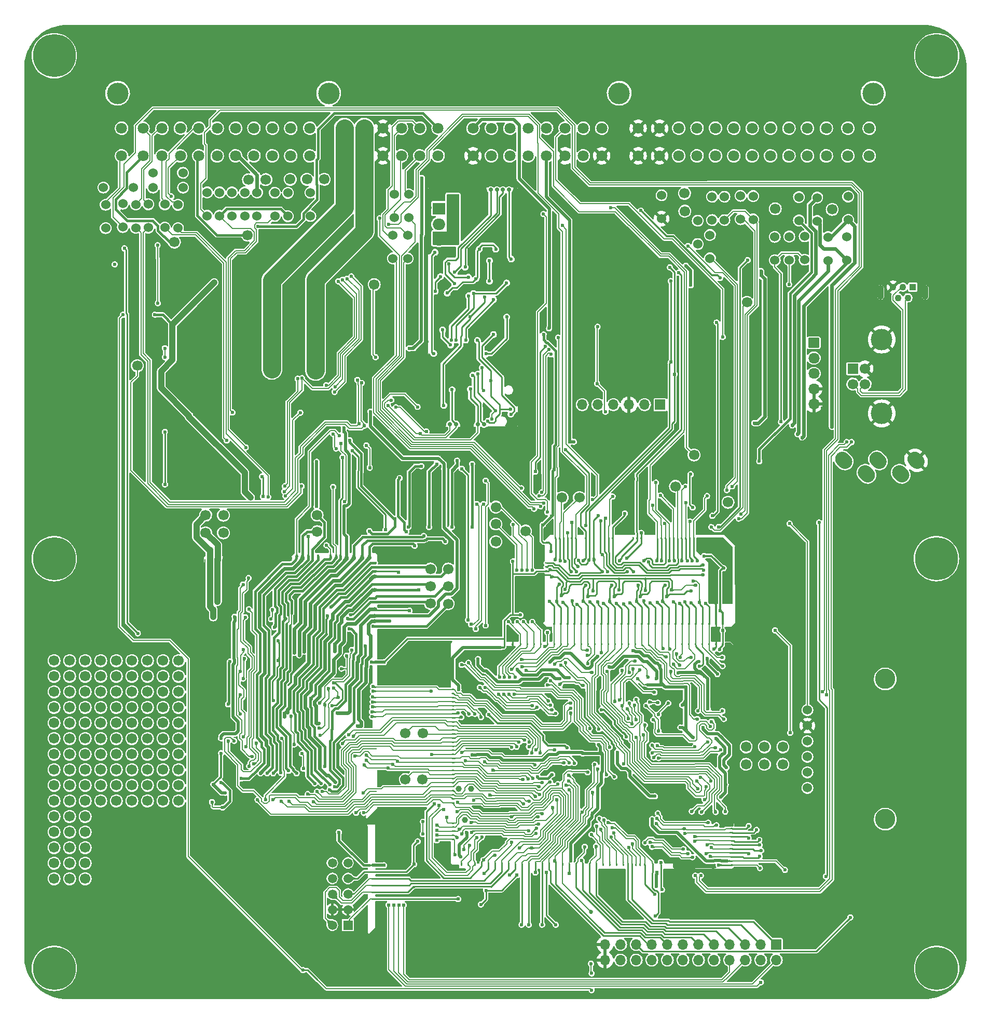
<source format=gbl>
G75*
G70*
%OFA0B0*%
%FSLAX25Y25*%
%IPPOS*%
%LPD*%
%AMOC8*
5,1,8,0,0,1.08239X$1,22.5*
%
%AMM195*
21,1,0.009840,0.009840,-0.000000,-0.000000,270.000000*
21,1,0.000000,0.019680,-0.000000,-0.000000,270.000000*
1,1,0.009840,-0.004920,-0.000000*
1,1,0.009840,-0.004920,-0.000000*
1,1,0.009840,0.004920,-0.000000*
1,1,0.009840,0.004920,-0.000000*
%
%AMM196*
21,1,0.009840,0.009840,-0.000000,-0.000000,180.000000*
21,1,0.000000,0.019680,-0.000000,-0.000000,180.000000*
1,1,0.009840,-0.000000,0.004920*
1,1,0.009840,-0.000000,0.004920*
1,1,0.009840,-0.000000,-0.004920*
1,1,0.009840,-0.000000,-0.004920*
%
%AMM298*
21,1,0.007870,1.133860,-0.000000,-0.000000,0.000000*
21,1,0.000000,1.141730,-0.000000,-0.000000,0.000000*
1,1,0.007870,-0.000000,-0.566930*
1,1,0.007870,-0.000000,-0.566930*
1,1,0.007870,-0.000000,0.566930*
1,1,0.007870,-0.000000,0.566930*
%
%AMM334*
21,1,0.039370,0.007870,-0.000000,-0.000000,315.000000*
1,1,0.007870,-0.013920,0.013920*
1,1,0.007870,0.013920,-0.013920*
%
%AMM341*
21,1,0.007870,0.287010,-0.000000,0.000000,270.000000*
21,1,0.000000,0.294880,-0.000000,0.000000,270.000000*
1,1,0.007870,-0.143500,0.000000*
1,1,0.007870,-0.143500,0.000000*
1,1,0.007870,0.143500,0.000000*
1,1,0.007870,0.143500,0.000000*
%
%AMM342*
21,1,0.007870,0.078350,-0.000000,0.000000,225.000000*
21,1,0.000000,0.086220,-0.000000,0.000000,225.000000*
1,1,0.007870,-0.027700,0.027700*
1,1,0.007870,-0.027700,0.027700*
1,1,0.007870,0.027700,-0.027700*
1,1,0.007870,0.027700,-0.027700*
%
%AMM343*
21,1,0.007870,0.643700,-0.000000,0.000000,0.000000*
21,1,0.000000,0.651580,-0.000000,0.000000,0.000000*
1,1,0.007870,-0.000000,-0.321850*
1,1,0.007870,-0.000000,-0.321850*
1,1,0.007870,-0.000000,0.321850*
1,1,0.007870,-0.000000,0.321850*
%
%AMM345*
21,1,0.009840,0.009840,-0.000000,0.000000,270.000000*
21,1,0.000000,0.019680,-0.000000,0.000000,270.000000*
1,1,0.009840,-0.004920,0.000000*
1,1,0.009840,-0.004920,0.000000*
1,1,0.009840,0.004920,0.000000*
1,1,0.009840,0.004920,0.000000*
%
%AMM346*
21,1,0.007870,0.361020,-0.000000,0.000000,90.000000*
21,1,0.000000,0.368900,-0.000000,0.000000,90.000000*
1,1,0.007870,0.180510,0.000000*
1,1,0.007870,0.180510,0.000000*
1,1,0.007870,-0.180510,0.000000*
1,1,0.007870,-0.180510,0.000000*
%
%AMM347*
21,1,0.007870,0.023620,-0.000000,0.000000,315.000000*
21,1,0.000000,0.031500,-0.000000,0.000000,315.000000*
1,1,0.007870,-0.008350,-0.008350*
1,1,0.007870,-0.008350,-0.008350*
1,1,0.007870,0.008350,0.008350*
1,1,0.007870,0.008350,0.008350*
%
%ADD100C,0.00800*%
%ADD101C,0.01969*%
%ADD107C,0.00984*%
%ADD110C,0.01181*%
%ADD119O,0.00787X1.60630*%
%ADD120O,1.00787X0.00787*%
%ADD121O,0.44882X0.04331*%
%ADD122O,0.01575X0.02362*%
%ADD123O,0.02362X0.03150*%
%ADD124O,0.02362X0.01575*%
%ADD125O,0.01575X0.00787*%
%ADD126R,0.38386X0.00984*%
%ADD127R,0.19882X0.00984*%
%ADD157C,0.01968*%
%ADD17C,0.02362*%
%ADD19C,0.06000*%
%ADD20C,0.06693*%
%ADD206C,0.03900*%
%ADD21R,0.06693X0.06693*%
%ADD22O,0.06693X0.06693*%
%ADD285R,0.05906X0.05906*%
%ADD33O,0.03937X0.05906*%
%ADD34O,0.03150X0.02362*%
%ADD35C,0.13780*%
%ADD36C,0.07087*%
%ADD37R,0.04331X0.04331*%
%ADD38C,0.04331*%
%ADD39O,0.04331X0.09449*%
%ADD414M195*%
%ADD415M196*%
%ADD45C,0.13000*%
%ADD50C,0.27559*%
%ADD525M298*%
%ADD576M334*%
%ADD584M341*%
%ADD585M342*%
%ADD586M343*%
%ADD589M345*%
%ADD590M346*%
%ADD591M347*%
%ADD62C,0.02756*%
%ADD63C,0.11811*%
%ADD634R,0.07874X0.07500*%
%ADD635O,0.07874X0.07500*%
%ADD66R,0.08858X0.00984*%
%ADD68R,0.00984X1.54528*%
%ADD69R,0.12205X0.00984*%
%ADD70R,0.03740X0.00984*%
%ADD89O,0.07283X0.06693*%
%ADD90C,0.02700*%
%ADD91C,0.05906*%
%ADD92C,0.02400*%
%ADD93C,0.03937*%
%ADD94C,0.00787*%
%ADD95C,0.01575*%
%ADD96C,0.01000*%
%ADD98C,0.02000*%
%ADD99C,0.07874*%
X0000000Y0000000D02*
%LPD*%
G01*
D17*
X0297120Y0070059D03*
X0303321Y0050748D03*
X0353337Y0050784D03*
X0319955Y0048110D03*
X0324581Y0048110D03*
X0333144Y0048110D03*
X0341904Y0048110D03*
D19*
X0237251Y0475789D03*
X0237251Y0490789D03*
X0150007Y0503151D03*
X0150007Y0518151D03*
D20*
X0245285Y0141379D03*
X0245285Y0170915D03*
D21*
X0408865Y0381911D03*
D22*
X0398865Y0381911D03*
X0388865Y0381911D03*
X0378865Y0381911D03*
X0368865Y0381911D03*
X0358865Y0381911D03*
D20*
X0144455Y0526360D03*
X0079567Y0177549D03*
X0079567Y0187549D03*
X0079567Y0197549D03*
X0079567Y0207549D03*
X0079567Y0217549D03*
X0089567Y0177549D03*
X0089567Y0187549D03*
X0089567Y0197549D03*
X0089567Y0207549D03*
X0089567Y0217549D03*
X0099567Y0177549D03*
X0099567Y0187549D03*
X0099567Y0197549D03*
X0099567Y0207549D03*
X0099567Y0217549D03*
X0225243Y0459037D03*
X0096857Y0486241D03*
X0116936Y0311045D03*
X0049567Y0127549D03*
X0049567Y0137549D03*
X0049567Y0147549D03*
X0049567Y0157549D03*
X0049567Y0167549D03*
X0059567Y0127549D03*
X0059567Y0137549D03*
X0059567Y0147549D03*
X0059567Y0157549D03*
X0059567Y0167549D03*
X0069567Y0127549D03*
X0069567Y0137549D03*
X0069567Y0147549D03*
X0069567Y0157549D03*
X0069567Y0167549D03*
D119*
X0116601Y0200223D03*
D120*
X0169356Y0117448D03*
G36*
G01*
X0116885Y0120516D02*
X0119669Y0117732D01*
G75*
G02*
X0119669Y0117175I-000278J-000278D01*
G01*
X0119669Y0117175D01*
G75*
G02*
X0119112Y0117175I-000278J0000278D01*
G01*
X0116328Y0119959D01*
G75*
G02*
X0116328Y0120516I0000278J0000278D01*
G01*
X0116328Y0120516D01*
G75*
G02*
X0116885Y0120516I0000278J-000278D01*
G01*
G37*
D33*
X0119744Y0282846D03*
X0124688Y0282846D03*
D121*
X0150059Y0283339D03*
D122*
X0175453Y0284520D03*
D123*
X0179291Y0284126D03*
D122*
X0182716Y0284520D03*
X0185591Y0284520D03*
X0189113Y0284520D03*
X0197283Y0284520D03*
X0200826Y0284520D03*
X0203622Y0284520D03*
D123*
X0207638Y0284126D03*
X0212264Y0284126D03*
X0217579Y0284126D03*
X0222205Y0284126D03*
D124*
X0225748Y0280464D03*
X0225748Y0277728D03*
X0225748Y0275050D03*
D34*
X0225374Y0271823D03*
D124*
X0225748Y0266684D03*
D34*
X0225374Y0262866D03*
D124*
X0225748Y0257846D03*
X0225748Y0255287D03*
D34*
X0225374Y0250563D03*
X0225374Y0246331D03*
X0225374Y0242886D03*
D124*
X0225748Y0239638D03*
X0225748Y0216606D03*
D125*
X0226161Y0200642D03*
X0226161Y0198043D03*
X0226161Y0193870D03*
X0226161Y0191098D03*
X0226161Y0187948D03*
X0226161Y0184799D03*
X0226161Y0181665D03*
X0226161Y0173024D03*
X0226161Y0171291D03*
X0226161Y0169559D03*
X0226161Y0167827D03*
X0226161Y0166095D03*
X0226161Y0164362D03*
X0226161Y0162630D03*
X0226161Y0160898D03*
X0226161Y0156469D03*
X0226161Y0153870D03*
X0226161Y0151272D03*
X0226161Y0148673D03*
X0226161Y0135268D03*
X0226161Y0133535D03*
X0226161Y0131803D03*
X0226161Y0130071D03*
X0226161Y0128339D03*
X0226161Y0126606D03*
X0226161Y0124874D03*
D19*
X0117920Y0503151D03*
X0117920Y0518151D03*
D20*
X0272841Y0254155D03*
D19*
X0442329Y0500395D03*
X0442329Y0515395D03*
D20*
X0193156Y0526596D03*
D19*
X0083077Y0530730D03*
X0102369Y0530730D03*
X0440951Y0475789D03*
X0440951Y0490789D03*
X0125991Y0503151D03*
X0125991Y0518151D03*
X0052721Y0495293D03*
X0052721Y0510293D03*
D35*
X0545831Y0581810D03*
X0060398Y0581810D03*
X0196027Y0581810D03*
X0382642Y0581810D03*
D36*
X0062957Y0541650D03*
X0076727Y0541650D03*
X0088937Y0541650D03*
X0100747Y0541650D03*
X0112557Y0541650D03*
X0124367Y0541650D03*
X0136177Y0541650D03*
X0147987Y0541650D03*
X0159797Y0541650D03*
X0171607Y0541650D03*
X0183817Y0541650D03*
X0062957Y0559370D03*
X0076727Y0559370D03*
X0088937Y0559370D03*
X0100747Y0559370D03*
X0112557Y0559370D03*
X0124367Y0559370D03*
X0136177Y0559370D03*
X0147987Y0559370D03*
X0159797Y0559370D03*
X0171607Y0559370D03*
X0183817Y0559370D03*
X0288744Y0541650D03*
X0300554Y0541650D03*
X0312364Y0541650D03*
X0324174Y0541650D03*
X0335994Y0541650D03*
X0347804Y0541650D03*
X0359614Y0541650D03*
X0371424Y0541650D03*
X0288744Y0559370D03*
X0300554Y0559370D03*
X0312364Y0559370D03*
X0324174Y0559370D03*
X0335994Y0559370D03*
X0347804Y0559370D03*
X0359614Y0559370D03*
X0371424Y0559370D03*
X0394834Y0541650D03*
X0408614Y0541650D03*
X0420834Y0541650D03*
X0432644Y0541650D03*
X0444454Y0541650D03*
X0456264Y0541650D03*
X0468074Y0541650D03*
X0479884Y0541650D03*
X0491694Y0541650D03*
X0503504Y0541650D03*
X0515714Y0541650D03*
X0529494Y0541650D03*
X0543274Y0541650D03*
X0394834Y0559370D03*
X0408614Y0559370D03*
X0420834Y0559370D03*
X0432644Y0559370D03*
X0444454Y0559370D03*
X0456264Y0559370D03*
X0468074Y0559370D03*
X0479884Y0559370D03*
X0491694Y0559370D03*
X0503504Y0559370D03*
X0515714Y0559370D03*
X0529494Y0559370D03*
X0543274Y0559370D03*
X0207248Y0541650D03*
X0219058Y0541650D03*
X0230868Y0541650D03*
X0242678Y0541650D03*
X0254498Y0541650D03*
X0266308Y0541650D03*
X0207248Y0559370D03*
X0219058Y0559370D03*
X0230868Y0559370D03*
X0242678Y0559370D03*
X0254498Y0559370D03*
X0266308Y0559370D03*
D20*
X0303353Y0305336D03*
X0357054Y0322304D03*
X0128353Y0299627D03*
X0475991Y0162226D03*
D19*
X0501778Y0475001D03*
X0501778Y0490001D03*
D37*
X0571266Y0457403D03*
D38*
X0568117Y0450513D03*
X0564967Y0457403D03*
X0561818Y0450513D03*
X0558668Y0457403D03*
D39*
X0579337Y0453958D03*
X0550597Y0453958D03*
D20*
X0452526Y0319273D03*
X0303353Y0316163D03*
D19*
X0246778Y0475749D03*
X0246778Y0490749D03*
D20*
X0464692Y0447659D03*
X0475991Y0151064D03*
X0261424Y0265375D03*
D21*
X0532743Y0404942D03*
D20*
X0532743Y0395100D03*
X0540617Y0395100D03*
X0540617Y0404942D03*
D35*
X0551286Y0376320D03*
X0551286Y0423722D03*
D20*
X0256349Y0170906D03*
X0487802Y0151064D03*
D17*
X0234091Y0381397D03*
X0236158Y0384842D03*
X0239110Y0380216D03*
X0253087Y0380511D03*
D45*
X0553550Y0205867D03*
X0553550Y0115867D03*
D19*
X0503550Y0185867D03*
X0503550Y0175867D03*
X0503550Y0165867D03*
X0503550Y0155867D03*
X0503550Y0145867D03*
X0503550Y0135867D03*
X0516936Y0489450D03*
X0516936Y0474450D03*
D20*
X0019567Y0177549D03*
X0019567Y0187549D03*
X0019567Y0197549D03*
X0019567Y0207549D03*
X0019567Y0217549D03*
X0029567Y0177549D03*
X0029567Y0187549D03*
X0029567Y0197549D03*
X0029567Y0207549D03*
X0029567Y0217549D03*
X0039567Y0177549D03*
X0039567Y0187549D03*
X0039567Y0197549D03*
X0039567Y0207549D03*
X0039567Y0217549D03*
X0171306Y0526596D03*
D17*
X0406667Y0072652D03*
X0410112Y0070585D03*
X0405486Y0067632D03*
X0405782Y0053656D03*
D20*
X0116936Y0299627D03*
X0182054Y0526556D03*
X0188589Y0300415D03*
D19*
X0072093Y0495474D03*
X0072093Y0510474D03*
D50*
X0019685Y0020079D03*
G36*
G01*
X0220875Y0110676D02*
X0184772Y0110676D01*
G75*
G02*
X0184379Y0111070I0000000J0000394D01*
G01*
X0184379Y0111070D01*
G75*
G02*
X0184772Y0111463I0000394J0000000D01*
G01*
X0220875Y0111463D01*
G75*
G02*
X0221269Y0111070I0000000J-000394D01*
G01*
X0221269Y0111070D01*
G75*
G02*
X0220875Y0110676I-000394J0000000D01*
G01*
G37*
G36*
G01*
X0185021Y0046866D02*
X0190561Y0041326D01*
G75*
G02*
X0190561Y0040769I-000278J-000278D01*
G01*
X0190561Y0040769D01*
G75*
G02*
X0190004Y0040769I-000278J0000278D01*
G01*
X0184464Y0046309D01*
G75*
G02*
X0184464Y0046866I0000278J0000278D01*
G01*
X0184464Y0046866D01*
G75*
G02*
X0185021Y0046866I0000278J-000278D01*
G01*
G37*
G36*
G01*
X0218875Y0041342D02*
X0220545Y0043012D01*
G75*
G02*
X0221102Y0043012I0000278J-000278D01*
G01*
X0221102Y0043012D01*
G75*
G02*
X0221102Y0042455I-000278J-000278D01*
G01*
X0219431Y0040785D01*
G75*
G02*
X0218875Y0040785I-000278J0000278D01*
G01*
X0218875Y0040785D01*
G75*
G02*
X0218875Y0041342I0000278J0000278D01*
G01*
G37*
G36*
G01*
X0184340Y0046613D02*
X0184340Y0110983D01*
G75*
G02*
X0184734Y0111377I0000394J0000000D01*
G01*
X0184734Y0111377D01*
G75*
G02*
X0185128Y0110983I0000000J-000394D01*
G01*
X0185128Y0046613D01*
G75*
G02*
X0184734Y0046220I-000394J0000000D01*
G01*
X0184734Y0046220D01*
G75*
G02*
X0184340Y0046613I0000000J0000394D01*
G01*
G37*
G36*
G01*
X0190400Y0041414D02*
X0219101Y0041414D01*
G75*
G02*
X0219494Y0041021I0000000J-000394D01*
G01*
X0219494Y0041021D01*
G75*
G02*
X0219101Y0040627I-000394J0000000D01*
G01*
X0190400Y0040627D01*
G75*
G02*
X0190006Y0041021I0000000J0000394D01*
G01*
X0190006Y0041021D01*
G75*
G02*
X0190400Y0041414I0000394J0000000D01*
G01*
G37*
G36*
G01*
X0223638Y0086788D02*
X0224622Y0086788D01*
G75*
G02*
X0225114Y0086296I0000000J-000492D01*
G01*
X0225114Y0086296D01*
G75*
G02*
X0224622Y0085804I-000492J0000000D01*
G01*
X0223638Y0085804D01*
G75*
G02*
X0223146Y0086296I0000000J0000492D01*
G01*
X0223146Y0086296D01*
G75*
G02*
X0223638Y0086788I0000492J0000000D01*
G01*
G37*
G36*
G01*
X0223638Y0082458D02*
X0224622Y0082458D01*
G75*
G02*
X0225114Y0081965I0000000J-000492D01*
G01*
X0225114Y0081965D01*
G75*
G02*
X0224622Y0081473I-000492J0000000D01*
G01*
X0223638Y0081473D01*
G75*
G02*
X0223146Y0081965I0000000J0000492D01*
G01*
X0223146Y0081965D01*
G75*
G02*
X0223638Y0082458I0000492J0000000D01*
G01*
G37*
G36*
G01*
X0223638Y0078127D02*
X0224622Y0078127D01*
G75*
G02*
X0225114Y0077635I0000000J-000492D01*
G01*
X0225114Y0077635D01*
G75*
G02*
X0224622Y0077143I-000492J0000000D01*
G01*
X0223638Y0077143D01*
G75*
G02*
X0223146Y0077635I0000000J0000492D01*
G01*
X0223146Y0077635D01*
G75*
G02*
X0223638Y0078127I0000492J0000000D01*
G01*
G37*
G36*
G01*
X0223638Y0073796D02*
X0224622Y0073796D01*
G75*
G02*
X0225114Y0073304I0000000J-000492D01*
G01*
X0225114Y0073304D01*
G75*
G02*
X0224622Y0072812I-000492J0000000D01*
G01*
X0223638Y0072812D01*
G75*
G02*
X0223146Y0073304I0000000J0000492D01*
G01*
X0223146Y0073304D01*
G75*
G02*
X0223638Y0073796I0000492J0000000D01*
G01*
G37*
G36*
G01*
X0223638Y0069465D02*
X0224622Y0069465D01*
G75*
G02*
X0225114Y0068973I0000000J-000492D01*
G01*
X0225114Y0068973D01*
G75*
G02*
X0224622Y0068481I-000492J0000000D01*
G01*
X0223638Y0068481D01*
G75*
G02*
X0223146Y0068973I0000000J0000492D01*
G01*
X0223146Y0068973D01*
G75*
G02*
X0223638Y0069465I0000492J0000000D01*
G01*
G37*
G36*
G01*
X0223638Y0065135D02*
X0224622Y0065135D01*
G75*
G02*
X0225114Y0064643I0000000J-000492D01*
G01*
X0225114Y0064643D01*
G75*
G02*
X0224622Y0064151I-000492J0000000D01*
G01*
X0223638Y0064151D01*
G75*
G02*
X0223146Y0064643I0000000J0000492D01*
G01*
X0223146Y0064643D01*
G75*
G02*
X0223638Y0065135I0000492J0000000D01*
G01*
G37*
D20*
X0322492Y0300812D03*
X0487802Y0162226D03*
X0519495Y0507304D03*
X0019567Y0077549D03*
X0019567Y0087549D03*
X0019567Y0097549D03*
X0019567Y0107549D03*
X0019567Y0117549D03*
X0029567Y0077549D03*
X0029567Y0087549D03*
X0029567Y0097549D03*
X0029567Y0107549D03*
X0029567Y0117549D03*
X0039567Y0077549D03*
X0039567Y0087549D03*
X0039567Y0097549D03*
X0039567Y0107549D03*
X0039567Y0117549D03*
G36*
G01*
X0335286Y0273039D02*
X0336270Y0273039D01*
G75*
G02*
X0336762Y0272547I0000000J-000492D01*
G01*
X0336762Y0272547D01*
G75*
G02*
X0336270Y0272054I-000492J0000000D01*
G01*
X0335286Y0272054D01*
G75*
G02*
X0334794Y0272547I0000000J0000492D01*
G01*
X0334794Y0272547D01*
G75*
G02*
X0335286Y0273039I0000492J0000000D01*
G01*
G37*
G36*
G01*
X0335286Y0275637D02*
X0336270Y0275637D01*
G75*
G02*
X0336762Y0275145I0000000J-000492D01*
G01*
X0336762Y0275145D01*
G75*
G02*
X0336270Y0274653I-000492J0000000D01*
G01*
X0335286Y0274653D01*
G75*
G02*
X0334794Y0275145I0000000J0000492D01*
G01*
X0334794Y0275145D01*
G75*
G02*
X0335286Y0275637I0000492J0000000D01*
G01*
G37*
G36*
G01*
X0335286Y0278236D02*
X0336270Y0278236D01*
G75*
G02*
X0336762Y0277743I0000000J-000492D01*
G01*
X0336762Y0277743D01*
G75*
G02*
X0336270Y0277251I-000492J0000000D01*
G01*
X0335286Y0277251D01*
G75*
G02*
X0334794Y0277743I0000000J0000492D01*
G01*
X0334794Y0277743D01*
G75*
G02*
X0335286Y0278236I0000492J0000000D01*
G01*
G37*
G36*
G01*
X0335286Y0280834D02*
X0336270Y0280834D01*
G75*
G02*
X0336762Y0280342I0000000J-000492D01*
G01*
X0336762Y0280342D01*
G75*
G02*
X0336270Y0279850I-000492J0000000D01*
G01*
X0335286Y0279850D01*
G75*
G02*
X0334794Y0280342I0000000J0000492D01*
G01*
X0334794Y0280342D01*
G75*
G02*
X0335286Y0280834I0000492J0000000D01*
G01*
G37*
G36*
G01*
X0335286Y0293826D02*
X0336270Y0293826D01*
G75*
G02*
X0336762Y0293334I0000000J-000492D01*
G01*
X0336762Y0293334D01*
G75*
G02*
X0336270Y0292842I-000492J0000000D01*
G01*
X0335286Y0292842D01*
G75*
G02*
X0334794Y0293334I0000000J0000492D01*
G01*
X0334794Y0293334D01*
G75*
G02*
X0335286Y0293826I0000492J0000000D01*
G01*
G37*
G36*
G01*
X0448554Y0240681D02*
X0448554Y0241665D01*
G75*
G02*
X0449046Y0242158I0000492J0000000D01*
G01*
X0449046Y0242158D01*
G75*
G02*
X0449538Y0241665I0000000J-000492D01*
G01*
X0449538Y0240681D01*
G75*
G02*
X0449046Y0240189I-000492J0000000D01*
G01*
X0449046Y0240189D01*
G75*
G02*
X0448554Y0240681I0000000J0000492D01*
G01*
G37*
G36*
G01*
X0445207Y0241665D02*
X0445207Y0240681D01*
G75*
G02*
X0444715Y0240189I-000492J0000000D01*
G01*
X0444715Y0240189D01*
G75*
G02*
X0444223Y0240681I0000000J0000492D01*
G01*
X0444223Y0241665D01*
G75*
G02*
X0444715Y0242158I0000492J0000000D01*
G01*
X0444715Y0242158D01*
G75*
G02*
X0445207Y0241665I0000000J-000492D01*
G01*
G37*
G36*
G01*
X0440877Y0241665D02*
X0440877Y0240681D01*
G75*
G02*
X0440384Y0240189I-000492J0000000D01*
G01*
X0440384Y0240189D01*
G75*
G02*
X0439892Y0240681I0000000J0000492D01*
G01*
X0439892Y0241665D01*
G75*
G02*
X0440384Y0242158I0000492J0000000D01*
G01*
X0440384Y0242158D01*
G75*
G02*
X0440877Y0241665I0000000J-000492D01*
G01*
G37*
G36*
G01*
X0436546Y0241665D02*
X0436546Y0240681D01*
G75*
G02*
X0436054Y0240189I-000492J0000000D01*
G01*
X0436054Y0240189D01*
G75*
G02*
X0435562Y0240681I0000000J0000492D01*
G01*
X0435562Y0241665D01*
G75*
G02*
X0436054Y0242158I0000492J0000000D01*
G01*
X0436054Y0242158D01*
G75*
G02*
X0436546Y0241665I0000000J-000492D01*
G01*
G37*
G36*
G01*
X0432215Y0241665D02*
X0432215Y0240681D01*
G75*
G02*
X0431723Y0240189I-000492J0000000D01*
G01*
X0431723Y0240189D01*
G75*
G02*
X0431231Y0240681I0000000J0000492D01*
G01*
X0431231Y0241665D01*
G75*
G02*
X0431723Y0242158I0000492J0000000D01*
G01*
X0431723Y0242158D01*
G75*
G02*
X0432215Y0241665I0000000J-000492D01*
G01*
G37*
G36*
G01*
X0427884Y0241665D02*
X0427884Y0240681D01*
G75*
G02*
X0427392Y0240189I-000492J0000000D01*
G01*
X0427392Y0240189D01*
G75*
G02*
X0426900Y0240681I0000000J0000492D01*
G01*
X0426900Y0241665D01*
G75*
G02*
X0427392Y0242158I0000492J0000000D01*
G01*
X0427392Y0242158D01*
G75*
G02*
X0427884Y0241665I0000000J-000492D01*
G01*
G37*
G36*
G01*
X0423554Y0241665D02*
X0423554Y0240681D01*
G75*
G02*
X0423062Y0240189I-000492J0000000D01*
G01*
X0423062Y0240189D01*
G75*
G02*
X0422569Y0240681I0000000J0000492D01*
G01*
X0422569Y0241665D01*
G75*
G02*
X0423062Y0242158I0000492J0000000D01*
G01*
X0423062Y0242158D01*
G75*
G02*
X0423554Y0241665I0000000J-000492D01*
G01*
G37*
G36*
G01*
X0419223Y0241665D02*
X0419223Y0240681D01*
G75*
G02*
X0418731Y0240189I-000492J0000000D01*
G01*
X0418731Y0240189D01*
G75*
G02*
X0418239Y0240681I0000000J0000492D01*
G01*
X0418239Y0241665D01*
G75*
G02*
X0418731Y0242158I0000492J0000000D01*
G01*
X0418731Y0242158D01*
G75*
G02*
X0419223Y0241665I0000000J-000492D01*
G01*
G37*
G36*
G01*
X0414892Y0241665D02*
X0414892Y0240681D01*
G75*
G02*
X0414400Y0240189I-000492J0000000D01*
G01*
X0414400Y0240189D01*
G75*
G02*
X0413908Y0240681I0000000J0000492D01*
G01*
X0413908Y0241665D01*
G75*
G02*
X0414400Y0242158I0000492J0000000D01*
G01*
X0414400Y0242158D01*
G75*
G02*
X0414892Y0241665I0000000J-000492D01*
G01*
G37*
G36*
G01*
X0410562Y0241665D02*
X0410562Y0240681D01*
G75*
G02*
X0410069Y0240189I-000492J0000000D01*
G01*
X0410069Y0240189D01*
G75*
G02*
X0409577Y0240681I0000000J0000492D01*
G01*
X0409577Y0241665D01*
G75*
G02*
X0410069Y0242158I0000492J0000000D01*
G01*
X0410069Y0242158D01*
G75*
G02*
X0410562Y0241665I0000000J-000492D01*
G01*
G37*
G36*
G01*
X0406231Y0241665D02*
X0406231Y0240681D01*
G75*
G02*
X0405739Y0240189I-000492J0000000D01*
G01*
X0405739Y0240189D01*
G75*
G02*
X0405247Y0240681I0000000J0000492D01*
G01*
X0405247Y0241665D01*
G75*
G02*
X0405739Y0242158I0000492J0000000D01*
G01*
X0405739Y0242158D01*
G75*
G02*
X0406231Y0241665I0000000J-000492D01*
G01*
G37*
G36*
G01*
X0401900Y0241665D02*
X0401900Y0240681D01*
G75*
G02*
X0401408Y0240189I-000492J0000000D01*
G01*
X0401408Y0240189D01*
G75*
G02*
X0400916Y0240681I0000000J0000492D01*
G01*
X0400916Y0241665D01*
G75*
G02*
X0401408Y0242158I0000492J0000000D01*
G01*
X0401408Y0242158D01*
G75*
G02*
X0401900Y0241665I0000000J-000492D01*
G01*
G37*
G36*
G01*
X0397570Y0241665D02*
X0397570Y0240681D01*
G75*
G02*
X0397077Y0240189I-000492J0000000D01*
G01*
X0397077Y0240189D01*
G75*
G02*
X0396585Y0240681I0000000J0000492D01*
G01*
X0396585Y0241665D01*
G75*
G02*
X0397077Y0242158I0000492J0000000D01*
G01*
X0397077Y0242158D01*
G75*
G02*
X0397570Y0241665I0000000J-000492D01*
G01*
G37*
G36*
G01*
X0393239Y0241665D02*
X0393239Y0240681D01*
G75*
G02*
X0392747Y0240189I-000492J0000000D01*
G01*
X0392747Y0240189D01*
G75*
G02*
X0392255Y0240681I0000000J0000492D01*
G01*
X0392255Y0241665D01*
G75*
G02*
X0392747Y0242158I0000492J0000000D01*
G01*
X0392747Y0242158D01*
G75*
G02*
X0393239Y0241665I0000000J-000492D01*
G01*
G37*
G36*
G01*
X0388908Y0241665D02*
X0388908Y0240681D01*
G75*
G02*
X0388416Y0240189I-000492J0000000D01*
G01*
X0388416Y0240189D01*
G75*
G02*
X0387924Y0240681I0000000J0000492D01*
G01*
X0387924Y0241665D01*
G75*
G02*
X0388416Y0242158I0000492J0000000D01*
G01*
X0388416Y0242158D01*
G75*
G02*
X0388908Y0241665I0000000J-000492D01*
G01*
G37*
G36*
G01*
X0384577Y0241665D02*
X0384577Y0240681D01*
G75*
G02*
X0384085Y0240189I-000492J0000000D01*
G01*
X0384085Y0240189D01*
G75*
G02*
X0383593Y0240681I0000000J0000492D01*
G01*
X0383593Y0241665D01*
G75*
G02*
X0384085Y0242158I0000492J0000000D01*
G01*
X0384085Y0242158D01*
G75*
G02*
X0384577Y0241665I0000000J-000492D01*
G01*
G37*
G36*
G01*
X0380247Y0241665D02*
X0380247Y0240681D01*
G75*
G02*
X0379755Y0240189I-000492J0000000D01*
G01*
X0379755Y0240189D01*
G75*
G02*
X0379262Y0240681I0000000J0000492D01*
G01*
X0379262Y0241665D01*
G75*
G02*
X0379755Y0242158I0000492J0000000D01*
G01*
X0379755Y0242158D01*
G75*
G02*
X0380247Y0241665I0000000J-000492D01*
G01*
G37*
G36*
G01*
X0375916Y0241665D02*
X0375916Y0240681D01*
G75*
G02*
X0375424Y0240189I-000492J0000000D01*
G01*
X0375424Y0240189D01*
G75*
G02*
X0374932Y0240681I0000000J0000492D01*
G01*
X0374932Y0241665D01*
G75*
G02*
X0375424Y0242158I0000492J0000000D01*
G01*
X0375424Y0242158D01*
G75*
G02*
X0375916Y0241665I0000000J-000492D01*
G01*
G37*
G36*
G01*
X0371585Y0241665D02*
X0371585Y0240681D01*
G75*
G02*
X0371093Y0240189I-000492J0000000D01*
G01*
X0371093Y0240189D01*
G75*
G02*
X0370601Y0240681I0000000J0000492D01*
G01*
X0370601Y0241665D01*
G75*
G02*
X0371093Y0242158I0000492J0000000D01*
G01*
X0371093Y0242158D01*
G75*
G02*
X0371585Y0241665I0000000J-000492D01*
G01*
G37*
G36*
G01*
X0367255Y0241665D02*
X0367255Y0240681D01*
G75*
G02*
X0366762Y0240189I-000492J0000000D01*
G01*
X0366762Y0240189D01*
G75*
G02*
X0366270Y0240681I0000000J0000492D01*
G01*
X0366270Y0241665D01*
G75*
G02*
X0366762Y0242158I0000492J0000000D01*
G01*
X0366762Y0242158D01*
G75*
G02*
X0367255Y0241665I0000000J-000492D01*
G01*
G37*
G36*
G01*
X0362924Y0241665D02*
X0362924Y0240681D01*
G75*
G02*
X0362432Y0240189I-000492J0000000D01*
G01*
X0362432Y0240189D01*
G75*
G02*
X0361940Y0240681I0000000J0000492D01*
G01*
X0361940Y0241665D01*
G75*
G02*
X0362432Y0242158I0000492J0000000D01*
G01*
X0362432Y0242158D01*
G75*
G02*
X0362924Y0241665I0000000J-000492D01*
G01*
G37*
G36*
G01*
X0358593Y0241665D02*
X0358593Y0240681D01*
G75*
G02*
X0358101Y0240189I-000492J0000000D01*
G01*
X0358101Y0240189D01*
G75*
G02*
X0357609Y0240681I0000000J0000492D01*
G01*
X0357609Y0241665D01*
G75*
G02*
X0358101Y0242158I0000492J0000000D01*
G01*
X0358101Y0242158D01*
G75*
G02*
X0358593Y0241665I0000000J-000492D01*
G01*
G37*
G36*
G01*
X0354263Y0241665D02*
X0354263Y0240681D01*
G75*
G02*
X0353770Y0240189I-000492J0000000D01*
G01*
X0353770Y0240189D01*
G75*
G02*
X0353278Y0240681I0000000J0000492D01*
G01*
X0353278Y0241665D01*
G75*
G02*
X0353770Y0242158I0000492J0000000D01*
G01*
X0353770Y0242158D01*
G75*
G02*
X0354263Y0241665I0000000J-000492D01*
G01*
G37*
G36*
G01*
X0349932Y0241665D02*
X0349932Y0240681D01*
G75*
G02*
X0349440Y0240189I-000492J0000000D01*
G01*
X0349440Y0240189D01*
G75*
G02*
X0348948Y0240681I0000000J0000492D01*
G01*
X0348948Y0241665D01*
G75*
G02*
X0349440Y0242158I0000492J0000000D01*
G01*
X0349440Y0242158D01*
G75*
G02*
X0349932Y0241665I0000000J-000492D01*
G01*
G37*
G36*
G01*
X0345601Y0241665D02*
X0345601Y0240681D01*
G75*
G02*
X0345109Y0240189I-000492J0000000D01*
G01*
X0345109Y0240189D01*
G75*
G02*
X0344617Y0240681I0000000J0000492D01*
G01*
X0344617Y0241665D01*
G75*
G02*
X0345109Y0242158I0000492J0000000D01*
G01*
X0345109Y0242158D01*
G75*
G02*
X0345601Y0241665I0000000J-000492D01*
G01*
G37*
G36*
G01*
X0341270Y0241665D02*
X0341270Y0240681D01*
G75*
G02*
X0340778Y0240189I-000492J0000000D01*
G01*
X0340778Y0240189D01*
G75*
G02*
X0340286Y0240681I0000000J0000492D01*
G01*
X0340286Y0241665D01*
G75*
G02*
X0340778Y0242158I0000492J0000000D01*
G01*
X0340778Y0242158D01*
G75*
G02*
X0341270Y0241665I0000000J-000492D01*
G01*
G37*
G36*
G01*
X0342258Y0296634D02*
X0342258Y0295650D01*
G75*
G02*
X0341766Y0295158I-000492J0000000D01*
G01*
X0341766Y0295158D01*
G75*
G02*
X0341274Y0295650I0000000J0000492D01*
G01*
X0341274Y0296634D01*
G75*
G02*
X0341766Y0297126I0000492J0000000D01*
G01*
X0341766Y0297126D01*
G75*
G02*
X0342258Y0296634I0000000J-000492D01*
G01*
G37*
G36*
G01*
X0344857Y0296634D02*
X0344857Y0295650D01*
G75*
G02*
X0344365Y0295158I-000492J0000000D01*
G01*
X0344365Y0295158D01*
G75*
G02*
X0343873Y0295650I0000000J0000492D01*
G01*
X0343873Y0296634D01*
G75*
G02*
X0344365Y0297126I0000492J0000000D01*
G01*
X0344365Y0297126D01*
G75*
G02*
X0344857Y0296634I0000000J-000492D01*
G01*
G37*
G36*
G01*
X0347455Y0296634D02*
X0347455Y0295650D01*
G75*
G02*
X0346963Y0295158I-000492J0000000D01*
G01*
X0346963Y0295158D01*
G75*
G02*
X0346471Y0295650I0000000J0000492D01*
G01*
X0346471Y0296634D01*
G75*
G02*
X0346963Y0297126I0000492J0000000D01*
G01*
X0346963Y0297126D01*
G75*
G02*
X0347455Y0296634I0000000J-000492D01*
G01*
G37*
G36*
G01*
X0350054Y0296634D02*
X0350054Y0295650D01*
G75*
G02*
X0349562Y0295158I-000492J0000000D01*
G01*
X0349562Y0295158D01*
G75*
G02*
X0349069Y0295650I0000000J0000492D01*
G01*
X0349069Y0296634D01*
G75*
G02*
X0349562Y0297126I0000492J0000000D01*
G01*
X0349562Y0297126D01*
G75*
G02*
X0350054Y0296634I0000000J-000492D01*
G01*
G37*
G36*
G01*
X0352652Y0296634D02*
X0352652Y0295650D01*
G75*
G02*
X0352160Y0295158I-000492J0000000D01*
G01*
X0352160Y0295158D01*
G75*
G02*
X0351668Y0295650I0000000J0000492D01*
G01*
X0351668Y0296634D01*
G75*
G02*
X0352160Y0297126I0000492J0000000D01*
G01*
X0352160Y0297126D01*
G75*
G02*
X0352652Y0296634I0000000J-000492D01*
G01*
G37*
G36*
G01*
X0355251Y0296634D02*
X0355251Y0295650D01*
G75*
G02*
X0354758Y0295158I-000492J0000000D01*
G01*
X0354758Y0295158D01*
G75*
G02*
X0354266Y0295650I0000000J0000492D01*
G01*
X0354266Y0296634D01*
G75*
G02*
X0354758Y0297126I0000492J0000000D01*
G01*
X0354758Y0297126D01*
G75*
G02*
X0355251Y0296634I0000000J-000492D01*
G01*
G37*
G36*
G01*
X0361554Y0296634D02*
X0361554Y0295650D01*
G75*
G02*
X0361062Y0295158I-000492J0000000D01*
G01*
X0361062Y0295158D01*
G75*
G02*
X0360569Y0295650I0000000J0000492D01*
G01*
X0360569Y0296634D01*
G75*
G02*
X0361062Y0297126I0000492J0000000D01*
G01*
X0361062Y0297126D01*
G75*
G02*
X0361554Y0296634I0000000J-000492D01*
G01*
G37*
G36*
G01*
X0364152Y0296634D02*
X0364152Y0295650D01*
G75*
G02*
X0363660Y0295158I-000492J0000000D01*
G01*
X0363660Y0295158D01*
G75*
G02*
X0363168Y0295650I0000000J0000492D01*
G01*
X0363168Y0296634D01*
G75*
G02*
X0363660Y0297126I0000492J0000000D01*
G01*
X0363660Y0297126D01*
G75*
G02*
X0364152Y0296634I0000000J-000492D01*
G01*
G37*
G36*
G01*
X0366751Y0296634D02*
X0366751Y0295650D01*
G75*
G02*
X0366258Y0295158I-000492J0000000D01*
G01*
X0366258Y0295158D01*
G75*
G02*
X0365766Y0295650I0000000J0000492D01*
G01*
X0365766Y0296634D01*
G75*
G02*
X0366258Y0297126I0000492J0000000D01*
G01*
X0366258Y0297126D01*
G75*
G02*
X0366751Y0296634I0000000J-000492D01*
G01*
G37*
G36*
G01*
X0371164Y0296634D02*
X0371164Y0295650D01*
G75*
G02*
X0370671Y0295158I-000492J0000000D01*
G01*
X0370671Y0295158D01*
G75*
G02*
X0370179Y0295650I0000000J0000492D01*
G01*
X0370179Y0296634D01*
G75*
G02*
X0370671Y0297126I0000492J0000000D01*
G01*
X0370671Y0297126D01*
G75*
G02*
X0371164Y0296634I0000000J-000492D01*
G01*
G37*
G36*
G01*
X0373762Y0296634D02*
X0373762Y0295650D01*
G75*
G02*
X0373270Y0295158I-000492J0000000D01*
G01*
X0373270Y0295158D01*
G75*
G02*
X0372778Y0295650I0000000J0000492D01*
G01*
X0372778Y0296634D01*
G75*
G02*
X0373270Y0297126I0000492J0000000D01*
G01*
X0373270Y0297126D01*
G75*
G02*
X0373762Y0296634I0000000J-000492D01*
G01*
G37*
G36*
G01*
X0376360Y0296634D02*
X0376360Y0295650D01*
G75*
G02*
X0375868Y0295158I-000492J0000000D01*
G01*
X0375868Y0295158D01*
G75*
G02*
X0375376Y0295650I0000000J0000492D01*
G01*
X0375376Y0296634D01*
G75*
G02*
X0375868Y0297126I0000492J0000000D01*
G01*
X0375868Y0297126D01*
G75*
G02*
X0376360Y0296634I0000000J-000492D01*
G01*
G37*
G36*
G01*
X0378959Y0296634D02*
X0378959Y0295650D01*
G75*
G02*
X0378467Y0295158I-000492J0000000D01*
G01*
X0378467Y0295158D01*
G75*
G02*
X0377975Y0295650I0000000J0000492D01*
G01*
X0377975Y0296634D01*
G75*
G02*
X0378467Y0297126I0000492J0000000D01*
G01*
X0378467Y0297126D01*
G75*
G02*
X0378959Y0296634I0000000J-000492D01*
G01*
G37*
G36*
G01*
X0392054Y0296634D02*
X0392054Y0295650D01*
G75*
G02*
X0391562Y0295158I-000492J0000000D01*
G01*
X0391562Y0295158D01*
G75*
G02*
X0391069Y0295650I0000000J0000492D01*
G01*
X0391069Y0296634D01*
G75*
G02*
X0391562Y0297126I0000492J0000000D01*
G01*
X0391562Y0297126D01*
G75*
G02*
X0392054Y0296634I0000000J-000492D01*
G01*
G37*
G36*
G01*
X0394652Y0296634D02*
X0394652Y0295650D01*
G75*
G02*
X0394160Y0295158I-000492J0000000D01*
G01*
X0394160Y0295158D01*
G75*
G02*
X0393668Y0295650I0000000J0000492D01*
G01*
X0393668Y0296634D01*
G75*
G02*
X0394160Y0297126I0000492J0000000D01*
G01*
X0394160Y0297126D01*
G75*
G02*
X0394652Y0296634I0000000J-000492D01*
G01*
G37*
G36*
G01*
X0397251Y0296634D02*
X0397251Y0295650D01*
G75*
G02*
X0396758Y0295158I-000492J0000000D01*
G01*
X0396758Y0295158D01*
G75*
G02*
X0396266Y0295650I0000000J0000492D01*
G01*
X0396266Y0296634D01*
G75*
G02*
X0396758Y0297126I0000492J0000000D01*
G01*
X0396758Y0297126D01*
G75*
G02*
X0397251Y0296634I0000000J-000492D01*
G01*
G37*
G36*
G01*
X0407668Y0296634D02*
X0407668Y0295650D01*
G75*
G02*
X0407176Y0295158I-000492J0000000D01*
G01*
X0407176Y0295158D01*
G75*
G02*
X0406684Y0295650I0000000J0000492D01*
G01*
X0406684Y0296634D01*
G75*
G02*
X0407176Y0297126I0000492J0000000D01*
G01*
X0407176Y0297126D01*
G75*
G02*
X0407668Y0296634I0000000J-000492D01*
G01*
G37*
G36*
G01*
X0410266Y0296634D02*
X0410266Y0295650D01*
G75*
G02*
X0409774Y0295158I-000492J0000000D01*
G01*
X0409774Y0295158D01*
G75*
G02*
X0409282Y0295650I0000000J0000492D01*
G01*
X0409282Y0296634D01*
G75*
G02*
X0409774Y0297126I0000492J0000000D01*
G01*
X0409774Y0297126D01*
G75*
G02*
X0410266Y0296634I0000000J-000492D01*
G01*
G37*
G36*
G01*
X0412865Y0296634D02*
X0412865Y0295650D01*
G75*
G02*
X0412373Y0295158I-000492J0000000D01*
G01*
X0412373Y0295158D01*
G75*
G02*
X0411880Y0295650I0000000J0000492D01*
G01*
X0411880Y0296634D01*
G75*
G02*
X0412373Y0297126I0000492J0000000D01*
G01*
X0412373Y0297126D01*
G75*
G02*
X0412865Y0296634I0000000J-000492D01*
G01*
G37*
G36*
G01*
X0415463Y0296634D02*
X0415463Y0295650D01*
G75*
G02*
X0414971Y0295158I-000492J0000000D01*
G01*
X0414971Y0295158D01*
G75*
G02*
X0414479Y0295650I0000000J0000492D01*
G01*
X0414479Y0296634D01*
G75*
G02*
X0414971Y0297126I0000492J0000000D01*
G01*
X0414971Y0297126D01*
G75*
G02*
X0415463Y0296634I0000000J-000492D01*
G01*
G37*
G36*
G01*
X0418062Y0296634D02*
X0418062Y0295650D01*
G75*
G02*
X0417569Y0295158I-000492J0000000D01*
G01*
X0417569Y0295158D01*
G75*
G02*
X0417077Y0295650I0000000J0000492D01*
G01*
X0417077Y0296634D01*
G75*
G02*
X0417569Y0297126I0000492J0000000D01*
G01*
X0417569Y0297126D01*
G75*
G02*
X0418062Y0296634I0000000J-000492D01*
G01*
G37*
G36*
G01*
X0420660Y0296634D02*
X0420660Y0295650D01*
G75*
G02*
X0420168Y0295158I-000492J0000000D01*
G01*
X0420168Y0295158D01*
G75*
G02*
X0419676Y0295650I0000000J0000492D01*
G01*
X0419676Y0296634D01*
G75*
G02*
X0420168Y0297126I0000492J0000000D01*
G01*
X0420168Y0297126D01*
G75*
G02*
X0420660Y0296634I0000000J-000492D01*
G01*
G37*
G36*
G01*
X0423258Y0296634D02*
X0423258Y0295650D01*
G75*
G02*
X0422766Y0295158I-000492J0000000D01*
G01*
X0422766Y0295158D01*
G75*
G02*
X0422274Y0295650I0000000J0000492D01*
G01*
X0422274Y0296634D01*
G75*
G02*
X0422766Y0297126I0000492J0000000D01*
G01*
X0422766Y0297126D01*
G75*
G02*
X0423258Y0296634I0000000J-000492D01*
G01*
G37*
G36*
G01*
X0425857Y0296634D02*
X0425857Y0295650D01*
G75*
G02*
X0425365Y0295158I-000492J0000000D01*
G01*
X0425365Y0295158D01*
G75*
G02*
X0424873Y0295650I0000000J0000492D01*
G01*
X0424873Y0296634D01*
G75*
G02*
X0425365Y0297126I0000492J0000000D01*
G01*
X0425365Y0297126D01*
G75*
G02*
X0425857Y0296634I0000000J-000492D01*
G01*
G37*
G36*
G01*
X0428455Y0296634D02*
X0428455Y0295650D01*
G75*
G02*
X0427963Y0295158I-000492J0000000D01*
G01*
X0427963Y0295158D01*
G75*
G02*
X0427471Y0295650I0000000J0000492D01*
G01*
X0427471Y0296634D01*
G75*
G02*
X0427963Y0297126I0000492J0000000D01*
G01*
X0427963Y0297126D01*
G75*
G02*
X0428455Y0296634I0000000J-000492D01*
G01*
G37*
G36*
G01*
X0431054Y0296634D02*
X0431054Y0295650D01*
G75*
G02*
X0430562Y0295158I-000492J0000000D01*
G01*
X0430562Y0295158D01*
G75*
G02*
X0430069Y0295650I0000000J0000492D01*
G01*
X0430069Y0296634D01*
G75*
G02*
X0430562Y0297126I0000492J0000000D01*
G01*
X0430562Y0297126D01*
G75*
G02*
X0431054Y0296634I0000000J-000492D01*
G01*
G37*
D19*
X0080125Y0495553D03*
X0080125Y0510553D03*
X0498130Y0500177D03*
X0498130Y0515177D03*
G36*
G01*
X0275360Y0103401D02*
X0276345Y0103401D01*
G75*
G02*
X0276837Y0102909I0000000J-000492D01*
G01*
X0276837Y0102909D01*
G75*
G02*
X0276345Y0102417I-000492J0000000D01*
G01*
X0275360Y0102417D01*
G75*
G02*
X0274868Y0102909I0000000J0000492D01*
G01*
X0274868Y0102909D01*
G75*
G02*
X0275360Y0103401I0000492J0000000D01*
G01*
G37*
G36*
G01*
X0276345Y0105015D02*
X0275360Y0105015D01*
G75*
G02*
X0274868Y0105507I0000000J0000492D01*
G01*
X0274868Y0105507D01*
G75*
G02*
X0275360Y0105999I0000492J0000000D01*
G01*
X0276345Y0105999D01*
G75*
G02*
X0276837Y0105507I0000000J-000492D01*
G01*
X0276837Y0105507D01*
G75*
G02*
X0276345Y0105015I-000492J0000000D01*
G01*
G37*
G36*
G01*
X0276345Y0107614D02*
X0275360Y0107614D01*
G75*
G02*
X0274868Y0108106I0000000J0000492D01*
G01*
X0274868Y0108106D01*
G75*
G02*
X0275360Y0108598I0000492J0000000D01*
G01*
X0276345Y0108598D01*
G75*
G02*
X0276837Y0108106I0000000J-000492D01*
G01*
X0276837Y0108106D01*
G75*
G02*
X0276345Y0107614I-000492J0000000D01*
G01*
G37*
G36*
G01*
X0276345Y0110212D02*
X0275360Y0110212D01*
G75*
G02*
X0274868Y0110704I0000000J0000492D01*
G01*
X0274868Y0110704D01*
G75*
G02*
X0275360Y0111196I0000492J0000000D01*
G01*
X0276345Y0111196D01*
G75*
G02*
X0276837Y0110704I0000000J-000492D01*
G01*
X0276837Y0110704D01*
G75*
G02*
X0276345Y0110212I-000492J0000000D01*
G01*
G37*
G36*
G01*
X0276345Y0112810D02*
X0275360Y0112810D01*
G75*
G02*
X0274868Y0113303I0000000J0000492D01*
G01*
X0274868Y0113303D01*
G75*
G02*
X0275360Y0113795I0000492J0000000D01*
G01*
X0276345Y0113795D01*
G75*
G02*
X0276837Y0113303I0000000J-000492D01*
G01*
X0276837Y0113303D01*
G75*
G02*
X0276345Y0112810I-000492J0000000D01*
G01*
G37*
G36*
G01*
X0276345Y0125803D02*
X0275360Y0125803D01*
G75*
G02*
X0274868Y0126295I0000000J0000492D01*
G01*
X0274868Y0126295D01*
G75*
G02*
X0275360Y0126787I0000492J0000000D01*
G01*
X0276345Y0126787D01*
G75*
G02*
X0276837Y0126295I0000000J-000492D01*
G01*
X0276837Y0126295D01*
G75*
G02*
X0276345Y0125803I-000492J0000000D01*
G01*
G37*
G36*
G01*
X0276345Y0128401D02*
X0275360Y0128401D01*
G75*
G02*
X0274868Y0128893I0000000J0000492D01*
G01*
X0274868Y0128893D01*
G75*
G02*
X0275360Y0129385I0000492J0000000D01*
G01*
X0276345Y0129385D01*
G75*
G02*
X0276837Y0128893I0000000J-000492D01*
G01*
X0276837Y0128893D01*
G75*
G02*
X0276345Y0128401I-000492J0000000D01*
G01*
G37*
G36*
G01*
X0276345Y0130999D02*
X0275360Y0130999D01*
G75*
G02*
X0274868Y0131492I0000000J0000492D01*
G01*
X0274868Y0131492D01*
G75*
G02*
X0275360Y0131984I0000492J0000000D01*
G01*
X0276345Y0131984D01*
G75*
G02*
X0276837Y0131492I0000000J-000492D01*
G01*
X0276837Y0131492D01*
G75*
G02*
X0276345Y0130999I-000492J0000000D01*
G01*
G37*
G36*
G01*
X0276345Y0133598D02*
X0275360Y0133598D01*
G75*
G02*
X0274868Y0134090I0000000J0000492D01*
G01*
X0274868Y0134090D01*
G75*
G02*
X0275360Y0134582I0000492J0000000D01*
G01*
X0276345Y0134582D01*
G75*
G02*
X0276837Y0134090I0000000J-000492D01*
G01*
X0276837Y0134090D01*
G75*
G02*
X0276345Y0133598I-000492J0000000D01*
G01*
G37*
G36*
G01*
X0276345Y0136196D02*
X0275360Y0136196D01*
G75*
G02*
X0274868Y0136688I0000000J0000492D01*
G01*
X0274868Y0136688D01*
G75*
G02*
X0275360Y0137181I0000492J0000000D01*
G01*
X0276345Y0137181D01*
G75*
G02*
X0276837Y0136688I0000000J-000492D01*
G01*
X0276837Y0136688D01*
G75*
G02*
X0276345Y0136196I-000492J0000000D01*
G01*
G37*
G36*
G01*
X0276345Y0138795D02*
X0275360Y0138795D01*
G75*
G02*
X0274868Y0139287I0000000J0000492D01*
G01*
X0274868Y0139287D01*
G75*
G02*
X0275360Y0139779I0000492J0000000D01*
G01*
X0276345Y0139779D01*
G75*
G02*
X0276837Y0139287I0000000J-000492D01*
G01*
X0276837Y0139287D01*
G75*
G02*
X0276345Y0138795I-000492J0000000D01*
G01*
G37*
G36*
G01*
X0276345Y0141393D02*
X0275360Y0141393D01*
G75*
G02*
X0274868Y0141885I0000000J0000492D01*
G01*
X0274868Y0141885D01*
G75*
G02*
X0275360Y0142377I0000492J0000000D01*
G01*
X0276345Y0142377D01*
G75*
G02*
X0276837Y0141885I0000000J-000492D01*
G01*
X0276837Y0141885D01*
G75*
G02*
X0276345Y0141393I-000492J0000000D01*
G01*
G37*
G36*
G01*
X0276345Y0143992D02*
X0275360Y0143992D01*
G75*
G02*
X0274868Y0144484I0000000J0000492D01*
G01*
X0274868Y0144484D01*
G75*
G02*
X0275360Y0144976I0000492J0000000D01*
G01*
X0276345Y0144976D01*
G75*
G02*
X0276837Y0144484I0000000J-000492D01*
G01*
X0276837Y0144484D01*
G75*
G02*
X0276345Y0143992I-000492J0000000D01*
G01*
G37*
G36*
G01*
X0276345Y0146590D02*
X0275360Y0146590D01*
G75*
G02*
X0274868Y0147082I0000000J0000492D01*
G01*
X0274868Y0147082D01*
G75*
G02*
X0275360Y0147574I0000492J0000000D01*
G01*
X0276345Y0147574D01*
G75*
G02*
X0276837Y0147082I0000000J-000492D01*
G01*
X0276837Y0147082D01*
G75*
G02*
X0276345Y0146590I-000492J0000000D01*
G01*
G37*
G36*
G01*
X0276345Y0149188D02*
X0275360Y0149188D01*
G75*
G02*
X0274868Y0149680I0000000J0000492D01*
G01*
X0274868Y0149680D01*
G75*
G02*
X0275360Y0150173I0000492J0000000D01*
G01*
X0276345Y0150173D01*
G75*
G02*
X0276837Y0149680I0000000J-000492D01*
G01*
X0276837Y0149680D01*
G75*
G02*
X0276345Y0149188I-000492J0000000D01*
G01*
G37*
G36*
G01*
X0276345Y0151787D02*
X0275360Y0151787D01*
G75*
G02*
X0274868Y0152279I0000000J0000492D01*
G01*
X0274868Y0152279D01*
G75*
G02*
X0275360Y0152771I0000492J0000000D01*
G01*
X0276345Y0152771D01*
G75*
G02*
X0276837Y0152279I0000000J-000492D01*
G01*
X0276837Y0152279D01*
G75*
G02*
X0276345Y0151787I-000492J0000000D01*
G01*
G37*
G36*
G01*
X0276345Y0154385D02*
X0275360Y0154385D01*
G75*
G02*
X0274868Y0154877I0000000J0000492D01*
G01*
X0274868Y0154877D01*
G75*
G02*
X0275360Y0155369I0000492J0000000D01*
G01*
X0276345Y0155369D01*
G75*
G02*
X0276837Y0154877I0000000J-000492D01*
G01*
X0276837Y0154877D01*
G75*
G02*
X0276345Y0154385I-000492J0000000D01*
G01*
G37*
G36*
G01*
X0276345Y0156984D02*
X0275360Y0156984D01*
G75*
G02*
X0274868Y0157476I0000000J0000492D01*
G01*
X0274868Y0157476D01*
G75*
G02*
X0275360Y0157968I0000492J0000000D01*
G01*
X0276345Y0157968D01*
G75*
G02*
X0276837Y0157476I0000000J-000492D01*
G01*
X0276837Y0157476D01*
G75*
G02*
X0276345Y0156984I-000492J0000000D01*
G01*
G37*
G36*
G01*
X0276345Y0159582D02*
X0275360Y0159582D01*
G75*
G02*
X0274868Y0160074I0000000J0000492D01*
G01*
X0274868Y0160074D01*
G75*
G02*
X0275360Y0160566I0000492J0000000D01*
G01*
X0276345Y0160566D01*
G75*
G02*
X0276837Y0160074I0000000J-000492D01*
G01*
X0276837Y0160074D01*
G75*
G02*
X0276345Y0159582I-000492J0000000D01*
G01*
G37*
G36*
G01*
X0276345Y0162181D02*
X0275360Y0162181D01*
G75*
G02*
X0274868Y0162673I0000000J0000492D01*
G01*
X0274868Y0162673D01*
G75*
G02*
X0275360Y0163165I0000492J0000000D01*
G01*
X0276345Y0163165D01*
G75*
G02*
X0276837Y0162673I0000000J-000492D01*
G01*
X0276837Y0162673D01*
G75*
G02*
X0276345Y0162181I-000492J0000000D01*
G01*
G37*
G36*
G01*
X0276345Y0164779D02*
X0275360Y0164779D01*
G75*
G02*
X0274868Y0165271I0000000J0000492D01*
G01*
X0274868Y0165271D01*
G75*
G02*
X0275360Y0165763I0000492J0000000D01*
G01*
X0276345Y0165763D01*
G75*
G02*
X0276837Y0165271I0000000J-000492D01*
G01*
X0276837Y0165271D01*
G75*
G02*
X0276345Y0164779I-000492J0000000D01*
G01*
G37*
G36*
G01*
X0276345Y0167377D02*
X0275360Y0167377D01*
G75*
G02*
X0274868Y0167869I0000000J0000492D01*
G01*
X0274868Y0167869D01*
G75*
G02*
X0275360Y0168362I0000492J0000000D01*
G01*
X0276345Y0168362D01*
G75*
G02*
X0276837Y0167869I0000000J-000492D01*
G01*
X0276837Y0167869D01*
G75*
G02*
X0276345Y0167377I-000492J0000000D01*
G01*
G37*
G36*
G01*
X0276345Y0169976D02*
X0275360Y0169976D01*
G75*
G02*
X0274868Y0170468I0000000J0000492D01*
G01*
X0274868Y0170468D01*
G75*
G02*
X0275360Y0170960I0000492J0000000D01*
G01*
X0276345Y0170960D01*
G75*
G02*
X0276837Y0170468I0000000J-000492D01*
G01*
X0276837Y0170468D01*
G75*
G02*
X0276345Y0169976I-000492J0000000D01*
G01*
G37*
G36*
G01*
X0276345Y0172574D02*
X0275360Y0172574D01*
G75*
G02*
X0274868Y0173066I0000000J0000492D01*
G01*
X0274868Y0173066D01*
G75*
G02*
X0275360Y0173558I0000492J0000000D01*
G01*
X0276345Y0173558D01*
G75*
G02*
X0276837Y0173066I0000000J-000492D01*
G01*
X0276837Y0173066D01*
G75*
G02*
X0276345Y0172574I-000492J0000000D01*
G01*
G37*
G36*
G01*
X0276345Y0175173D02*
X0275360Y0175173D01*
G75*
G02*
X0274868Y0175665I0000000J0000492D01*
G01*
X0274868Y0175665D01*
G75*
G02*
X0275360Y0176157I0000492J0000000D01*
G01*
X0276345Y0176157D01*
G75*
G02*
X0276837Y0175665I0000000J-000492D01*
G01*
X0276837Y0175665D01*
G75*
G02*
X0276345Y0175173I-000492J0000000D01*
G01*
G37*
G36*
G01*
X0276345Y0177771D02*
X0275360Y0177771D01*
G75*
G02*
X0274868Y0178263I0000000J0000492D01*
G01*
X0274868Y0178263D01*
G75*
G02*
X0275360Y0178755I0000492J0000000D01*
G01*
X0276345Y0178755D01*
G75*
G02*
X0276837Y0178263I0000000J-000492D01*
G01*
X0276837Y0178263D01*
G75*
G02*
X0276345Y0177771I-000492J0000000D01*
G01*
G37*
G36*
G01*
X0276345Y0180369D02*
X0275360Y0180369D01*
G75*
G02*
X0274868Y0180862I0000000J0000492D01*
G01*
X0274868Y0180862D01*
G75*
G02*
X0275360Y0181354I0000492J0000000D01*
G01*
X0276345Y0181354D01*
G75*
G02*
X0276837Y0180862I0000000J-000492D01*
G01*
X0276837Y0180862D01*
G75*
G02*
X0276345Y0180369I-000492J0000000D01*
G01*
G37*
G36*
G01*
X0276345Y0182968D02*
X0275360Y0182968D01*
G75*
G02*
X0274868Y0183460I0000000J0000492D01*
G01*
X0274868Y0183460D01*
G75*
G02*
X0275360Y0183952I0000492J0000000D01*
G01*
X0276345Y0183952D01*
G75*
G02*
X0276837Y0183460I0000000J-000492D01*
G01*
X0276837Y0183460D01*
G75*
G02*
X0276345Y0182968I-000492J0000000D01*
G01*
G37*
G36*
G01*
X0276345Y0185566D02*
X0275360Y0185566D01*
G75*
G02*
X0274868Y0186058I0000000J0000492D01*
G01*
X0274868Y0186058D01*
G75*
G02*
X0275360Y0186551I0000492J0000000D01*
G01*
X0276345Y0186551D01*
G75*
G02*
X0276837Y0186058I0000000J-000492D01*
G01*
X0276837Y0186058D01*
G75*
G02*
X0276345Y0185566I-000492J0000000D01*
G01*
G37*
G36*
G01*
X0276345Y0188165D02*
X0275360Y0188165D01*
G75*
G02*
X0274868Y0188657I0000000J0000492D01*
G01*
X0274868Y0188657D01*
G75*
G02*
X0275360Y0189149I0000492J0000000D01*
G01*
X0276345Y0189149D01*
G75*
G02*
X0276837Y0188657I0000000J-000492D01*
G01*
X0276837Y0188657D01*
G75*
G02*
X0276345Y0188165I-000492J0000000D01*
G01*
G37*
G36*
G01*
X0276345Y0190763D02*
X0275360Y0190763D01*
G75*
G02*
X0274868Y0191255I0000000J0000492D01*
G01*
X0274868Y0191255D01*
G75*
G02*
X0275360Y0191747I0000492J0000000D01*
G01*
X0276345Y0191747D01*
G75*
G02*
X0276837Y0191255I0000000J-000492D01*
G01*
X0276837Y0191255D01*
G75*
G02*
X0276345Y0190763I-000492J0000000D01*
G01*
G37*
G36*
G01*
X0276345Y0193362D02*
X0275360Y0193362D01*
G75*
G02*
X0274868Y0193854I0000000J0000492D01*
G01*
X0274868Y0193854D01*
G75*
G02*
X0275360Y0194346I0000492J0000000D01*
G01*
X0276345Y0194346D01*
G75*
G02*
X0276837Y0193854I0000000J-000492D01*
G01*
X0276837Y0193854D01*
G75*
G02*
X0276345Y0193362I-000492J0000000D01*
G01*
G37*
G36*
G01*
X0276345Y0195960D02*
X0275360Y0195960D01*
G75*
G02*
X0274868Y0196452I0000000J0000492D01*
G01*
X0274868Y0196452D01*
G75*
G02*
X0275360Y0196944I0000492J0000000D01*
G01*
X0276345Y0196944D01*
G75*
G02*
X0276837Y0196452I0000000J-000492D01*
G01*
X0276837Y0196452D01*
G75*
G02*
X0276345Y0195960I-000492J0000000D01*
G01*
G37*
G36*
G01*
X0276345Y0198558D02*
X0275360Y0198558D01*
G75*
G02*
X0274868Y0199051I0000000J0000492D01*
G01*
X0274868Y0199051D01*
G75*
G02*
X0275360Y0199543I0000492J0000000D01*
G01*
X0276345Y0199543D01*
G75*
G02*
X0276837Y0199051I0000000J-000492D01*
G01*
X0276837Y0199051D01*
G75*
G02*
X0276345Y0198558I-000492J0000000D01*
G01*
G37*
G36*
G01*
X0409010Y0086169D02*
X0409010Y0087153D01*
G75*
G02*
X0409502Y0087645I0000492J0000000D01*
G01*
X0409502Y0087645D01*
G75*
G02*
X0409994Y0087153I0000000J-000492D01*
G01*
X0409994Y0086169D01*
G75*
G02*
X0409502Y0085677I-000492J0000000D01*
G01*
X0409502Y0085677D01*
G75*
G02*
X0409010Y0086169I0000000J0000492D01*
G01*
G37*
G36*
G01*
X0404797Y0087153D02*
X0404797Y0086169D01*
G75*
G02*
X0404305Y0085677I-000492J0000000D01*
G01*
X0404305Y0085677D01*
G75*
G02*
X0403813Y0086169I0000000J0000492D01*
G01*
X0403813Y0087153D01*
G75*
G02*
X0404305Y0087645I0000492J0000000D01*
G01*
X0404305Y0087645D01*
G75*
G02*
X0404797Y0087153I0000000J-000492D01*
G01*
G37*
G36*
G01*
X0399601Y0087153D02*
X0399601Y0086169D01*
G75*
G02*
X0399108Y0085677I-000492J0000000D01*
G01*
X0399108Y0085677D01*
G75*
G02*
X0398616Y0086169I0000000J0000492D01*
G01*
X0398616Y0087153D01*
G75*
G02*
X0399108Y0087645I0000492J0000000D01*
G01*
X0399108Y0087645D01*
G75*
G02*
X0399601Y0087153I0000000J-000492D01*
G01*
G37*
G36*
G01*
X0396608Y0087153D02*
X0396608Y0086169D01*
G75*
G02*
X0396116Y0085677I-000492J0000000D01*
G01*
X0396116Y0085677D01*
G75*
G02*
X0395624Y0086169I0000000J0000492D01*
G01*
X0395624Y0087153D01*
G75*
G02*
X0396116Y0087645I0000492J0000000D01*
G01*
X0396116Y0087645D01*
G75*
G02*
X0396608Y0087153I0000000J-000492D01*
G01*
G37*
G36*
G01*
X0393990Y0087153D02*
X0393990Y0086169D01*
G75*
G02*
X0393498Y0085677I-000492J0000000D01*
G01*
X0393498Y0085677D01*
G75*
G02*
X0393006Y0086169I0000000J0000492D01*
G01*
X0393006Y0087153D01*
G75*
G02*
X0393498Y0087645I0000492J0000000D01*
G01*
X0393498Y0087645D01*
G75*
G02*
X0393990Y0087153I0000000J-000492D01*
G01*
G37*
G36*
G01*
X0391372Y0087153D02*
X0391372Y0086169D01*
G75*
G02*
X0390880Y0085677I-000492J0000000D01*
G01*
X0390880Y0085677D01*
G75*
G02*
X0390388Y0086169I0000000J0000492D01*
G01*
X0390388Y0087153D01*
G75*
G02*
X0390880Y0087645I0000492J0000000D01*
G01*
X0390880Y0087645D01*
G75*
G02*
X0391372Y0087153I0000000J-000492D01*
G01*
G37*
G36*
G01*
X0388754Y0087153D02*
X0388754Y0086169D01*
G75*
G02*
X0388262Y0085677I-000492J0000000D01*
G01*
X0388262Y0085677D01*
G75*
G02*
X0387770Y0086169I0000000J0000492D01*
G01*
X0387770Y0087153D01*
G75*
G02*
X0388262Y0087645I0000492J0000000D01*
G01*
X0388262Y0087645D01*
G75*
G02*
X0388754Y0087153I0000000J-000492D01*
G01*
G37*
G36*
G01*
X0385703Y0087153D02*
X0385703Y0086169D01*
G75*
G02*
X0385211Y0085677I-000492J0000000D01*
G01*
X0385211Y0085677D01*
G75*
G02*
X0384719Y0086169I0000000J0000492D01*
G01*
X0384719Y0087153D01*
G75*
G02*
X0385211Y0087645I0000492J0000000D01*
G01*
X0385211Y0087645D01*
G75*
G02*
X0385703Y0087153I0000000J-000492D01*
G01*
G37*
G36*
G01*
X0381372Y0087153D02*
X0381372Y0086169D01*
G75*
G02*
X0380880Y0085677I-000492J0000000D01*
G01*
X0380880Y0085677D01*
G75*
G02*
X0380388Y0086169I0000000J0000492D01*
G01*
X0380388Y0087153D01*
G75*
G02*
X0380880Y0087645I0000492J0000000D01*
G01*
X0380880Y0087645D01*
G75*
G02*
X0381372Y0087153I0000000J-000492D01*
G01*
G37*
G36*
G01*
X0377042Y0087153D02*
X0377042Y0086169D01*
G75*
G02*
X0376549Y0085677I-000492J0000000D01*
G01*
X0376549Y0085677D01*
G75*
G02*
X0376057Y0086169I0000000J0000492D01*
G01*
X0376057Y0087153D01*
G75*
G02*
X0376549Y0087645I0000492J0000000D01*
G01*
X0376549Y0087645D01*
G75*
G02*
X0377042Y0087153I0000000J-000492D01*
G01*
G37*
G36*
G01*
X0372711Y0087153D02*
X0372711Y0086169D01*
G75*
G02*
X0372219Y0085677I-000492J0000000D01*
G01*
X0372219Y0085677D01*
G75*
G02*
X0371727Y0086169I0000000J0000492D01*
G01*
X0371727Y0087153D01*
G75*
G02*
X0372219Y0087645I0000492J0000000D01*
G01*
X0372219Y0087645D01*
G75*
G02*
X0372711Y0087153I0000000J-000492D01*
G01*
G37*
G36*
G01*
X0368380Y0087153D02*
X0368380Y0086169D01*
G75*
G02*
X0367888Y0085677I-000492J0000000D01*
G01*
X0367888Y0085677D01*
G75*
G02*
X0367396Y0086169I0000000J0000492D01*
G01*
X0367396Y0087153D01*
G75*
G02*
X0367888Y0087645I0000492J0000000D01*
G01*
X0367888Y0087645D01*
G75*
G02*
X0368380Y0087153I0000000J-000492D01*
G01*
G37*
G36*
G01*
X0364049Y0087153D02*
X0364049Y0086169D01*
G75*
G02*
X0363557Y0085677I-000492J0000000D01*
G01*
X0363557Y0085677D01*
G75*
G02*
X0363065Y0086169I0000000J0000492D01*
G01*
X0363065Y0087153D01*
G75*
G02*
X0363557Y0087645I0000492J0000000D01*
G01*
X0363557Y0087645D01*
G75*
G02*
X0364049Y0087153I0000000J-000492D01*
G01*
G37*
G36*
G01*
X0359719Y0087153D02*
X0359719Y0086169D01*
G75*
G02*
X0359227Y0085677I-000492J0000000D01*
G01*
X0359227Y0085677D01*
G75*
G02*
X0358734Y0086169I0000000J0000492D01*
G01*
X0358734Y0087153D01*
G75*
G02*
X0359227Y0087645I0000492J0000000D01*
G01*
X0359227Y0087645D01*
G75*
G02*
X0359719Y0087153I0000000J-000492D01*
G01*
G37*
G36*
G01*
X0355388Y0087153D02*
X0355388Y0086169D01*
G75*
G02*
X0354896Y0085677I-000492J0000000D01*
G01*
X0354896Y0085677D01*
G75*
G02*
X0354404Y0086169I0000000J0000492D01*
G01*
X0354404Y0087153D01*
G75*
G02*
X0354896Y0087645I0000492J0000000D01*
G01*
X0354896Y0087645D01*
G75*
G02*
X0355388Y0087153I0000000J-000492D01*
G01*
G37*
G36*
G01*
X0351057Y0087153D02*
X0351057Y0086169D01*
G75*
G02*
X0350565Y0085677I-000492J0000000D01*
G01*
X0350565Y0085677D01*
G75*
G02*
X0350073Y0086169I0000000J0000492D01*
G01*
X0350073Y0087153D01*
G75*
G02*
X0350565Y0087645I0000492J0000000D01*
G01*
X0350565Y0087645D01*
G75*
G02*
X0351057Y0087153I0000000J-000492D01*
G01*
G37*
G36*
G01*
X0346727Y0087153D02*
X0346727Y0086169D01*
G75*
G02*
X0346234Y0085677I-000492J0000000D01*
G01*
X0346234Y0085677D01*
G75*
G02*
X0345742Y0086169I0000000J0000492D01*
G01*
X0345742Y0087153D01*
G75*
G02*
X0346234Y0087645I0000492J0000000D01*
G01*
X0346234Y0087645D01*
G75*
G02*
X0346727Y0087153I0000000J-000492D01*
G01*
G37*
G36*
G01*
X0342396Y0087153D02*
X0342396Y0086169D01*
G75*
G02*
X0341904Y0085677I-000492J0000000D01*
G01*
X0341904Y0085677D01*
G75*
G02*
X0341412Y0086169I0000000J0000492D01*
G01*
X0341412Y0087153D01*
G75*
G02*
X0341904Y0087645I0000492J0000000D01*
G01*
X0341904Y0087645D01*
G75*
G02*
X0342396Y0087153I0000000J-000492D01*
G01*
G37*
G36*
G01*
X0338065Y0087153D02*
X0338065Y0086169D01*
G75*
G02*
X0337573Y0085677I-000492J0000000D01*
G01*
X0337573Y0085677D01*
G75*
G02*
X0337081Y0086169I0000000J0000492D01*
G01*
X0337081Y0087153D01*
G75*
G02*
X0337573Y0087645I0000492J0000000D01*
G01*
X0337573Y0087645D01*
G75*
G02*
X0338065Y0087153I0000000J-000492D01*
G01*
G37*
G36*
G01*
X0333735Y0087153D02*
X0333735Y0086169D01*
G75*
G02*
X0333242Y0085677I-000492J0000000D01*
G01*
X0333242Y0085677D01*
G75*
G02*
X0332750Y0086169I0000000J0000492D01*
G01*
X0332750Y0087153D01*
G75*
G02*
X0333242Y0087645I0000492J0000000D01*
G01*
X0333242Y0087645D01*
G75*
G02*
X0333735Y0087153I0000000J-000492D01*
G01*
G37*
G36*
G01*
X0329404Y0087153D02*
X0329404Y0086169D01*
G75*
G02*
X0328912Y0085677I-000492J0000000D01*
G01*
X0328912Y0085677D01*
G75*
G02*
X0328420Y0086169I0000000J0000492D01*
G01*
X0328420Y0087153D01*
G75*
G02*
X0328912Y0087645I0000492J0000000D01*
G01*
X0328912Y0087645D01*
G75*
G02*
X0329404Y0087153I0000000J-000492D01*
G01*
G37*
G36*
G01*
X0325073Y0087153D02*
X0325073Y0086169D01*
G75*
G02*
X0324581Y0085677I-000492J0000000D01*
G01*
X0324581Y0085677D01*
G75*
G02*
X0324089Y0086169I0000000J0000492D01*
G01*
X0324089Y0087153D01*
G75*
G02*
X0324581Y0087645I0000492J0000000D01*
G01*
X0324581Y0087645D01*
G75*
G02*
X0325073Y0087153I0000000J-000492D01*
G01*
G37*
G36*
G01*
X0320742Y0087153D02*
X0320742Y0086169D01*
G75*
G02*
X0320250Y0085677I-000492J0000000D01*
G01*
X0320250Y0085677D01*
G75*
G02*
X0319758Y0086169I0000000J0000492D01*
G01*
X0319758Y0087153D01*
G75*
G02*
X0320250Y0087645I0000492J0000000D01*
G01*
X0320250Y0087645D01*
G75*
G02*
X0320742Y0087153I0000000J-000492D01*
G01*
G37*
G36*
G01*
X0316412Y0087153D02*
X0316412Y0086169D01*
G75*
G02*
X0315920Y0085677I-000492J0000000D01*
G01*
X0315920Y0085677D01*
G75*
G02*
X0315427Y0086169I0000000J0000492D01*
G01*
X0315427Y0087153D01*
G75*
G02*
X0315920Y0087645I0000492J0000000D01*
G01*
X0315920Y0087645D01*
G75*
G02*
X0316412Y0087153I0000000J-000492D01*
G01*
G37*
G36*
G01*
X0312081Y0087153D02*
X0312081Y0086169D01*
G75*
G02*
X0311589Y0085677I-000492J0000000D01*
G01*
X0311589Y0085677D01*
G75*
G02*
X0311097Y0086169I0000000J0000492D01*
G01*
X0311097Y0087153D01*
G75*
G02*
X0311589Y0087645I0000492J0000000D01*
G01*
X0311589Y0087645D01*
G75*
G02*
X0312081Y0087153I0000000J-000492D01*
G01*
G37*
G36*
G01*
X0307750Y0087153D02*
X0307750Y0086169D01*
G75*
G02*
X0307258Y0085677I-000492J0000000D01*
G01*
X0307258Y0085677D01*
G75*
G02*
X0306766Y0086169I0000000J0000492D01*
G01*
X0306766Y0087153D01*
G75*
G02*
X0307258Y0087645I0000492J0000000D01*
G01*
X0307258Y0087645D01*
G75*
G02*
X0307750Y0087153I0000000J-000492D01*
G01*
G37*
G36*
G01*
X0303420Y0087153D02*
X0303420Y0086169D01*
G75*
G02*
X0302928Y0085677I-000492J0000000D01*
G01*
X0302928Y0085677D01*
G75*
G02*
X0302435Y0086169I0000000J0000492D01*
G01*
X0302435Y0087153D01*
G75*
G02*
X0302928Y0087645I0000492J0000000D01*
G01*
X0302928Y0087645D01*
G75*
G02*
X0303420Y0087153I0000000J-000492D01*
G01*
G37*
G36*
G01*
X0299089Y0087153D02*
X0299089Y0086169D01*
G75*
G02*
X0298597Y0085677I-000492J0000000D01*
G01*
X0298597Y0085677D01*
G75*
G02*
X0298105Y0086169I0000000J0000492D01*
G01*
X0298105Y0087153D01*
G75*
G02*
X0298597Y0087645I0000492J0000000D01*
G01*
X0298597Y0087645D01*
G75*
G02*
X0299089Y0087153I0000000J-000492D01*
G01*
G37*
G36*
G01*
X0294758Y0087153D02*
X0294758Y0086169D01*
G75*
G02*
X0294266Y0085677I-000492J0000000D01*
G01*
X0294266Y0085677D01*
G75*
G02*
X0293774Y0086169I0000000J0000492D01*
G01*
X0293774Y0087153D01*
G75*
G02*
X0294266Y0087645I0000492J0000000D01*
G01*
X0294266Y0087645D01*
G75*
G02*
X0294758Y0087153I0000000J-000492D01*
G01*
G37*
G36*
G01*
X0290428Y0087153D02*
X0290428Y0086169D01*
G75*
G02*
X0289935Y0085677I-000492J0000000D01*
G01*
X0289935Y0085677D01*
G75*
G02*
X0289443Y0086169I0000000J0000492D01*
G01*
X0289443Y0087153D01*
G75*
G02*
X0289935Y0087645I0000492J0000000D01*
G01*
X0289935Y0087645D01*
G75*
G02*
X0290428Y0087153I0000000J-000492D01*
G01*
G37*
G36*
G01*
X0286097Y0087153D02*
X0286097Y0086169D01*
G75*
G02*
X0285605Y0085677I-000492J0000000D01*
G01*
X0285605Y0085677D01*
G75*
G02*
X0285113Y0086169I0000000J0000492D01*
G01*
X0285113Y0087153D01*
G75*
G02*
X0285605Y0087645I0000492J0000000D01*
G01*
X0285605Y0087645D01*
G75*
G02*
X0286097Y0087153I0000000J-000492D01*
G01*
G37*
G36*
G01*
X0281766Y0087153D02*
X0281766Y0086169D01*
G75*
G02*
X0281274Y0085677I-000492J0000000D01*
G01*
X0281274Y0085677D01*
G75*
G02*
X0280782Y0086169I0000000J0000492D01*
G01*
X0280782Y0087153D01*
G75*
G02*
X0281274Y0087645I0000492J0000000D01*
G01*
X0281274Y0087645D01*
G75*
G02*
X0281766Y0087153I0000000J-000492D01*
G01*
G37*
G36*
G01*
X0309325Y0228606D02*
X0309325Y0227621D01*
G75*
G02*
X0308833Y0227129I-000492J0000000D01*
G01*
X0308833Y0227129D01*
G75*
G02*
X0308341Y0227621I0000000J0000492D01*
G01*
X0308341Y0228606D01*
G75*
G02*
X0308833Y0229098I0000492J0000000D01*
G01*
X0308833Y0229098D01*
G75*
G02*
X0309325Y0228606I0000000J-000492D01*
G01*
G37*
G36*
G01*
X0455230Y0113480D02*
X0455230Y0226866D01*
G75*
G02*
X0455624Y0227259I0000394J0000000D01*
G01*
X0455624Y0227259D01*
G75*
G02*
X0456018Y0226866I0000000J-000394D01*
G01*
X0456018Y0113480D01*
G75*
G02*
X0455624Y0113086I-000394J0000000D01*
G01*
X0455624Y0113086D01*
G75*
G02*
X0455230Y0113480I0000000J0000394D01*
G01*
G37*
G36*
G01*
X0313538Y0227621D02*
X0313538Y0228606D01*
G75*
G02*
X0314030Y0229098I0000492J0000000D01*
G01*
X0314030Y0229098D01*
G75*
G02*
X0314522Y0228606I0000000J-000492D01*
G01*
X0314522Y0227621D01*
G75*
G02*
X0314030Y0227129I-000492J0000000D01*
G01*
X0314030Y0227129D01*
G75*
G02*
X0313538Y0227621I0000000J0000492D01*
G01*
G37*
G36*
G01*
X0318734Y0227621D02*
X0318734Y0228606D01*
G75*
G02*
X0319227Y0229098I0000492J0000000D01*
G01*
X0319227Y0229098D01*
G75*
G02*
X0319719Y0228606I0000000J-000492D01*
G01*
X0319719Y0227621D01*
G75*
G02*
X0319227Y0227129I-000492J0000000D01*
G01*
X0319227Y0227129D01*
G75*
G02*
X0318734Y0227621I0000000J0000492D01*
G01*
G37*
G36*
G01*
X0323065Y0227621D02*
X0323065Y0228606D01*
G75*
G02*
X0323557Y0229098I0000492J0000000D01*
G01*
X0323557Y0229098D01*
G75*
G02*
X0324049Y0228606I0000000J-000492D01*
G01*
X0324049Y0227621D01*
G75*
G02*
X0323557Y0227129I-000492J0000000D01*
G01*
X0323557Y0227129D01*
G75*
G02*
X0323065Y0227621I0000000J0000492D01*
G01*
G37*
G36*
G01*
X0327396Y0227621D02*
X0327396Y0228606D01*
G75*
G02*
X0327888Y0229098I0000492J0000000D01*
G01*
X0327888Y0229098D01*
G75*
G02*
X0328380Y0228606I0000000J-000492D01*
G01*
X0328380Y0227621D01*
G75*
G02*
X0327888Y0227129I-000492J0000000D01*
G01*
X0327888Y0227129D01*
G75*
G02*
X0327396Y0227621I0000000J0000492D01*
G01*
G37*
G36*
G01*
X0331727Y0227621D02*
X0331727Y0228606D01*
G75*
G02*
X0332219Y0229098I0000492J0000000D01*
G01*
X0332219Y0229098D01*
G75*
G02*
X0332711Y0228606I0000000J-000492D01*
G01*
X0332711Y0227621D01*
G75*
G02*
X0332219Y0227129I-000492J0000000D01*
G01*
X0332219Y0227129D01*
G75*
G02*
X0331727Y0227621I0000000J0000492D01*
G01*
G37*
G36*
G01*
X0336057Y0227621D02*
X0336057Y0228606D01*
G75*
G02*
X0336549Y0229098I0000492J0000000D01*
G01*
X0336549Y0229098D01*
G75*
G02*
X0337041Y0228606I0000000J-000492D01*
G01*
X0337041Y0227621D01*
G75*
G02*
X0336549Y0227129I-000492J0000000D01*
G01*
X0336549Y0227129D01*
G75*
G02*
X0336057Y0227621I0000000J0000492D01*
G01*
G37*
G36*
G01*
X0340388Y0227621D02*
X0340388Y0228606D01*
G75*
G02*
X0340880Y0229098I0000492J0000000D01*
G01*
X0340880Y0229098D01*
G75*
G02*
X0341372Y0228606I0000000J-000492D01*
G01*
X0341372Y0227621D01*
G75*
G02*
X0340880Y0227129I-000492J0000000D01*
G01*
X0340880Y0227129D01*
G75*
G02*
X0340388Y0227621I0000000J0000492D01*
G01*
G37*
G36*
G01*
X0344719Y0227621D02*
X0344719Y0228606D01*
G75*
G02*
X0345211Y0229098I0000492J0000000D01*
G01*
X0345211Y0229098D01*
G75*
G02*
X0345703Y0228606I0000000J-000492D01*
G01*
X0345703Y0227621D01*
G75*
G02*
X0345211Y0227129I-000492J0000000D01*
G01*
X0345211Y0227129D01*
G75*
G02*
X0344719Y0227621I0000000J0000492D01*
G01*
G37*
G36*
G01*
X0349049Y0227621D02*
X0349049Y0228606D01*
G75*
G02*
X0349541Y0229098I0000492J0000000D01*
G01*
X0349541Y0229098D01*
G75*
G02*
X0350034Y0228606I0000000J-000492D01*
G01*
X0350034Y0227621D01*
G75*
G02*
X0349541Y0227129I-000492J0000000D01*
G01*
X0349541Y0227129D01*
G75*
G02*
X0349049Y0227621I0000000J0000492D01*
G01*
G37*
G36*
G01*
X0353380Y0227621D02*
X0353380Y0228606D01*
G75*
G02*
X0353872Y0229098I0000492J0000000D01*
G01*
X0353872Y0229098D01*
G75*
G02*
X0354364Y0228606I0000000J-000492D01*
G01*
X0354364Y0227621D01*
G75*
G02*
X0353872Y0227129I-000492J0000000D01*
G01*
X0353872Y0227129D01*
G75*
G02*
X0353380Y0227621I0000000J0000492D01*
G01*
G37*
G36*
G01*
X0357711Y0227621D02*
X0357711Y0228606D01*
G75*
G02*
X0358203Y0229098I0000492J0000000D01*
G01*
X0358203Y0229098D01*
G75*
G02*
X0358695Y0228606I0000000J-000492D01*
G01*
X0358695Y0227621D01*
G75*
G02*
X0358203Y0227129I-000492J0000000D01*
G01*
X0358203Y0227129D01*
G75*
G02*
X0357711Y0227621I0000000J0000492D01*
G01*
G37*
G36*
G01*
X0362041Y0227621D02*
X0362041Y0228606D01*
G75*
G02*
X0362534Y0229098I0000492J0000000D01*
G01*
X0362534Y0229098D01*
G75*
G02*
X0363026Y0228606I0000000J-000492D01*
G01*
X0363026Y0227621D01*
G75*
G02*
X0362534Y0227129I-000492J0000000D01*
G01*
X0362534Y0227129D01*
G75*
G02*
X0362041Y0227621I0000000J0000492D01*
G01*
G37*
G36*
G01*
X0366372Y0227621D02*
X0366372Y0228606D01*
G75*
G02*
X0366864Y0229098I0000492J0000000D01*
G01*
X0366864Y0229098D01*
G75*
G02*
X0367356Y0228606I0000000J-000492D01*
G01*
X0367356Y0227621D01*
G75*
G02*
X0366864Y0227129I-000492J0000000D01*
G01*
X0366864Y0227129D01*
G75*
G02*
X0366372Y0227621I0000000J0000492D01*
G01*
G37*
G36*
G01*
X0370703Y0227621D02*
X0370703Y0228606D01*
G75*
G02*
X0371195Y0229098I0000492J0000000D01*
G01*
X0371195Y0229098D01*
G75*
G02*
X0371687Y0228606I0000000J-000492D01*
G01*
X0371687Y0227621D01*
G75*
G02*
X0371195Y0227129I-000492J0000000D01*
G01*
X0371195Y0227129D01*
G75*
G02*
X0370703Y0227621I0000000J0000492D01*
G01*
G37*
G36*
G01*
X0375034Y0227621D02*
X0375034Y0228606D01*
G75*
G02*
X0375526Y0229098I0000492J0000000D01*
G01*
X0375526Y0229098D01*
G75*
G02*
X0376018Y0228606I0000000J-000492D01*
G01*
X0376018Y0227621D01*
G75*
G02*
X0375526Y0227129I-000492J0000000D01*
G01*
X0375526Y0227129D01*
G75*
G02*
X0375034Y0227621I0000000J0000492D01*
G01*
G37*
G36*
G01*
X0379364Y0227621D02*
X0379364Y0228606D01*
G75*
G02*
X0379856Y0229098I0000492J0000000D01*
G01*
X0379856Y0229098D01*
G75*
G02*
X0380348Y0228606I0000000J-000492D01*
G01*
X0380348Y0227621D01*
G75*
G02*
X0379856Y0227129I-000492J0000000D01*
G01*
X0379856Y0227129D01*
G75*
G02*
X0379364Y0227621I0000000J0000492D01*
G01*
G37*
G36*
G01*
X0383695Y0227621D02*
X0383695Y0228606D01*
G75*
G02*
X0384187Y0229098I0000492J0000000D01*
G01*
X0384187Y0229098D01*
G75*
G02*
X0384679Y0228606I0000000J-000492D01*
G01*
X0384679Y0227621D01*
G75*
G02*
X0384187Y0227129I-000492J0000000D01*
G01*
X0384187Y0227129D01*
G75*
G02*
X0383695Y0227621I0000000J0000492D01*
G01*
G37*
G36*
G01*
X0388026Y0227621D02*
X0388026Y0228606D01*
G75*
G02*
X0388518Y0229098I0000492J0000000D01*
G01*
X0388518Y0229098D01*
G75*
G02*
X0389010Y0228606I0000000J-000492D01*
G01*
X0389010Y0227621D01*
G75*
G02*
X0388518Y0227129I-000492J0000000D01*
G01*
X0388518Y0227129D01*
G75*
G02*
X0388026Y0227621I0000000J0000492D01*
G01*
G37*
G36*
G01*
X0392356Y0227621D02*
X0392356Y0228606D01*
G75*
G02*
X0392848Y0229098I0000492J0000000D01*
G01*
X0392848Y0229098D01*
G75*
G02*
X0393341Y0228606I0000000J-000492D01*
G01*
X0393341Y0227621D01*
G75*
G02*
X0392848Y0227129I-000492J0000000D01*
G01*
X0392848Y0227129D01*
G75*
G02*
X0392356Y0227621I0000000J0000492D01*
G01*
G37*
G36*
G01*
X0396687Y0227621D02*
X0396687Y0228606D01*
G75*
G02*
X0397179Y0229098I0000492J0000000D01*
G01*
X0397179Y0229098D01*
G75*
G02*
X0397671Y0228606I0000000J-000492D01*
G01*
X0397671Y0227621D01*
G75*
G02*
X0397179Y0227129I-000492J0000000D01*
G01*
X0397179Y0227129D01*
G75*
G02*
X0396687Y0227621I0000000J0000492D01*
G01*
G37*
G36*
G01*
X0401018Y0227621D02*
X0401018Y0228606D01*
G75*
G02*
X0401510Y0229098I0000492J0000000D01*
G01*
X0401510Y0229098D01*
G75*
G02*
X0402002Y0228606I0000000J-000492D01*
G01*
X0402002Y0227621D01*
G75*
G02*
X0401510Y0227129I-000492J0000000D01*
G01*
X0401510Y0227129D01*
G75*
G02*
X0401018Y0227621I0000000J0000492D01*
G01*
G37*
G36*
G01*
X0405348Y0227621D02*
X0405348Y0228606D01*
G75*
G02*
X0405841Y0229098I0000492J0000000D01*
G01*
X0405841Y0229098D01*
G75*
G02*
X0406333Y0228606I0000000J-000492D01*
G01*
X0406333Y0227621D01*
G75*
G02*
X0405841Y0227129I-000492J0000000D01*
G01*
X0405841Y0227129D01*
G75*
G02*
X0405348Y0227621I0000000J0000492D01*
G01*
G37*
G36*
G01*
X0409679Y0227621D02*
X0409679Y0228606D01*
G75*
G02*
X0410171Y0229098I0000492J0000000D01*
G01*
X0410171Y0229098D01*
G75*
G02*
X0410663Y0228606I0000000J-000492D01*
G01*
X0410663Y0227621D01*
G75*
G02*
X0410171Y0227129I-000492J0000000D01*
G01*
X0410171Y0227129D01*
G75*
G02*
X0409679Y0227621I0000000J0000492D01*
G01*
G37*
G36*
G01*
X0414010Y0227621D02*
X0414010Y0228606D01*
G75*
G02*
X0414502Y0229098I0000492J0000000D01*
G01*
X0414502Y0229098D01*
G75*
G02*
X0414994Y0228606I0000000J-000492D01*
G01*
X0414994Y0227621D01*
G75*
G02*
X0414502Y0227129I-000492J0000000D01*
G01*
X0414502Y0227129D01*
G75*
G02*
X0414010Y0227621I0000000J0000492D01*
G01*
G37*
G36*
G01*
X0418341Y0227621D02*
X0418341Y0228606D01*
G75*
G02*
X0418833Y0229098I0000492J0000000D01*
G01*
X0418833Y0229098D01*
G75*
G02*
X0419325Y0228606I0000000J-000492D01*
G01*
X0419325Y0227621D01*
G75*
G02*
X0418833Y0227129I-000492J0000000D01*
G01*
X0418833Y0227129D01*
G75*
G02*
X0418341Y0227621I0000000J0000492D01*
G01*
G37*
G36*
G01*
X0422671Y0227621D02*
X0422671Y0228606D01*
G75*
G02*
X0423163Y0229098I0000492J0000000D01*
G01*
X0423163Y0229098D01*
G75*
G02*
X0423655Y0228606I0000000J-000492D01*
G01*
X0423655Y0227621D01*
G75*
G02*
X0423163Y0227129I-000492J0000000D01*
G01*
X0423163Y0227129D01*
G75*
G02*
X0422671Y0227621I0000000J0000492D01*
G01*
G37*
G36*
G01*
X0427002Y0227621D02*
X0427002Y0228606D01*
G75*
G02*
X0427494Y0229098I0000492J0000000D01*
G01*
X0427494Y0229098D01*
G75*
G02*
X0427986Y0228606I0000000J-000492D01*
G01*
X0427986Y0227621D01*
G75*
G02*
X0427494Y0227129I-000492J0000000D01*
G01*
X0427494Y0227129D01*
G75*
G02*
X0427002Y0227621I0000000J0000492D01*
G01*
G37*
G36*
G01*
X0431333Y0227621D02*
X0431333Y0228606D01*
G75*
G02*
X0431825Y0229098I0000492J0000000D01*
G01*
X0431825Y0229098D01*
G75*
G02*
X0432317Y0228606I0000000J-000492D01*
G01*
X0432317Y0227621D01*
G75*
G02*
X0431825Y0227129I-000492J0000000D01*
G01*
X0431825Y0227129D01*
G75*
G02*
X0431333Y0227621I0000000J0000492D01*
G01*
G37*
G36*
G01*
X0435663Y0227621D02*
X0435663Y0228606D01*
G75*
G02*
X0436155Y0229098I0000492J0000000D01*
G01*
X0436155Y0229098D01*
G75*
G02*
X0436648Y0228606I0000000J-000492D01*
G01*
X0436648Y0227621D01*
G75*
G02*
X0436155Y0227129I-000492J0000000D01*
G01*
X0436155Y0227129D01*
G75*
G02*
X0435663Y0227621I0000000J0000492D01*
G01*
G37*
G36*
G01*
X0439994Y0227621D02*
X0439994Y0228606D01*
G75*
G02*
X0440486Y0229098I0000492J0000000D01*
G01*
X0440486Y0229098D01*
G75*
G02*
X0440978Y0228606I0000000J-000492D01*
G01*
X0440978Y0227621D01*
G75*
G02*
X0440486Y0227129I-000492J0000000D01*
G01*
X0440486Y0227129D01*
G75*
G02*
X0439994Y0227621I0000000J0000492D01*
G01*
G37*
G36*
G01*
X0444325Y0227621D02*
X0444325Y0228606D01*
G75*
G02*
X0444817Y0229098I0000492J0000000D01*
G01*
X0444817Y0229098D01*
G75*
G02*
X0445309Y0228606I0000000J-000492D01*
G01*
X0445309Y0227621D01*
G75*
G02*
X0444817Y0227129I-000492J0000000D01*
G01*
X0444817Y0227129D01*
G75*
G02*
X0444325Y0227621I0000000J0000492D01*
G01*
G37*
G36*
G01*
X0448655Y0227621D02*
X0448655Y0228606D01*
G75*
G02*
X0449148Y0229098I0000492J0000000D01*
G01*
X0449148Y0229098D01*
G75*
G02*
X0449640Y0228606I0000000J-000492D01*
G01*
X0449640Y0227621D01*
G75*
G02*
X0449148Y0227129I-000492J0000000D01*
G01*
X0449148Y0227129D01*
G75*
G02*
X0448655Y0227621I0000000J0000492D01*
G01*
G37*
G36*
G01*
X0454601Y0110271D02*
X0455585Y0110271D01*
G75*
G02*
X0456077Y0109779I0000000J-000492D01*
G01*
X0456077Y0109779D01*
G75*
G02*
X0455585Y0109287I-000492J0000000D01*
G01*
X0454601Y0109287D01*
G75*
G02*
X0454108Y0109779I0000000J0000492D01*
G01*
X0454108Y0109779D01*
G75*
G02*
X0454601Y0110271I0000492J0000000D01*
G01*
G37*
G36*
G01*
X0454601Y0107673D02*
X0455585Y0107673D01*
G75*
G02*
X0456077Y0107180I0000000J-000492D01*
G01*
X0456077Y0107180D01*
G75*
G02*
X0455585Y0106688I-000492J0000000D01*
G01*
X0454601Y0106688D01*
G75*
G02*
X0454108Y0107180I0000000J0000492D01*
G01*
X0454108Y0107180D01*
G75*
G02*
X0454601Y0107673I0000492J0000000D01*
G01*
G37*
G36*
G01*
X0454601Y0105074D02*
X0455585Y0105074D01*
G75*
G02*
X0456077Y0104582I0000000J-000492D01*
G01*
X0456077Y0104582D01*
G75*
G02*
X0455585Y0104090I-000492J0000000D01*
G01*
X0454601Y0104090D01*
G75*
G02*
X0454108Y0104582I0000000J0000492D01*
G01*
X0454108Y0104582D01*
G75*
G02*
X0454601Y0105074I0000492J0000000D01*
G01*
G37*
G36*
G01*
X0454601Y0102476D02*
X0455585Y0102476D01*
G75*
G02*
X0456077Y0101984I0000000J-000492D01*
G01*
X0456077Y0101984D01*
G75*
G02*
X0455585Y0101491I-000492J0000000D01*
G01*
X0454601Y0101491D01*
G75*
G02*
X0454108Y0101984I0000000J0000492D01*
G01*
X0454108Y0101984D01*
G75*
G02*
X0454601Y0102476I0000492J0000000D01*
G01*
G37*
G36*
G01*
X0454601Y0099877D02*
X0455585Y0099877D01*
G75*
G02*
X0456077Y0099385I0000000J-000492D01*
G01*
X0456077Y0099385D01*
G75*
G02*
X0455585Y0098893I-000492J0000000D01*
G01*
X0454601Y0098893D01*
G75*
G02*
X0454108Y0099385I0000000J0000492D01*
G01*
X0454108Y0099385D01*
G75*
G02*
X0454601Y0099877I0000492J0000000D01*
G01*
G37*
G36*
G01*
X0454601Y0097279D02*
X0455585Y0097279D01*
G75*
G02*
X0456077Y0096787I0000000J-000492D01*
G01*
X0456077Y0096787D01*
G75*
G02*
X0455585Y0096295I-000492J0000000D01*
G01*
X0454601Y0096295D01*
G75*
G02*
X0454108Y0096787I0000000J0000492D01*
G01*
X0454108Y0096787D01*
G75*
G02*
X0454601Y0097279I0000492J0000000D01*
G01*
G37*
G36*
G01*
X0454601Y0094680D02*
X0455585Y0094680D01*
G75*
G02*
X0456077Y0094188I0000000J-000492D01*
G01*
X0456077Y0094188D01*
G75*
G02*
X0455585Y0093696I-000492J0000000D01*
G01*
X0454601Y0093696D01*
G75*
G02*
X0454108Y0094188I0000000J0000492D01*
G01*
X0454108Y0094188D01*
G75*
G02*
X0454601Y0094680I0000492J0000000D01*
G01*
G37*
G36*
G01*
X0454601Y0092082D02*
X0455585Y0092082D01*
G75*
G02*
X0456077Y0091590I0000000J-000492D01*
G01*
X0456077Y0091590D01*
G75*
G02*
X0455585Y0091098I-000492J0000000D01*
G01*
X0454601Y0091098D01*
G75*
G02*
X0454108Y0091590I0000000J0000492D01*
G01*
X0454108Y0091590D01*
G75*
G02*
X0454601Y0092082I0000492J0000000D01*
G01*
G37*
G36*
G01*
X0454601Y0089484D02*
X0455585Y0089484D01*
G75*
G02*
X0456077Y0088991I0000000J-000492D01*
G01*
X0456077Y0088991D01*
G75*
G02*
X0455585Y0088499I-000492J0000000D01*
G01*
X0454601Y0088499D01*
G75*
G02*
X0454108Y0088991I0000000J0000492D01*
G01*
X0454108Y0088991D01*
G75*
G02*
X0454601Y0089484I0000492J0000000D01*
G01*
G37*
G36*
G01*
X0454601Y0086885D02*
X0455585Y0086885D01*
G75*
G02*
X0456077Y0086393I0000000J-000492D01*
G01*
X0456077Y0086393D01*
G75*
G02*
X0455585Y0085901I-000492J0000000D01*
G01*
X0454601Y0085901D01*
G75*
G02*
X0454108Y0086393I0000000J0000492D01*
G01*
X0454108Y0086393D01*
G75*
G02*
X0454601Y0086885I0000492J0000000D01*
G01*
G37*
D20*
X0256306Y0141360D03*
D19*
X0161345Y0502993D03*
X0161345Y0517993D03*
X0142133Y0503151D03*
X0142133Y0518151D03*
D20*
X0073038Y0406911D03*
D50*
X0586614Y0605906D03*
D20*
X0464180Y0151064D03*
D50*
X0586614Y0020079D03*
D20*
X0482881Y0507698D03*
G36*
G01*
X0537268Y0341703D02*
X0537268Y0341703D01*
G75*
G02*
X0543949Y0341703I0003341J-003341D01*
G01*
X0545619Y0340033D01*
G75*
G02*
X0545619Y0333352I-003341J-003341D01*
G01*
X0545619Y0333352D01*
G75*
G02*
X0538938Y0333352I-003341J0003341D01*
G01*
X0537268Y0335022D01*
G75*
G02*
X0537268Y0341703I0003341J0003341D01*
G01*
G37*
G36*
G01*
X0544748Y0350365D02*
X0544748Y0350365D01*
G75*
G02*
X0551429Y0350365I0003341J-003341D01*
G01*
X0553100Y0348694D01*
G75*
G02*
X0553100Y0342013I-003341J-003341D01*
G01*
X0553100Y0342013D01*
G75*
G02*
X0546418Y0342013I-003341J0003341D01*
G01*
X0544748Y0343683D01*
G75*
G02*
X0544748Y0350365I0003341J0003341D01*
G01*
G37*
G36*
G01*
X0569158Y0350365D02*
X0569158Y0350365D01*
G75*
G02*
X0575839Y0350365I0003341J-003341D01*
G01*
X0577509Y0348694D01*
G75*
G02*
X0577509Y0342013I-003341J-003341D01*
G01*
X0577509Y0342013D01*
G75*
G02*
X0570828Y0342013I-003341J0003341D01*
G01*
X0569158Y0343683D01*
G75*
G02*
X0569158Y0350365I0003341J0003341D01*
G01*
G37*
G36*
G01*
X0559315Y0341703D02*
X0559315Y0341703D01*
G75*
G02*
X0565996Y0341703I0003341J-003341D01*
G01*
X0567667Y0340033D01*
G75*
G02*
X0567667Y0333352I-003341J-003341D01*
G01*
X0567667Y0333352D01*
G75*
G02*
X0560985Y0333352I-003341J0003341D01*
G01*
X0559315Y0335022D01*
G75*
G02*
X0559315Y0341703I0003341J0003341D01*
G01*
G37*
G36*
G01*
X0522701Y0350365D02*
X0522701Y0350365D01*
G75*
G02*
X0529382Y0350365I0003341J-003341D01*
G01*
X0531053Y0348694D01*
G75*
G02*
X0531053Y0342013I-003341J-003341D01*
G01*
X0531053Y0342013D01*
G75*
G02*
X0524371Y0342013I-003341J0003341D01*
G01*
X0522701Y0343683D01*
G75*
G02*
X0522701Y0350365I0003341J0003341D01*
G01*
G37*
X0049567Y0177549D03*
X0049567Y0187549D03*
X0049567Y0197549D03*
X0049567Y0207549D03*
X0049567Y0217549D03*
X0059567Y0177549D03*
X0059567Y0187549D03*
X0059567Y0197549D03*
X0059567Y0207549D03*
X0059567Y0217549D03*
X0069567Y0177549D03*
X0069567Y0187549D03*
X0069567Y0197549D03*
X0069567Y0207549D03*
X0069567Y0217549D03*
X0188589Y0311045D03*
X0143904Y0490769D03*
D17*
X0058515Y0472005D03*
X0063732Y0439623D03*
X0084332Y0439692D03*
X0086271Y0447104D03*
X0090700Y0418167D03*
D19*
X0450203Y0500395D03*
X0450203Y0515395D03*
D20*
X0079567Y0127549D03*
X0079567Y0137549D03*
X0079567Y0147549D03*
X0079567Y0157549D03*
X0079567Y0167549D03*
X0089567Y0127549D03*
X0089567Y0137549D03*
X0089567Y0147549D03*
X0089567Y0157549D03*
X0089567Y0167549D03*
X0099567Y0127549D03*
X0099567Y0137549D03*
X0099567Y0147549D03*
X0099567Y0157549D03*
X0099567Y0167549D03*
D62*
X0311909Y0519882D03*
X0307972Y0519882D03*
X0304035Y0519882D03*
X0300098Y0519882D03*
D126*
X0278346Y0521358D03*
D68*
X0259646Y0444587D03*
D70*
X0316339Y0521358D03*
D66*
X0284843Y0367815D03*
D127*
X0308268Y0367815D03*
D68*
X0317717Y0444587D03*
D69*
X0265256Y0367815D03*
D62*
X0273917Y0369291D03*
X0277854Y0369291D03*
X0291831Y0369291D03*
X0295768Y0369291D03*
D50*
X0586420Y0283071D03*
D19*
X0468707Y0500789D03*
X0468707Y0515789D03*
X0083169Y0521260D03*
X0102461Y0521260D03*
D20*
X0019567Y0127549D03*
X0019567Y0137549D03*
X0019567Y0147549D03*
X0019567Y0157549D03*
X0019567Y0167549D03*
X0029567Y0127549D03*
X0029567Y0137549D03*
X0029567Y0147549D03*
X0029567Y0157549D03*
X0029567Y0167549D03*
X0039567Y0127549D03*
X0039567Y0137549D03*
X0039567Y0147549D03*
X0039567Y0157549D03*
X0039567Y0167549D03*
D19*
X0133865Y0503151D03*
X0133865Y0518151D03*
X0099178Y0495195D03*
X0099178Y0510195D03*
D20*
X0128353Y0310961D03*
D19*
X0247408Y0501930D03*
X0247408Y0516930D03*
X0063747Y0495986D03*
X0063747Y0510986D03*
D50*
X0019685Y0605906D03*
D19*
X0184259Y0502993D03*
X0184259Y0517993D03*
D20*
X0303353Y0293919D03*
D19*
X0528790Y0474785D03*
X0528790Y0489785D03*
D20*
X0272841Y0265375D03*
D19*
X0529731Y0500555D03*
X0529731Y0515555D03*
D20*
X0261424Y0276399D03*
X0261424Y0254352D03*
X0424810Y0506123D03*
D19*
X0238235Y0502088D03*
X0238235Y0517088D03*
X0433077Y0500041D03*
X0433077Y0485041D03*
D17*
X0319129Y0246970D03*
X0316739Y0275612D03*
X0320085Y0275612D03*
X0323432Y0275612D03*
X0326778Y0275612D03*
X0314332Y0281317D03*
X0326778Y0242541D03*
X0321266Y0242541D03*
X0317034Y0242541D03*
X0311522Y0242541D03*
D21*
X0483559Y0035391D03*
D22*
X0483559Y0025391D03*
X0473559Y0035391D03*
X0473559Y0025391D03*
X0463559Y0035391D03*
X0463559Y0025391D03*
X0453559Y0035391D03*
X0453559Y0025391D03*
X0443559Y0035391D03*
X0443559Y0025391D03*
X0433559Y0035391D03*
X0433559Y0025391D03*
X0423559Y0035391D03*
X0423559Y0025391D03*
X0413559Y0035391D03*
X0413559Y0025391D03*
X0403559Y0035391D03*
X0403559Y0025391D03*
X0393559Y0035391D03*
X0393559Y0025391D03*
X0383559Y0035391D03*
X0383559Y0025391D03*
X0373559Y0035391D03*
X0373559Y0025391D03*
D19*
X0090715Y0495553D03*
X0090715Y0510553D03*
X0409849Y0501379D03*
X0409849Y0516379D03*
D20*
X0272841Y0276399D03*
D19*
X0491936Y0474804D03*
X0491936Y0489804D03*
D50*
X0019685Y0283071D03*
D20*
X0424613Y0517541D03*
X0155637Y0526399D03*
X0418786Y0329470D03*
X0430713Y0349627D03*
D19*
X0460637Y0500986D03*
X0460637Y0515986D03*
X0169810Y0502875D03*
X0169810Y0517875D03*
D20*
X0464180Y0162226D03*
D17*
X0472977Y0091918D03*
X0465753Y0093591D03*
X0473823Y0095756D03*
X0472977Y0099201D03*
X0472682Y0102548D03*
X0465753Y0103827D03*
X0470910Y0108945D03*
X0465753Y0111504D03*
X0489079Y0083256D03*
X0473036Y0084437D03*
D19*
X0509849Y0499804D03*
X0509849Y0514804D03*
D20*
X0345971Y0322265D03*
D19*
X0482585Y0474608D03*
X0482585Y0489608D03*
D17*
X0058415Y0376772D03*
X0058415Y0277953D03*
X0058415Y0229672D03*
X0058415Y0333858D03*
X0073376Y0235138D03*
G36*
G01*
X0505026Y0425021D02*
X0510341Y0425021D01*
G75*
G02*
X0511326Y0424037I0000000J-000984D01*
G01*
X0511326Y0419312D01*
G75*
G02*
X0510341Y0418328I-000984J0000000D01*
G01*
X0505026Y0418328D01*
G75*
G02*
X0504042Y0419312I0000000J0000984D01*
G01*
X0504042Y0424037D01*
G75*
G02*
X0505026Y0425021I0000984J0000000D01*
G01*
G37*
D89*
X0507684Y0411832D03*
X0507684Y0401990D03*
X0507684Y0392147D03*
X0507684Y0382304D03*
D19*
X0051306Y0521281D03*
X0070597Y0521281D03*
D99*
X0030715Y0476399D03*
D17*
X0313392Y0319312D03*
X0477172Y0074037D03*
X0500007Y0097265D03*
X0451188Y0352383D03*
X0138983Y0066950D03*
D90*
X0358277Y0299655D03*
D17*
X0112605Y0133092D03*
X0232290Y0346084D03*
X0147152Y0403958D03*
X0483373Y0310848D03*
X0469416Y0335139D03*
X0582290Y0403958D03*
X0245873Y0087619D03*
X0354455Y0415060D03*
X0258274Y0371281D03*
X0461030Y0138210D03*
X0500007Y0211832D03*
X0148333Y0335848D03*
X0546857Y0181123D03*
X0507487Y0201596D03*
X0466739Y0466950D03*
X0146266Y0443761D03*
X0245676Y0341458D03*
X0468511Y0549726D03*
X0201306Y0443092D03*
X0505223Y0002974D03*
X0291837Y0592738D03*
X0147153Y0463187D03*
X0261808Y0536212D03*
X0045676Y0251596D03*
X0431995Y0320592D03*
X0293944Y0362147D03*
X0274613Y0523545D03*
X0462605Y0176793D03*
D91*
X0169416Y0440927D03*
D17*
X0508471Y0035257D03*
X0337978Y0347916D03*
X0335833Y0552304D03*
X0326739Y0381084D03*
D92*
X0331742Y0271545D03*
D17*
X0462605Y0227186D03*
X0439416Y0444549D03*
D92*
X0278451Y0085257D03*
D17*
X0322841Y0448840D03*
X0383077Y0433682D03*
X0276975Y0550710D03*
X0525991Y0430730D03*
X0230322Y0222856D03*
X0511030Y0335848D03*
D92*
X0274813Y0069340D03*
D17*
X0054239Y0475218D03*
X0365440Y0527423D03*
X0353255Y0592147D03*
X0157763Y0389745D03*
X0488196Y0296478D03*
X0414928Y0526832D03*
X0370479Y0479942D03*
X0453747Y0470100D03*
X0141345Y0296478D03*
X0047406Y0492458D03*
X0486129Y0607797D03*
X0499613Y0024037D03*
X0350637Y0319616D03*
X0178747Y0114588D03*
X0216542Y0014588D03*
X0371266Y0451596D03*
X0535440Y0105927D03*
X0467566Y0310651D03*
X0319790Y0607501D03*
X0063589Y0548840D03*
X0089574Y0287521D03*
X0248314Y0422974D03*
D90*
X0314064Y0231939D03*
D17*
X0541739Y0069312D03*
X0456798Y0476202D03*
X0072841Y0055927D03*
X0174770Y0379194D03*
X0280715Y0244509D03*
X0212605Y0414076D03*
X0100400Y0029155D03*
X0512999Y0437029D03*
X0489377Y0241753D03*
X0481011Y0388702D03*
X0195282Y0556517D03*
X0251680Y0235848D03*
X0054337Y0380336D03*
X0281207Y0523348D03*
X0586227Y0373643D03*
X0355715Y0460297D03*
X0442133Y0081517D03*
X0338629Y0388761D03*
X0009409Y0174084D03*
X0507487Y0076793D03*
X0107093Y0480927D03*
X0429731Y0414293D03*
X0225597Y0342147D03*
X0053156Y0449627D03*
X0162014Y0478367D03*
X0124692Y0440848D03*
X0057881Y0073643D03*
X0329731Y0294509D03*
X0435518Y0459037D03*
X0226700Y0325139D03*
X0103058Y0119312D03*
D91*
X0177723Y0429785D03*
D17*
X0332290Y0244903D03*
X0211424Y0295297D03*
D90*
X0338592Y0299655D03*
D17*
X0511818Y0137423D03*
X0323077Y0374194D03*
X0167763Y0397777D03*
X0490558Y0320100D03*
X0111818Y0251202D03*
X0391542Y0440572D03*
X0140007Y0389470D03*
X0480223Y0458682D03*
D92*
X0145049Y0290718D03*
D17*
X0468550Y0416163D03*
X0045282Y0404745D03*
X0254731Y0094903D03*
X0141345Y0311832D03*
D92*
X0266939Y0069340D03*
D17*
X0211030Y0390671D03*
X0030715Y0387029D03*
X0507487Y0261832D03*
X0333471Y0433486D03*
X0094495Y0551497D03*
X0347803Y0346125D03*
X0387408Y0299627D03*
X0523589Y0026596D03*
X0137605Y0329647D03*
X0325794Y0525808D03*
X0096857Y0267738D03*
X0009455Y0380730D03*
X0451306Y0422738D03*
X0029140Y0333486D03*
X0461818Y0115769D03*
X0312920Y0550297D03*
X0512605Y0176399D03*
X0241247Y0206419D03*
X0459062Y0292147D03*
X0135341Y0393024D03*
X0219731Y0351556D03*
X0175400Y0075415D03*
X0228747Y0206320D03*
X0508963Y0357304D03*
X0302093Y0325548D03*
X0083963Y0390572D03*
X0427959Y0079549D03*
X0211424Y0310257D03*
X0228353Y0059470D03*
X0084455Y0408682D03*
X0459455Y0270493D03*
X0426385Y0002777D03*
X0331739Y0498564D03*
X0316936Y0002974D03*
X0093511Y0381123D03*
X0271168Y0030631D03*
X0435932Y0302285D03*
X0370833Y0520100D03*
X0009455Y0429942D03*
X0094495Y0333486D03*
X0505518Y0052777D03*
X0412211Y0387423D03*
X0267329Y0060257D03*
X0195833Y0411871D03*
X0261818Y0344509D03*
X0228353Y0142541D03*
X0028353Y0572068D03*
X0178457Y0339430D03*
X0271660Y0226793D03*
X0397566Y0336990D03*
X0521266Y0597265D03*
X0542920Y0464588D03*
X0200322Y0416793D03*
X0357585Y0003171D03*
X0231503Y0235454D03*
X0258904Y0451675D03*
X0137999Y0336537D03*
X0118117Y0478367D03*
X0518904Y0034273D03*
X0158865Y0002974D03*
X0303156Y0268919D03*
X0356739Y0553525D03*
X0357585Y0024430D03*
X0511424Y0320493D03*
X0100400Y0431616D03*
X0371660Y0066950D03*
X0257411Y0339980D03*
X0085243Y0512501D03*
X0180619Y0367049D03*
X0285518Y0362237D03*
X0045282Y0453564D03*
X0587408Y0434273D03*
X0267329Y0530375D03*
X0198038Y0114588D03*
X0540164Y0051596D03*
X0098038Y0607108D03*
X0238589Y0339785D03*
X0411030Y0413013D03*
X0216700Y0476793D03*
X0155912Y0478171D03*
X0583077Y0500808D03*
X0391385Y0334391D03*
X0224121Y0591753D03*
X0298353Y0362186D03*
X0361030Y0047659D03*
D92*
X0331899Y0279694D03*
D17*
X0459849Y0241753D03*
X0479416Y0415966D03*
X0200499Y0014982D03*
X0138294Y0476399D03*
X0600007Y0174037D03*
X0513182Y0379549D03*
X0359652Y0433682D03*
X0258826Y0472423D03*
X0137211Y0081320D03*
X0236621Y0141753D03*
X0453548Y0436243D03*
X0265361Y0095690D03*
X0106158Y0363435D03*
X0103845Y0345592D03*
X0451975Y0334667D03*
X0339731Y0517856D03*
X0552369Y0540179D03*
X0600007Y0242934D03*
X0366094Y0324092D03*
X0432290Y0459175D03*
X0189278Y0563899D03*
X0385046Y0079942D03*
X0110341Y0002974D03*
X0371660Y0079942D03*
X0393314Y0607108D03*
X0507881Y0190572D03*
X0526257Y0040444D03*
X0440558Y0318131D03*
D93*
X0184259Y0473013D03*
D17*
X0265164Y0606812D03*
X0108176Y0106222D03*
X0277959Y0523446D03*
D92*
X0225203Y0288210D03*
D17*
X0121857Y0376891D03*
X0053944Y0274037D03*
X0045676Y0307108D03*
X0228353Y0091360D03*
X0209928Y0449037D03*
X0258668Y0392147D03*
X0380617Y0003171D03*
X0390164Y0053171D03*
X0149906Y0304942D03*
X0027959Y0434667D03*
X0469692Y0016556D03*
X0569692Y0551596D03*
X0113392Y0285848D03*
D92*
X0243707Y0110651D03*
D17*
X0560637Y0026399D03*
X0436131Y0478761D03*
X0125558Y0370060D03*
X0192836Y0353275D03*
D92*
X0373530Y0016655D03*
D17*
X0243314Y0317344D03*
X0374908Y0493623D03*
X0206306Y0607108D03*
X0397349Y0313997D03*
X0136503Y0472974D03*
X0478747Y0280730D03*
D92*
X0244101Y0115375D03*
D17*
X0390518Y0319616D03*
X0237802Y0321675D03*
X0490361Y0337816D03*
X0539967Y0040966D03*
X0454731Y0076005D03*
X0481109Y0225612D03*
X0433432Y0315612D03*
X0179180Y0411045D03*
X0385046Y0063801D03*
X0249219Y0526399D03*
X0292034Y0002777D03*
X0009455Y0252777D03*
X0274022Y0342934D03*
D92*
X0296365Y0024726D03*
D17*
X0088196Y0345297D03*
X0142329Y0380651D03*
X0546857Y0085454D03*
X0228983Y0510257D03*
X0509455Y0064194D03*
X0121070Y0350218D03*
X0479140Y0335749D03*
X0439770Y0436832D03*
X0145774Y0399135D03*
X0009455Y0508682D03*
X0118117Y0465769D03*
X0243984Y0323917D03*
X0094200Y0328466D03*
X0451148Y0460454D03*
X0150794Y0113407D03*
X0094101Y0363801D03*
X0442526Y0053171D03*
X0196857Y0035454D03*
X0296266Y0365454D03*
X0294101Y0041950D03*
X0224416Y0117344D03*
X0009455Y0144509D03*
X0256207Y0087816D03*
X0473235Y0174430D03*
D91*
X0200046Y0430179D03*
X0177802Y0418682D03*
D17*
X0527959Y0450021D03*
D92*
X0259291Y0521949D03*
D17*
X0249810Y0218230D03*
X0036417Y0561319D03*
X0345282Y0583092D03*
X0439672Y0387521D03*
X0118511Y0550415D03*
X0262999Y0235060D03*
X0267625Y0524037D03*
X0379731Y0312816D03*
X0222940Y0336438D03*
X0275892Y0582108D03*
X0073629Y0576694D03*
X0303156Y0250808D03*
X0551975Y0261045D03*
X0201483Y0002482D03*
X0522251Y0321773D03*
X0263491Y0002974D03*
X0138392Y0427580D03*
X0213196Y0588013D03*
X0191030Y0508486D03*
X0410341Y0395690D03*
X0466542Y0459175D03*
X0297349Y0551005D03*
X0183668Y0550257D03*
X0346857Y0532659D03*
X0480814Y0351104D03*
X0174022Y0448407D03*
X0389377Y0016556D03*
X0535833Y0036438D03*
X0261424Y0285848D03*
X0389180Y0550021D03*
X0047736Y0515768D03*
X0228353Y0138210D03*
X0478353Y0254352D03*
X0366188Y0551478D03*
X0173944Y0410887D03*
X0286424Y0064096D03*
X0555125Y0406714D03*
X0245381Y0549135D03*
X0179534Y0448545D03*
X0066936Y0028761D03*
X0050203Y0224726D03*
X0182192Y0059667D03*
X0301975Y0239785D03*
D91*
X0169337Y0429706D03*
D17*
X0031109Y0496871D03*
X0541739Y0353564D03*
X0147743Y0606517D03*
D93*
X0199574Y0487777D03*
D92*
X0489773Y0176033D03*
D17*
X0113786Y0115769D03*
X0403156Y0583486D03*
X0449455Y0386990D03*
X0385164Y0527383D03*
X0145046Y0413643D03*
X0600007Y0311832D03*
X0431975Y0330927D03*
X0191444Y0340277D03*
X0412605Y0446084D03*
X0429337Y0388210D03*
D92*
X0331896Y0264982D03*
D17*
X0258707Y0488879D03*
X0058471Y0003663D03*
X0056601Y0394017D03*
X0418392Y0337068D03*
D92*
X0230322Y0252490D03*
D17*
X0400007Y0329551D03*
X0470085Y0213801D03*
X0054337Y0425218D03*
X0166936Y0296478D03*
X0600007Y0498840D03*
X0145577Y0455927D03*
X0468629Y0350887D03*
X0231739Y0422777D03*
X0428550Y0446675D03*
X0071109Y0413486D03*
X0247251Y0094509D03*
X0600007Y0429942D03*
X0404731Y0302094D03*
X0500007Y0237816D03*
X0292526Y0234667D03*
X0445873Y0018525D03*
X0384259Y0054745D03*
X0462605Y0198446D03*
X0251188Y0112619D03*
X0498629Y0463407D03*
X0548826Y0042541D03*
X0279140Y0556950D03*
X0168235Y0410848D03*
D91*
X0435479Y0449824D03*
D17*
X0038983Y0036241D03*
X0053156Y0318131D03*
X0586227Y0469312D03*
X0534259Y0162226D03*
X0132979Y0484962D03*
X0537802Y0062226D03*
X0545282Y0519706D03*
X0432093Y0343033D03*
X0147644Y0449234D03*
X0516148Y0359076D03*
X0169298Y0448367D03*
X0561660Y0185808D03*
X0363314Y0573879D03*
X0337999Y0411143D03*
X0199022Y0447462D03*
X0089081Y0481123D03*
X0120479Y0336537D03*
X0495282Y0036241D03*
X0148235Y0330828D03*
X0600007Y0567738D03*
X0270873Y0097659D03*
D93*
X0208511Y0497226D03*
D17*
X0093314Y0588801D03*
X0382605Y0513801D03*
X0247342Y0061099D03*
X0391385Y0520454D03*
X0125833Y0418486D03*
X0009455Y0321675D03*
D91*
X0169337Y0418801D03*
D17*
X0390558Y0477186D03*
D92*
X0327172Y0015867D03*
D17*
X0149810Y0408682D03*
X0333471Y0462226D03*
X0482979Y0581419D03*
D92*
X0444891Y0231939D03*
D17*
X0322841Y0405927D03*
D92*
X0284458Y0366978D03*
D17*
X0509849Y0109864D03*
X0505814Y0439490D03*
X0505125Y0300021D03*
X0280322Y0323643D03*
X0138688Y0442639D03*
X0410833Y0316991D03*
X0253550Y0322068D03*
X0386896Y0507580D03*
X0395282Y0394903D03*
D91*
X0143944Y0430612D03*
D17*
X0291739Y0323249D03*
X0009455Y0479155D03*
X0479692Y0463092D03*
X0270322Y0537383D03*
X0210007Y0426478D03*
X0258077Y0549332D03*
X0184259Y0366950D03*
X0235833Y0002974D03*
X0303944Y0582698D03*
D92*
X0228353Y0283879D03*
D17*
X0234652Y0117738D03*
X0224022Y0036241D03*
X0571266Y0373249D03*
X0453156Y0312619D03*
X0111424Y0155139D03*
X0131109Y0113407D03*
X0345833Y0340717D03*
X0507093Y0230730D03*
X0198589Y0404037D03*
X0009455Y0075612D03*
X0323629Y0502777D03*
X0337119Y0323682D03*
D91*
X0177759Y0441005D03*
D17*
X0361818Y0393722D03*
X0378156Y0558682D03*
X0497251Y0349234D03*
X0377172Y0393722D03*
X0045282Y0349627D03*
X0575991Y0234273D03*
X0259455Y0078958D03*
X0089967Y0232895D03*
X0094889Y0322659D03*
X0278668Y0362237D03*
X0073274Y0383289D03*
X0194574Y0398564D03*
X0235046Y0325493D03*
X0431700Y0437226D03*
X0311818Y0238604D03*
X0271660Y0203171D03*
D92*
X0251663Y0250994D03*
D17*
X0185837Y0377541D03*
X0315459Y0524923D03*
X0331344Y0341282D03*
D90*
X0453944Y0296871D03*
D17*
X0543707Y0133092D03*
X0443314Y0064982D03*
X0581818Y0132619D03*
X0142172Y0550651D03*
X0488589Y0354056D03*
X0412408Y0461635D03*
X0261030Y0227974D03*
X0209337Y0408564D03*
X0195184Y0541064D03*
X0442526Y0607108D03*
D92*
X0444891Y0237844D03*
D17*
X0502369Y0322462D03*
X0600007Y0105139D03*
X0479928Y0549824D03*
X0329140Y0479549D03*
X0090951Y0227383D03*
X0568117Y0081123D03*
X0261030Y0204745D03*
X0406148Y0527423D03*
X0266385Y0340179D03*
X0139672Y0322068D03*
X0400007Y0451990D03*
X0126278Y0465730D03*
X0355479Y0479982D03*
X0090951Y0310651D03*
X0468511Y0387029D03*
X0548826Y0228367D03*
X0600696Y0377482D03*
X0180164Y0497108D03*
X0439672Y0583879D03*
X0259449Y0053248D03*
X0147743Y0577285D03*
X0440164Y0352383D03*
X0215755Y0357145D03*
X0498038Y0200021D03*
X0112211Y0205139D03*
X0179534Y0096478D03*
X0212605Y0340966D03*
X0259062Y0422462D03*
X0415243Y0470060D03*
D92*
X0418215Y0401497D03*
D17*
X0396660Y0506517D03*
X0447507Y0463270D03*
X0094981Y0515547D03*
D92*
X0312254Y0079942D03*
X0279184Y0064588D03*
D17*
X0335243Y0419214D03*
D92*
X0263704Y0125662D03*
X0281581Y0340697D03*
X0285442Y0243750D03*
X0328679Y0338868D03*
X0335877Y0081517D03*
X0328790Y0081517D03*
X0244101Y0060749D03*
X0271705Y0116952D03*
X0241050Y0060651D03*
X0265404Y0108720D03*
X0265513Y0102274D03*
X0234455Y0060749D03*
X0473672Y0011045D03*
D17*
X0256353Y0106320D03*
X0256610Y0114194D03*
D92*
X0237802Y0060651D03*
X0265404Y0105533D03*
X0482684Y0237057D03*
X0492529Y0171309D03*
X0340784Y0340212D03*
D17*
X0339219Y0310493D03*
X0334101Y0426990D03*
D92*
X0449148Y0236914D03*
X0333471Y0304745D03*
D17*
X0348254Y0352857D03*
X0370725Y0307255D03*
X0459377Y0308722D03*
X0327999Y0315058D03*
X0334140Y0318830D03*
X0425440Y0319037D03*
X0428550Y0337226D03*
X0386326Y0312133D03*
X0429799Y0315898D03*
X0177763Y0376793D03*
X0168278Y0323321D03*
X0234190Y0148673D03*
X0234379Y0497541D03*
X0178949Y0398932D03*
X0167389Y0326134D03*
X0204984Y0462132D03*
X0237310Y0151104D03*
X0261818Y0198053D03*
X0262211Y0157501D03*
X0331110Y0323247D03*
D92*
X0266784Y0124843D03*
D17*
X0338810Y0414184D03*
D92*
X0287501Y0240904D03*
X0291216Y0318159D03*
D17*
X0338810Y0414184D03*
D92*
X0269754Y0121874D03*
D17*
X0337431Y0417234D03*
D92*
X0290471Y0237934D03*
D17*
X0332821Y0325652D03*
X0337431Y0417234D03*
D92*
X0295416Y0318159D03*
X0238392Y0308584D03*
D17*
X0451857Y0327068D03*
D92*
X0222054Y0300808D03*
D17*
X0426857Y0483801D03*
X0209495Y0359130D03*
X0368707Y0431911D03*
D92*
X0231546Y0086241D03*
D17*
X0368374Y0395468D03*
D92*
X0406700Y0081534D03*
X0064770Y0482206D03*
D17*
X0373826Y0377383D03*
D92*
X0203927Y0356967D03*
D17*
X0515361Y0079155D03*
D92*
X0231546Y0216556D03*
D17*
X0511030Y0306320D03*
D92*
X0254829Y0363210D03*
X0206273Y0319706D03*
D17*
X0207638Y0297022D03*
X0205717Y0364523D03*
X0247802Y0418092D03*
X0255912Y0525100D03*
X0205717Y0367108D03*
X0250558Y0418210D03*
X0255991Y0527501D03*
D92*
X0090860Y0330730D03*
D17*
X0090700Y0412477D03*
X0090700Y0364445D03*
D92*
X0336549Y0235801D03*
X0296818Y0333139D03*
X0296857Y0240179D03*
X0295719Y0081123D03*
D17*
X0377251Y0508367D03*
D92*
X0515703Y0195778D03*
X0513319Y0197580D03*
D17*
X0364576Y0023055D03*
D90*
X0364576Y0056348D03*
D17*
X0364970Y0006123D03*
X0179534Y0018919D03*
X0364970Y0016854D03*
D92*
X0350443Y0081123D03*
D17*
X0253156Y0101596D03*
X0293806Y0061143D03*
X0531109Y0052777D03*
D92*
X0316979Y0079942D03*
X0250892Y0086930D03*
X0257136Y0297659D03*
X0497152Y0363112D03*
X0260486Y0303370D03*
X0265361Y0343820D03*
X0255420Y0342442D03*
X0247100Y0303370D03*
X0251188Y0291360D03*
X0493724Y0368623D03*
X0188239Y0316556D03*
D17*
X0235046Y0242934D03*
X0188309Y0345297D03*
X0473786Y0467659D03*
X0473707Y0465100D03*
X0471955Y0370138D03*
X0469396Y0370138D03*
X0361030Y0304253D03*
D92*
X0352049Y0306402D03*
D17*
X0415676Y0461281D03*
D92*
X0415755Y0409273D03*
X0442448Y0310572D03*
X0373865Y0308879D03*
D17*
X0445282Y0434667D03*
X0491778Y0459155D03*
X0420912Y0466635D03*
X0465203Y0474706D03*
D92*
X0396857Y0299627D03*
X0446562Y0303466D03*
D17*
X0404142Y0317188D03*
X0228676Y0501556D03*
X0332014Y0316667D03*
X0176015Y0398621D03*
X0167753Y0329558D03*
X0202211Y0461123D03*
X0194399Y0394507D03*
X0240164Y0152974D03*
D92*
X0253845Y0263013D03*
X0288077Y0343844D03*
X0288239Y0303365D03*
X0519298Y0367738D03*
D17*
X0198922Y0329133D03*
X0455322Y0329509D03*
D92*
X0278550Y0346008D03*
X0500105Y0360848D03*
X0270897Y0294134D03*
X0275047Y0303365D03*
D17*
X0411791Y0305599D03*
D92*
X0492133Y0305533D03*
D17*
X0106292Y0374810D03*
D93*
X0145873Y0322358D03*
X0122450Y0460285D03*
D17*
X0086034Y0484269D03*
X0528750Y0357895D03*
D92*
X0215605Y0369698D03*
X0435049Y0079576D03*
X0214353Y0397838D03*
X0217313Y0395887D03*
X0431505Y0079576D03*
D17*
X0531899Y0357895D03*
D92*
X0218944Y0368446D03*
D17*
X0142723Y0354509D03*
D92*
X0153747Y0322856D03*
X0182684Y0297445D03*
X0153170Y0335809D03*
X0204897Y0348151D03*
X0486621Y0370887D03*
D17*
X0134180Y0376911D03*
X0406306Y0331911D03*
X0198904Y0363092D03*
X0200715Y0353722D03*
D92*
X0222349Y0341458D03*
D17*
X0220282Y0355730D03*
X0378432Y0322934D03*
X0365452Y0320927D03*
X0346168Y0496970D03*
X0194613Y0291675D03*
X0157133Y0322659D03*
D92*
X0211160Y0352184D03*
X0232487Y0301596D03*
D17*
X0130479Y0358958D03*
D92*
X0240738Y0274399D03*
X0258766Y0364686D03*
D17*
X0349613Y0299627D03*
X0369339Y0310649D03*
D92*
X0460983Y0311604D03*
D17*
X0178654Y0329549D03*
X0425164Y0329273D03*
X0428156Y0307009D03*
X0333983Y0504352D03*
X0336424Y0312915D03*
X0439101Y0323249D03*
X0202881Y0362100D03*
X0226171Y0412400D03*
X0472644Y0345572D03*
D92*
X0247940Y0249726D03*
X0245788Y0300413D03*
D17*
X0241660Y0334871D03*
X0441837Y0303367D03*
X0314574Y0305041D03*
X0270164Y0340769D03*
X0350987Y0358064D03*
X0353511Y0358090D03*
X0222804Y0377462D03*
X0449121Y0425415D03*
X0343414Y0425021D03*
X0319731Y0328231D03*
X0409180Y0323570D03*
X0200018Y0393474D03*
X0207868Y0462757D03*
X0199737Y0390134D03*
X0210558Y0464312D03*
D93*
X0159547Y0452067D03*
X0159547Y0460531D03*
X0159554Y0407797D03*
X0159554Y0401104D03*
X0189526Y0400710D03*
X0189574Y0407600D03*
X0189574Y0452383D03*
X0189574Y0460257D03*
D92*
X0265404Y0111908D03*
D17*
X0428629Y0458564D03*
X0425423Y0471146D03*
X0150518Y0496360D03*
X0337605Y0430927D03*
D96*
X0444817Y0231864D02*
X0444891Y0231939D01*
D93*
X0150059Y0283339D02*
X0150059Y0285708D01*
D96*
X0444817Y0228114D02*
X0444817Y0231864D01*
X0444715Y0238020D02*
X0444891Y0237844D01*
X0444715Y0241173D02*
X0444715Y0238020D01*
X0314064Y0231939D02*
X0314030Y0231904D01*
X0332743Y0272547D02*
X0331742Y0271545D01*
X0335778Y0272547D02*
X0332743Y0272547D01*
X0314030Y0231904D02*
X0314030Y0228114D01*
D93*
X0150059Y0285708D02*
X0145049Y0290718D01*
D96*
X0418215Y0371379D02*
X0418215Y0467088D01*
X0416556Y0369720D02*
X0418215Y0371379D01*
X0418215Y0467088D02*
X0415243Y0470060D01*
X0363660Y0313590D02*
X0416556Y0366486D01*
X0416556Y0366486D02*
X0416556Y0369720D01*
X0363660Y0296142D02*
X0363660Y0313590D01*
D110*
X0447507Y0463270D02*
X0445795Y0464982D01*
X0413091Y0489889D02*
X0396712Y0506268D01*
X0442338Y0464982D02*
X0417430Y0489889D01*
X0417430Y0489889D02*
X0413091Y0489889D01*
X0445795Y0464982D02*
X0442338Y0464982D01*
D94*
X0092997Y0533900D02*
X0100747Y0541650D01*
X0094981Y0515547D02*
X0092997Y0517531D01*
X0092997Y0517531D02*
X0092997Y0533900D01*
X0088747Y0514226D02*
X0088747Y0541460D01*
X0088747Y0541460D02*
X0088937Y0541650D01*
X0090846Y0512126D02*
X0088747Y0514226D01*
X0052854Y0512146D02*
X0061818Y0521109D01*
X0061818Y0521109D02*
X0061818Y0540511D01*
X0061818Y0540511D02*
X0062957Y0541650D01*
X0076727Y0559370D02*
X0081252Y0554844D01*
X0075912Y0533210D02*
X0075912Y0514293D01*
X0075912Y0514293D02*
X0072093Y0510474D01*
X0081252Y0554844D02*
X0081252Y0538550D01*
X0081252Y0538550D02*
X0075912Y0533210D01*
X0091621Y0515848D02*
X0091621Y0537934D01*
X0109651Y0559370D02*
X0112557Y0559370D01*
X0091621Y0537934D02*
X0093462Y0539775D01*
X0095421Y0512047D02*
X0091621Y0515848D01*
X0093462Y0539775D02*
X0093462Y0543181D01*
X0099311Y0512047D02*
X0095421Y0512047D01*
X0093462Y0543181D02*
X0109651Y0559370D01*
X0082628Y0537980D02*
X0077288Y0532640D01*
X0087466Y0559370D02*
X0082628Y0554532D01*
X0077288Y0532640D02*
X0077288Y0513389D01*
X0077288Y0513389D02*
X0080125Y0510553D01*
X0082628Y0554532D02*
X0082628Y0537980D01*
X0088937Y0559370D02*
X0087466Y0559370D01*
D17*
X0150007Y0518151D02*
X0150007Y0529500D01*
X0137857Y0541650D02*
X0136177Y0541650D01*
X0150007Y0529500D02*
X0137857Y0541650D01*
D96*
X0279129Y0064643D02*
X0279184Y0064588D01*
X0315920Y0083607D02*
X0315920Y0086661D01*
X0224130Y0064643D02*
X0279129Y0064643D01*
X0312254Y0079942D02*
X0315920Y0083607D01*
X0331798Y0415769D02*
X0335243Y0419214D01*
X0328679Y0338868D02*
X0328679Y0345147D01*
X0281581Y0340697D02*
X0285442Y0336836D01*
X0285442Y0336836D02*
X0285442Y0243750D01*
X0331798Y0348266D02*
X0331798Y0415769D01*
X0258880Y0119943D02*
X0258880Y0120838D01*
X0294266Y0086661D02*
X0294266Y0085576D01*
X0328679Y0345147D02*
X0331798Y0348266D01*
X0258880Y0089223D02*
X0258880Y0119943D01*
X0294266Y0085576D02*
X0286832Y0078142D01*
X0286832Y0078142D02*
X0269960Y0078142D01*
X0258880Y0120838D02*
X0263704Y0125662D01*
X0269960Y0078142D02*
X0258880Y0089223D01*
X0328912Y0081639D02*
X0328912Y0086661D01*
X0335877Y0081517D02*
X0335877Y0054138D01*
X0328790Y0081517D02*
X0328912Y0081639D01*
X0335877Y0054138D02*
X0341904Y0048110D01*
X0333144Y0048110D02*
X0333242Y0048209D01*
X0333242Y0048209D02*
X0333242Y0086661D01*
X0324581Y0048110D02*
X0324581Y0048110D01*
X0324581Y0086661D02*
X0324581Y0048110D01*
X0320250Y0048406D02*
X0319955Y0048110D01*
X0320250Y0086661D02*
X0320250Y0048406D01*
X0409666Y0041812D02*
X0399991Y0041812D01*
X0354896Y0071947D02*
X0354896Y0086661D01*
X0382121Y0044722D02*
X0354896Y0071947D01*
X0433559Y0035391D02*
X0428771Y0040179D01*
X0411299Y0040179D02*
X0409666Y0041812D01*
X0399991Y0041812D02*
X0397081Y0044722D01*
X0397081Y0044722D02*
X0382121Y0044722D01*
X0428771Y0040179D02*
X0411299Y0040179D01*
X0359227Y0086661D02*
X0359227Y0070372D01*
X0397822Y0046509D02*
X0400731Y0043599D01*
X0411859Y0042147D02*
X0436803Y0042147D01*
X0436803Y0042147D02*
X0443559Y0035391D01*
X0383089Y0046509D02*
X0397822Y0046509D01*
X0400731Y0043599D02*
X0410406Y0043599D01*
X0410406Y0043599D02*
X0411859Y0042147D01*
X0359227Y0070372D02*
X0383089Y0046509D01*
D94*
X0271703Y0114194D02*
X0272595Y0113303D01*
X0271703Y0116163D02*
X0271703Y0114194D01*
X0244101Y0060749D02*
X0244182Y0060668D01*
X0453559Y0017704D02*
X0453559Y0025391D01*
X0244182Y0060668D02*
X0244182Y0016377D01*
X0244182Y0016377D02*
X0247743Y0012816D01*
X0247743Y0012816D02*
X0448672Y0012816D01*
X0448672Y0012816D02*
X0453559Y0017704D01*
X0272595Y0113303D02*
X0275853Y0113303D01*
D96*
X0411147Y0045387D02*
X0401472Y0045387D01*
X0412418Y0044116D02*
X0411147Y0045387D01*
X0444834Y0044116D02*
X0412418Y0044116D01*
X0383829Y0048297D02*
X0363557Y0068569D01*
X0401472Y0045387D02*
X0398562Y0048297D01*
X0363557Y0068569D02*
X0363557Y0086661D01*
X0398562Y0048297D02*
X0383829Y0048297D01*
X0453559Y0035391D02*
X0444834Y0044116D01*
D94*
X0240995Y0017344D02*
X0240995Y0060596D01*
X0450815Y0013013D02*
X0449242Y0011440D01*
X0246898Y0011440D02*
X0240995Y0017344D01*
X0449242Y0011440D02*
X0246898Y0011440D01*
X0451182Y0013013D02*
X0450815Y0013013D01*
X0275853Y0108106D02*
X0266019Y0108106D01*
X0240995Y0060596D02*
X0241050Y0060651D01*
X0463559Y0025391D02*
X0451182Y0013013D01*
X0266019Y0108106D02*
X0265404Y0108720D01*
D96*
X0411887Y0047174D02*
X0402503Y0047174D01*
X0463559Y0035391D02*
X0452866Y0046084D01*
X0402503Y0047174D02*
X0399593Y0050084D01*
X0399593Y0050084D02*
X0384632Y0050084D01*
X0412977Y0046084D02*
X0411887Y0047174D01*
X0367888Y0066828D02*
X0367888Y0086661D01*
X0452866Y0046084D02*
X0412977Y0046084D01*
X0384632Y0050084D02*
X0367888Y0066828D01*
D94*
X0234455Y0060749D02*
X0234620Y0060585D01*
X0266147Y0102909D02*
X0275853Y0102909D01*
X0245198Y0008686D02*
X0471313Y0008686D01*
X0234620Y0019264D02*
X0245198Y0008686D01*
X0234620Y0060585D02*
X0234620Y0019264D01*
X0471313Y0008686D02*
X0473672Y0011045D01*
X0265513Y0102274D02*
X0266147Y0102909D01*
D96*
X0483559Y0035391D02*
X0468929Y0050021D01*
X0390880Y0064309D02*
X0390880Y0086661D01*
X0415010Y0050021D02*
X0414223Y0050808D01*
X0468929Y0050021D02*
X0415010Y0050021D01*
X0404380Y0050808D02*
X0390880Y0064309D01*
X0414223Y0050808D02*
X0404380Y0050808D01*
D94*
X0256353Y0113937D02*
X0256610Y0114194D01*
X0237807Y0018304D02*
X0246049Y0010062D01*
X0275853Y0105507D02*
X0265430Y0105507D01*
X0237802Y0060651D02*
X0237807Y0060646D01*
X0237807Y0060646D02*
X0237807Y0018304D01*
X0265430Y0105507D02*
X0265404Y0105533D01*
X0468231Y0010062D02*
X0483559Y0025391D01*
X0246049Y0010062D02*
X0468231Y0010062D01*
X0256353Y0106320D02*
X0256353Y0113937D01*
D96*
X0473559Y0035391D02*
X0460897Y0048053D01*
X0413537Y0048053D02*
X0412627Y0048962D01*
X0460897Y0048053D02*
X0413537Y0048053D01*
X0412627Y0048962D02*
X0403471Y0048962D01*
X0403471Y0048962D02*
X0388262Y0064171D01*
X0388262Y0064171D02*
X0388262Y0086661D01*
D95*
X0340784Y0340212D02*
X0339873Y0339300D01*
X0336510Y0421771D02*
X0341936Y0416346D01*
D96*
X0333471Y0304745D02*
X0332684Y0303958D01*
X0449148Y0228114D02*
X0449148Y0236914D01*
D95*
X0339873Y0311147D02*
X0339219Y0310493D01*
X0339873Y0339300D02*
X0339873Y0311147D01*
X0339219Y0310493D02*
X0333471Y0304745D01*
X0341936Y0416346D02*
X0341936Y0356438D01*
X0335973Y0421771D02*
X0336510Y0421771D01*
X0341936Y0356438D02*
X0340784Y0355287D01*
D96*
X0333859Y0293334D02*
X0335778Y0293334D01*
D94*
X0449046Y0241173D02*
X0449046Y0237016D01*
X0449046Y0237016D02*
X0449148Y0236914D01*
D95*
X0334101Y0423643D02*
X0335973Y0421771D01*
D100*
X0492529Y0171309D02*
X0492529Y0227211D01*
X0492529Y0227211D02*
X0482684Y0237057D01*
D96*
X0332684Y0303958D02*
X0332684Y0294509D01*
X0332684Y0294509D02*
X0333859Y0293334D01*
D95*
X0334101Y0426990D02*
X0334101Y0423643D01*
X0340784Y0355287D02*
X0340784Y0340212D01*
D96*
X0399188Y0040025D02*
X0396459Y0042753D01*
X0396113Y0042934D02*
X0373037Y0042934D01*
X0396294Y0042753D02*
X0396113Y0042934D01*
X0341904Y0074068D02*
X0341904Y0086661D01*
X0373037Y0042934D02*
X0341904Y0074068D01*
X0396459Y0042753D02*
X0396294Y0042753D01*
X0413559Y0035391D02*
X0408925Y0040025D01*
X0408925Y0040025D02*
X0399188Y0040025D01*
X0395719Y0040966D02*
X0401294Y0035391D01*
X0337573Y0083502D02*
X0338364Y0082711D01*
X0401294Y0035391D02*
X0403559Y0035391D01*
X0338364Y0082711D02*
X0338364Y0075080D01*
X0372478Y0040966D02*
X0395719Y0040966D01*
X0338364Y0075080D02*
X0372478Y0040966D01*
X0337573Y0086661D02*
X0337573Y0083502D01*
D94*
X0431825Y0228114D02*
X0431825Y0235919D01*
X0431825Y0235919D02*
X0431723Y0236021D01*
X0431723Y0236021D02*
X0431723Y0241173D01*
D95*
X0093838Y0486241D02*
X0096857Y0486241D01*
X0086339Y0496759D02*
X0086339Y0493740D01*
X0066463Y0500100D02*
X0082999Y0500100D01*
X0066221Y0520881D02*
X0059180Y0513840D01*
X0076727Y0541650D02*
X0066221Y0531145D01*
X0066221Y0531145D02*
X0066221Y0520881D01*
X0059180Y0513840D02*
X0059180Y0507383D01*
X0059180Y0507383D02*
X0066463Y0500100D01*
X0086339Y0493740D02*
X0093838Y0486241D01*
X0082999Y0500100D02*
X0086339Y0496759D01*
D94*
X0405841Y0228114D02*
X0405841Y0235919D01*
X0405739Y0236021D02*
X0405739Y0241173D01*
X0405841Y0235919D02*
X0405739Y0236021D01*
X0371093Y0236021D02*
X0371093Y0241173D01*
X0371195Y0228114D02*
X0371195Y0235919D01*
X0371195Y0235919D02*
X0371093Y0236021D01*
X0231756Y0186058D02*
X0230497Y0184799D01*
X0230497Y0184799D02*
X0226161Y0184799D01*
X0275853Y0186058D02*
X0231756Y0186058D01*
X0275853Y0188657D02*
X0266638Y0188657D01*
X0265930Y0187948D02*
X0226161Y0187948D01*
X0266638Y0188657D02*
X0265930Y0187948D01*
X0349541Y0228114D02*
X0349541Y0235919D01*
X0349440Y0236021D02*
X0349440Y0241173D01*
X0349541Y0235919D02*
X0349440Y0236021D01*
X0344365Y0296142D02*
X0344365Y0305796D01*
X0345587Y0307019D02*
X0345587Y0321881D01*
X0344365Y0305796D02*
X0345587Y0307019D01*
X0345587Y0321881D02*
X0345971Y0322265D01*
X0346963Y0312214D02*
X0357054Y0322304D01*
X0346963Y0296142D02*
X0346963Y0312214D01*
D96*
X0348254Y0352857D02*
X0363182Y0337928D01*
X0363182Y0317606D02*
X0357881Y0312304D01*
X0357881Y0312304D02*
X0357881Y0303952D01*
X0363182Y0337928D02*
X0363182Y0317606D01*
X0357881Y0303952D02*
X0361062Y0300771D01*
X0361062Y0300771D02*
X0361062Y0296142D01*
X0370671Y0296142D02*
X0370671Y0307202D01*
D94*
X0464924Y0439190D02*
X0471306Y0445572D01*
X0471306Y0498190D02*
X0468707Y0500789D01*
X0248137Y0353663D02*
X0224967Y0376832D01*
X0224967Y0376832D02*
X0224967Y0398952D01*
X0455853Y0506045D02*
X0463451Y0506045D01*
X0326796Y0316261D02*
X0324492Y0316261D01*
X0224967Y0398952D02*
X0239424Y0413409D01*
X0450203Y0500395D02*
X0455853Y0506045D01*
D96*
X0370671Y0307202D02*
X0370725Y0307255D01*
D94*
X0239424Y0473616D02*
X0237251Y0475789D01*
X0287090Y0353663D02*
X0248137Y0353663D01*
X0327999Y0315058D02*
X0326796Y0316261D01*
X0464924Y0312458D02*
X0464924Y0439190D01*
X0461188Y0308722D02*
X0464924Y0312458D01*
X0463451Y0506045D02*
X0468707Y0500789D01*
X0239424Y0413409D02*
X0239424Y0473616D01*
X0459377Y0308722D02*
X0461188Y0308722D01*
X0471306Y0445572D02*
X0471306Y0498190D01*
X0324492Y0316261D02*
X0287090Y0353663D01*
X0420168Y0326612D02*
X0418412Y0328367D01*
X0420168Y0296142D02*
X0420168Y0326612D01*
X0251621Y0497718D02*
X0247408Y0501930D01*
X0251621Y0486224D02*
X0251621Y0497718D01*
X0249273Y0356419D02*
X0227719Y0377972D01*
X0227719Y0377972D02*
X0227719Y0397813D01*
X0333894Y0319076D02*
X0325735Y0319076D01*
X0425440Y0319037D02*
X0425365Y0318962D01*
X0227719Y0397813D02*
X0242796Y0412889D01*
X0425365Y0318962D02*
X0425365Y0296142D01*
X0325735Y0319076D02*
X0288392Y0356419D01*
X0242796Y0477399D02*
X0251621Y0486224D01*
X0242796Y0412889D02*
X0242796Y0477399D01*
X0334140Y0318830D02*
X0333894Y0319076D01*
X0288392Y0356419D02*
X0249273Y0356419D01*
X0226161Y0126606D02*
X0258919Y0126606D01*
X0262229Y0129917D02*
X0274569Y0129917D01*
X0274927Y0129818D02*
X0275853Y0128893D01*
X0274569Y0129917D02*
X0274667Y0129818D01*
X0274667Y0129818D02*
X0274927Y0129818D01*
X0258919Y0126606D02*
X0262229Y0129917D01*
X0414377Y0477186D02*
X0424416Y0467147D01*
X0424042Y0365464D02*
X0424042Y0364509D01*
X0424416Y0467147D02*
X0424416Y0365838D01*
X0380223Y0505828D02*
X0388885Y0497167D01*
X0248375Y0511911D02*
X0244613Y0511911D01*
X0409062Y0477186D02*
X0414377Y0477186D01*
X0356995Y0505828D02*
X0380223Y0505828D01*
X0388885Y0497167D02*
X0389081Y0497167D01*
X0340520Y0544272D02*
X0340520Y0522303D01*
X0340520Y0522303D02*
X0356995Y0505828D01*
X0331468Y0553332D02*
X0331468Y0561630D01*
X0407176Y0306764D02*
X0407176Y0296142D01*
X0389081Y0497167D02*
X0409062Y0477186D01*
X0238235Y0505533D02*
X0238235Y0502088D01*
X0337802Y0546990D02*
X0340520Y0544272D01*
X0337850Y0546950D02*
X0331468Y0553332D01*
X0402465Y0342932D02*
X0402465Y0321082D01*
X0402465Y0321082D02*
X0401680Y0320297D01*
X0401680Y0320297D02*
X0401680Y0312260D01*
X0331468Y0561630D02*
X0324845Y0568253D01*
X0252093Y0515629D02*
X0248375Y0511911D01*
X0424042Y0364509D02*
X0402465Y0342932D01*
X0281861Y0568253D02*
X0259024Y0545416D01*
X0252093Y0532611D02*
X0252093Y0515629D01*
X0259024Y0539541D02*
X0252093Y0532611D01*
X0244613Y0511911D02*
X0238235Y0505533D01*
X0324845Y0568253D02*
X0281861Y0568253D01*
X0259024Y0545416D02*
X0259024Y0539541D01*
X0424416Y0365838D02*
X0424042Y0365464D01*
X0401680Y0312260D02*
X0407176Y0306764D01*
D96*
X0427953Y0317743D02*
X0427953Y0336629D01*
X0378467Y0303241D02*
X0378467Y0296142D01*
X0386326Y0311100D02*
X0378467Y0303241D01*
X0427953Y0336629D02*
X0428550Y0337226D01*
X0386326Y0312133D02*
X0386326Y0311100D01*
X0429799Y0315898D02*
X0427953Y0317743D01*
D94*
X0275853Y0147082D02*
X0275788Y0147147D01*
X0259709Y0147934D02*
X0234929Y0147934D01*
X0275788Y0147147D02*
X0260496Y0147147D01*
X0172881Y0371911D02*
X0177763Y0376793D01*
X0260496Y0147147D02*
X0259709Y0147934D01*
X0168278Y0323321D02*
X0172881Y0327923D01*
X0234190Y0148673D02*
X0226161Y0148673D01*
X0172881Y0327923D02*
X0172881Y0371911D01*
X0234929Y0147934D02*
X0234190Y0148673D01*
X0242566Y0504037D02*
X0253469Y0514940D01*
X0346090Y0351818D02*
X0361700Y0336209D01*
X0234379Y0497541D02*
X0240794Y0497541D01*
X0330092Y0550067D02*
X0330637Y0549523D01*
X0361700Y0318220D02*
X0354758Y0311279D01*
X0330092Y0561038D02*
X0330092Y0550067D01*
X0343808Y0495393D02*
X0346090Y0493111D01*
X0253469Y0532041D02*
X0260400Y0538971D01*
X0240794Y0497541D02*
X0242566Y0499312D01*
X0324253Y0566877D02*
X0330092Y0561038D01*
X0260400Y0538971D02*
X0260400Y0544846D01*
X0282431Y0566877D02*
X0324253Y0566877D01*
X0354758Y0311279D02*
X0354758Y0296142D01*
X0346090Y0493111D02*
X0346090Y0351818D01*
X0330637Y0517594D02*
X0343808Y0504423D01*
X0330637Y0549523D02*
X0330637Y0517594D01*
X0343808Y0504423D02*
X0343808Y0495393D01*
X0361700Y0336209D02*
X0361700Y0318220D01*
X0253469Y0514940D02*
X0253469Y0532041D01*
X0242566Y0499312D02*
X0242566Y0504037D01*
X0260400Y0544846D02*
X0282431Y0566877D01*
X0213981Y0424665D02*
X0213981Y0453135D01*
X0238733Y0149680D02*
X0237310Y0151104D01*
X0237310Y0151104D02*
X0237142Y0151272D01*
X0237142Y0151272D02*
X0226161Y0151272D01*
X0178949Y0398932D02*
X0185537Y0392344D01*
X0203593Y0414277D02*
X0213981Y0424665D01*
X0195828Y0392344D02*
X0203593Y0400109D01*
X0275853Y0149680D02*
X0238733Y0149680D01*
X0203593Y0400109D02*
X0203593Y0414277D01*
X0185537Y0392344D02*
X0195828Y0392344D01*
X0178949Y0398932D02*
X0178949Y0391404D01*
X0213981Y0453135D02*
X0204984Y0462132D01*
X0170794Y0329539D02*
X0167389Y0326134D01*
X0170794Y0383249D02*
X0170794Y0329539D01*
X0178949Y0391404D02*
X0170794Y0383249D01*
X0242198Y0154877D02*
X0240606Y0156469D01*
X0275853Y0154877D02*
X0242198Y0154877D01*
X0240606Y0156469D02*
X0226161Y0156469D01*
X0261818Y0198053D02*
X0261809Y0198043D01*
X0262211Y0157501D02*
X0262237Y0157476D01*
X0261809Y0198043D02*
X0226161Y0198043D01*
X0262237Y0157476D02*
X0275853Y0157476D01*
X0235079Y0162630D02*
X0237634Y0160074D01*
X0237634Y0160074D02*
X0275853Y0160074D01*
X0226161Y0162630D02*
X0235079Y0162630D01*
X0236732Y0166095D02*
X0226161Y0166095D01*
X0268769Y0165271D02*
X0268302Y0164804D01*
X0268302Y0164804D02*
X0238023Y0164804D01*
X0238023Y0164804D02*
X0236732Y0166095D01*
X0275853Y0165271D02*
X0268769Y0165271D01*
X0249813Y0145906D02*
X0245285Y0141379D01*
X0259791Y0145906D02*
X0249813Y0145906D01*
X0261213Y0144484D02*
X0259791Y0145906D01*
X0275853Y0144484D02*
X0261213Y0144484D01*
X0264401Y0175434D02*
X0249804Y0175434D01*
X0249804Y0175434D02*
X0245285Y0170915D01*
X0275853Y0173066D02*
X0266768Y0173066D01*
X0266768Y0173066D02*
X0264401Y0175434D01*
X0275853Y0175665D02*
X0275799Y0175612D01*
X0270390Y0177712D02*
X0239552Y0177712D01*
X0275799Y0175612D02*
X0272491Y0175612D01*
X0272491Y0175612D02*
X0270390Y0177712D01*
X0239552Y0177712D02*
X0231399Y0169559D01*
X0231399Y0169559D02*
X0226161Y0169559D01*
X0271043Y0179287D02*
X0272066Y0178263D01*
X0226161Y0171291D02*
X0229453Y0171291D01*
X0272066Y0178263D02*
X0275853Y0178263D01*
X0237448Y0179287D02*
X0271043Y0179287D01*
X0229453Y0171291D02*
X0237448Y0179287D01*
X0228958Y0173024D02*
X0226161Y0173024D01*
X0236796Y0180862D02*
X0228958Y0173024D01*
X0275853Y0180862D02*
X0236796Y0180862D01*
X0362534Y0228114D02*
X0362534Y0235919D01*
X0362432Y0236021D02*
X0362432Y0241173D01*
X0362534Y0235919D02*
X0362432Y0236021D01*
X0366762Y0236021D02*
X0366762Y0241173D01*
X0366864Y0228114D02*
X0366864Y0235919D01*
X0366864Y0235919D02*
X0366762Y0236021D01*
X0232701Y0183460D02*
X0275853Y0183460D01*
X0230907Y0181665D02*
X0232701Y0183460D01*
X0226161Y0181665D02*
X0230907Y0181665D01*
X0384187Y0228114D02*
X0384187Y0235919D01*
X0384187Y0235919D02*
X0384085Y0236021D01*
X0384085Y0236021D02*
X0384085Y0241173D01*
X0388416Y0236021D02*
X0388416Y0241173D01*
X0388518Y0235919D02*
X0388416Y0236021D01*
X0388518Y0228114D02*
X0388518Y0235919D01*
X0392848Y0228114D02*
X0392848Y0235919D01*
X0392848Y0235919D02*
X0392747Y0236021D01*
X0392747Y0236021D02*
X0392747Y0241173D01*
D100*
X0289198Y0240904D02*
X0292416Y0244122D01*
X0289935Y0086661D02*
X0288670Y0085395D01*
X0288670Y0085395D02*
X0288670Y0083432D01*
X0562115Y0389397D02*
X0564967Y0392249D01*
X0285068Y0079830D02*
X0270937Y0079830D01*
X0287501Y0240904D02*
X0289198Y0240904D01*
X0338127Y0414868D02*
X0338810Y0414184D01*
X0537601Y0392054D02*
X0537601Y0390715D01*
X0564967Y0392249D02*
X0564967Y0442696D01*
X0292416Y0316959D02*
X0291216Y0318159D01*
X0260567Y0116929D02*
X0266784Y0123146D01*
X0337307Y0414868D02*
X0338127Y0414868D01*
X0564040Y0457403D02*
X0564967Y0457403D01*
X0558664Y0452027D02*
X0564040Y0457403D01*
X0334752Y0324491D02*
X0334752Y0324663D01*
X0540646Y0395100D02*
X0537601Y0392054D01*
X0260567Y0090199D02*
X0260567Y0116929D01*
X0335352Y0412913D02*
X0337307Y0414868D01*
X0558664Y0448999D02*
X0558664Y0452027D01*
X0564967Y0442696D02*
X0558664Y0448999D01*
X0537601Y0390715D02*
X0538918Y0389397D01*
X0538918Y0389397D02*
X0562115Y0389397D01*
X0270937Y0079830D02*
X0260567Y0090199D01*
X0333509Y0323247D02*
X0334752Y0324491D01*
X0266784Y0123146D02*
X0266784Y0124843D01*
X0334752Y0324663D02*
X0335352Y0325263D01*
X0335352Y0325263D02*
X0335352Y0412913D01*
X0288670Y0083432D02*
X0285068Y0079830D01*
X0292416Y0244122D02*
X0292416Y0316959D01*
X0331110Y0323247D02*
X0333509Y0323247D01*
X0268057Y0121874D02*
X0269754Y0121874D01*
X0538261Y0387810D02*
X0562773Y0387810D01*
X0333869Y0337966D02*
X0333766Y0338069D01*
X0535916Y0390155D02*
X0538261Y0387810D01*
X0333766Y0413570D02*
X0337431Y0417234D01*
X0271682Y0081630D02*
X0262367Y0090945D01*
X0562773Y0387810D02*
X0566555Y0391592D01*
X0262367Y0090945D02*
X0262367Y0116184D01*
X0332821Y0325652D02*
X0333869Y0326700D01*
X0262367Y0116184D02*
X0268057Y0121874D01*
X0294216Y0316959D02*
X0295416Y0318159D01*
X0286870Y0085395D02*
X0286870Y0084177D01*
X0333869Y0326700D02*
X0333869Y0337966D01*
X0333766Y0338069D02*
X0333766Y0413570D01*
X0285605Y0086661D02*
X0286870Y0085395D01*
X0290471Y0239631D02*
X0294216Y0243377D01*
X0294216Y0243377D02*
X0294216Y0316959D01*
X0290471Y0237934D02*
X0290471Y0239631D01*
X0284323Y0081630D02*
X0271682Y0081630D01*
X0535916Y0391956D02*
X0535916Y0390155D01*
X0566555Y0448951D02*
X0568117Y0450513D01*
X0286870Y0084177D02*
X0284323Y0081630D01*
X0532772Y0395100D02*
X0535916Y0391956D01*
X0566555Y0391592D02*
X0566555Y0448951D01*
D93*
X0111032Y0296794D02*
X0111032Y0305141D01*
X0119744Y0288551D02*
X0119274Y0288551D01*
X0111032Y0305141D02*
X0116936Y0311045D01*
X0119744Y0282846D02*
X0119744Y0288551D01*
X0119274Y0288551D02*
X0111032Y0296794D01*
X0124688Y0282846D02*
X0124688Y0291875D01*
X0124688Y0291875D02*
X0116936Y0299627D01*
D94*
X0449117Y0466555D02*
X0457227Y0458445D01*
D95*
X0209495Y0359130D02*
X0209551Y0359075D01*
X0233723Y0299020D02*
X0238392Y0303689D01*
X0216739Y0338796D02*
X0216739Y0329745D01*
X0216948Y0339005D02*
X0216739Y0338796D01*
D94*
X0444260Y0466555D02*
X0449117Y0466555D01*
D95*
X0222054Y0300808D02*
X0223842Y0299020D01*
D94*
X0426857Y0483801D02*
X0427014Y0483801D01*
X0457227Y0458445D02*
X0457227Y0334958D01*
D95*
X0238392Y0303689D02*
X0238392Y0308584D01*
D94*
X0427014Y0483801D02*
X0444260Y0466555D01*
D95*
X0209551Y0357675D02*
X0216948Y0350278D01*
X0216739Y0329745D02*
X0237900Y0308584D01*
X0209551Y0359075D02*
X0209551Y0357675D01*
X0223842Y0299020D02*
X0233723Y0299020D01*
X0216948Y0350278D02*
X0216948Y0339005D01*
D94*
X0451857Y0329588D02*
X0451857Y0327068D01*
X0457227Y0334958D02*
X0451857Y0329588D01*
D95*
X0237900Y0308584D02*
X0238392Y0308584D01*
X0185591Y0289148D02*
X0193312Y0296869D01*
X0185591Y0284520D02*
X0185591Y0289148D01*
X0193312Y0306322D02*
X0188589Y0311045D01*
X0193312Y0296869D02*
X0193312Y0306322D01*
X0260095Y0277728D02*
X0261424Y0276399D01*
X0225748Y0277728D02*
X0260095Y0277728D01*
D96*
X0066542Y0440151D02*
X0066542Y0241972D01*
X0308833Y0243210D02*
X0312723Y0247100D01*
D98*
X0406667Y0080261D02*
X0406667Y0072652D01*
X0231546Y0086241D02*
X0224185Y0086241D01*
D96*
X0515361Y0079155D02*
X0516148Y0079942D01*
D94*
X0255786Y0362254D02*
X0270935Y0362254D01*
D96*
X0329671Y0275145D02*
X0335778Y0275145D01*
X0308833Y0231639D02*
X0308833Y0243210D01*
X0066542Y0241972D02*
X0073376Y0235138D01*
D94*
X0203927Y0356967D02*
X0203911Y0356951D01*
X0207079Y0320512D02*
X0206273Y0319706D01*
X0270935Y0362254D02*
X0273917Y0365236D01*
X0254829Y0363210D02*
X0252270Y0363210D01*
X0203911Y0356951D02*
X0203911Y0352503D01*
X0254829Y0363210D02*
X0255786Y0362254D01*
D98*
X0224185Y0086241D02*
X0224130Y0086296D01*
D94*
X0234091Y0381390D02*
X0234091Y0381397D01*
D96*
X0314332Y0273249D02*
X0327775Y0273249D01*
X0065853Y0481123D02*
X0065853Y0440840D01*
X0064770Y0482206D02*
X0065853Y0481123D01*
D98*
X0231496Y0216606D02*
X0225748Y0216606D01*
D96*
X0312723Y0247100D02*
X0318998Y0247100D01*
D94*
X0252270Y0363210D02*
X0234091Y0381390D01*
D98*
X0406700Y0080293D02*
X0406667Y0080261D01*
D96*
X0065853Y0440840D02*
X0066542Y0440151D01*
X0318998Y0247100D02*
X0319129Y0246970D01*
X0308833Y0228114D02*
X0308833Y0231639D01*
X0511030Y0192541D02*
X0511030Y0306320D01*
D94*
X0273917Y0365236D02*
X0273917Y0369291D01*
D96*
X0516148Y0079942D02*
X0516148Y0187423D01*
D94*
X0368374Y0395468D02*
X0368374Y0431577D01*
X0373235Y0377974D02*
X0373235Y0390572D01*
X0207079Y0349334D02*
X0207079Y0320512D01*
D96*
X0314332Y0247100D02*
X0314332Y0281317D01*
D94*
X0368374Y0395434D02*
X0368374Y0395468D01*
D96*
X0308833Y0231639D02*
X0246628Y0231639D01*
X0327775Y0273249D02*
X0329671Y0275145D01*
D98*
X0231546Y0216556D02*
X0231496Y0216606D01*
D96*
X0516148Y0187423D02*
X0511030Y0192541D01*
D94*
X0373235Y0390572D02*
X0368374Y0395434D01*
D98*
X0406700Y0081534D02*
X0406700Y0080293D01*
D94*
X0203911Y0352503D02*
X0207079Y0349334D01*
D96*
X0246628Y0231639D02*
X0231546Y0216556D01*
D94*
X0368374Y0431577D02*
X0368707Y0431911D01*
X0373826Y0377383D02*
X0373235Y0377974D01*
D95*
X0264178Y0259074D02*
X0270479Y0265375D01*
X0226976Y0259074D02*
X0264178Y0259074D01*
X0270479Y0265375D02*
X0272841Y0265375D01*
X0225748Y0257846D02*
X0226976Y0259074D01*
D96*
X0455093Y0109779D02*
X0464027Y0109779D01*
X0464027Y0109779D02*
X0465753Y0111504D01*
X0469145Y0107180D02*
X0470910Y0108945D01*
X0455093Y0107180D02*
X0469145Y0107180D01*
X0464998Y0104582D02*
X0465753Y0103827D01*
X0455093Y0104582D02*
X0464998Y0104582D01*
X0456077Y0101984D02*
X0456702Y0101359D01*
X0456702Y0101359D02*
X0471493Y0101359D01*
X0471493Y0101359D02*
X0472682Y0102548D01*
X0455093Y0101984D02*
X0456077Y0101984D01*
X0472793Y0099385D02*
X0472977Y0099201D01*
X0455093Y0099385D02*
X0472793Y0099385D01*
X0468638Y0096787D02*
X0469669Y0095756D01*
X0469669Y0095756D02*
X0473823Y0095756D01*
X0455093Y0096787D02*
X0468638Y0096787D01*
X0455093Y0094188D02*
X0465155Y0094188D01*
X0465155Y0094188D02*
X0465753Y0093591D01*
X0455093Y0091590D02*
X0462024Y0091590D01*
X0462492Y0091122D02*
X0472182Y0091122D01*
X0462024Y0091590D02*
X0462492Y0091122D01*
X0472182Y0091122D02*
X0472977Y0091918D01*
D95*
X0225748Y0255287D02*
X0260488Y0255287D01*
X0260488Y0255287D02*
X0261424Y0254352D01*
D98*
X0207638Y0284126D02*
X0207638Y0297022D01*
X0208372Y0350845D02*
X0209062Y0350155D01*
D101*
X0205717Y0367108D02*
X0205717Y0364523D01*
X0255991Y0527501D02*
X0255991Y0491219D01*
X0205717Y0364523D02*
X0206700Y0363541D01*
D98*
X0206700Y0352777D02*
X0208372Y0351105D01*
X0207612Y0316917D02*
X0205711Y0316917D01*
D101*
X0250558Y0418210D02*
X0250440Y0418092D01*
X0255485Y0490713D02*
X0255485Y0423137D01*
X0255485Y0423137D02*
X0250558Y0418210D01*
D98*
X0205711Y0316917D02*
X0205711Y0298949D01*
X0205711Y0298949D02*
X0207638Y0297022D01*
X0209062Y0318367D02*
X0207612Y0316917D01*
D101*
X0250440Y0418092D02*
X0247802Y0418092D01*
X0206700Y0363541D02*
X0206700Y0352777D01*
D98*
X0208372Y0351105D02*
X0208372Y0350845D01*
D101*
X0255991Y0491219D02*
X0255485Y0490713D01*
D98*
X0209062Y0350155D02*
X0209062Y0318367D01*
D96*
X0090860Y0364210D02*
X0090860Y0330730D01*
D100*
X0336549Y0228114D02*
X0336549Y0235801D01*
X0296857Y0316360D02*
X0296857Y0240179D01*
X0298435Y0331522D02*
X0298435Y0317938D01*
D94*
X0090700Y0418146D02*
X0090700Y0412477D01*
D100*
X0296818Y0333139D02*
X0298435Y0331522D01*
X0298435Y0317938D02*
X0296857Y0316360D01*
D94*
X0332219Y0237100D02*
X0332219Y0228114D01*
X0326778Y0242541D02*
X0332219Y0237100D01*
X0327888Y0235919D02*
X0327888Y0228114D01*
X0321266Y0242541D02*
X0327888Y0235919D01*
D96*
X0298597Y0084001D02*
X0298597Y0086661D01*
X0295719Y0081123D02*
X0298597Y0084001D01*
D94*
X0414947Y0478562D02*
X0409632Y0478562D01*
X0425833Y0354507D02*
X0425833Y0467676D01*
X0379827Y0508367D02*
X0377251Y0508367D01*
X0425833Y0467676D02*
X0414947Y0478562D01*
X0430713Y0349627D02*
X0425833Y0354507D01*
X0409632Y0478562D02*
X0379827Y0508367D01*
X0343295Y0572226D02*
X0083182Y0572226D01*
X0364042Y0524332D02*
X0354022Y0534352D01*
X0057410Y0514590D02*
X0057410Y0502322D01*
X0354022Y0561498D02*
X0343295Y0572226D01*
D100*
X0523043Y0359586D02*
X0523043Y0454947D01*
X0515755Y0352298D02*
X0523043Y0359586D01*
X0538294Y0470198D02*
X0538294Y0518328D01*
D94*
X0064451Y0521631D02*
X0057410Y0514590D01*
X0071857Y0560901D02*
X0071857Y0543643D01*
X0057410Y0502322D02*
X0063747Y0495986D01*
D100*
X0515755Y0200940D02*
X0515755Y0202085D01*
X0532290Y0524332D02*
X0439278Y0524332D01*
D94*
X0439278Y0524332D02*
X0364042Y0524332D01*
X0515755Y0195830D02*
X0515703Y0195778D01*
X0064451Y0536237D02*
X0064451Y0521631D01*
D100*
X0523043Y0454947D02*
X0538294Y0470198D01*
D94*
X0354022Y0534352D02*
X0354022Y0561498D01*
D100*
X0515755Y0202085D02*
X0515755Y0352298D01*
D94*
X0515755Y0200940D02*
X0515755Y0195830D01*
X0071857Y0543643D02*
X0064451Y0536237D01*
D100*
X0538294Y0518328D02*
X0532290Y0524332D01*
D94*
X0083182Y0572226D02*
X0071857Y0560901D01*
X0536912Y0470771D02*
X0536912Y0517756D01*
X0352646Y0560928D02*
X0352646Y0533782D01*
X0113779Y0523887D02*
X0117082Y0527190D01*
X0536912Y0517756D02*
X0531717Y0522950D01*
X0126150Y0570850D02*
X0342725Y0570850D01*
X0117082Y0548505D02*
X0116148Y0549439D01*
X0513319Y0197580D02*
X0514372Y0198634D01*
X0531717Y0522950D02*
X0439851Y0522950D01*
X0117920Y0503151D02*
X0113779Y0507292D01*
X0352646Y0533782D02*
X0363478Y0522950D01*
X0514372Y0198634D02*
X0514372Y0352871D01*
X0116148Y0556562D02*
X0119928Y0560341D01*
X0116148Y0549439D02*
X0116148Y0556562D01*
X0117082Y0527190D02*
X0117082Y0548505D01*
X0363478Y0522950D02*
X0439983Y0522950D01*
X0113779Y0507292D02*
X0113779Y0523887D01*
X0521660Y0360159D02*
X0521660Y0455519D01*
X0342725Y0570850D02*
X0352646Y0560928D01*
X0119928Y0564627D02*
X0126150Y0570850D01*
X0521660Y0455519D02*
X0536912Y0470771D01*
X0119928Y0560341D02*
X0119928Y0564627D01*
X0514372Y0352871D02*
X0521660Y0360159D01*
D95*
X0112557Y0541650D02*
X0111621Y0540714D01*
X0111621Y0540714D02*
X0111621Y0503262D01*
X0111621Y0503262D02*
X0124113Y0490769D01*
X0124113Y0490769D02*
X0143904Y0490769D01*
D94*
X0364576Y0017248D02*
X0364970Y0016854D01*
X0061621Y0437491D02*
X0061621Y0239490D01*
X0364970Y0006123D02*
X0364084Y0007009D01*
X0105715Y0218722D02*
X0105715Y0091880D01*
X0364576Y0023055D02*
X0364576Y0017248D01*
X0346234Y0074690D02*
X0364576Y0056348D01*
X0194368Y0007009D02*
X0188758Y0012619D01*
X0105715Y0091880D02*
X0179365Y0018230D01*
X0070576Y0230535D02*
X0093902Y0230535D01*
X0346234Y0086661D02*
X0346234Y0074690D01*
X0063732Y0439602D02*
X0061621Y0437491D01*
D96*
X0182459Y0018919D02*
X0188758Y0012619D01*
X0179534Y0018919D02*
X0182459Y0018919D01*
D94*
X0061621Y0239490D02*
X0070576Y0230535D01*
X0364084Y0007009D02*
X0194368Y0007009D01*
X0093902Y0230535D02*
X0105715Y0218722D01*
D96*
X0350565Y0081245D02*
X0350443Y0081123D01*
X0250892Y0086930D02*
X0250443Y0087379D01*
X0297120Y0064457D02*
X0293806Y0061143D01*
X0509288Y0030956D02*
X0531109Y0052777D01*
X0245927Y0081965D02*
X0224130Y0081965D01*
X0350565Y0086661D02*
X0350565Y0081245D01*
X0397994Y0030956D02*
X0509288Y0030956D01*
X0297120Y0070059D02*
X0307096Y0070059D01*
X0250443Y0087379D02*
X0250443Y0098883D01*
X0250443Y0098883D02*
X0253156Y0101596D01*
X0393559Y0035391D02*
X0397994Y0030956D01*
X0297120Y0070059D02*
X0297120Y0064457D01*
X0307096Y0070059D02*
X0316979Y0079942D01*
X0250892Y0086930D02*
X0245927Y0081965D01*
D95*
X0256334Y0296856D02*
X0257136Y0297659D01*
D17*
X0497152Y0363112D02*
X0497995Y0363954D01*
D95*
X0260486Y0338945D02*
X0260486Y0303370D01*
D17*
X0497995Y0363954D02*
X0497995Y0448600D01*
D95*
X0217751Y0296856D02*
X0256334Y0296856D01*
X0265361Y0343820D02*
X0260486Y0338945D01*
X0212264Y0284126D02*
X0212264Y0291369D01*
D17*
X0516936Y0467541D02*
X0516936Y0474450D01*
X0497995Y0448600D02*
X0516936Y0467541D01*
D95*
X0212264Y0291369D02*
X0217751Y0296856D01*
D17*
X0505079Y0510035D02*
X0505079Y0496838D01*
X0508711Y0465976D02*
X0507448Y0464712D01*
X0493724Y0368975D02*
X0493724Y0368623D01*
D95*
X0247688Y0338745D02*
X0247688Y0303958D01*
D17*
X0508711Y0493206D02*
X0508711Y0465976D01*
D95*
X0251188Y0291360D02*
X0250018Y0292529D01*
D17*
X0495044Y0370295D02*
X0493724Y0368975D01*
X0507448Y0464712D02*
X0507448Y0464425D01*
X0509849Y0514804D02*
X0505079Y0510035D01*
X0495044Y0452021D02*
X0495044Y0370295D01*
D95*
X0224054Y0292529D02*
X0222205Y0290680D01*
D17*
X0505079Y0496838D02*
X0508711Y0493206D01*
X0507448Y0464425D02*
X0495044Y0452021D01*
D95*
X0222205Y0290680D02*
X0222205Y0284126D01*
X0250018Y0292529D02*
X0224054Y0292529D01*
X0251385Y0342442D02*
X0247688Y0338745D01*
X0255420Y0342442D02*
X0251385Y0342442D01*
X0247688Y0303958D02*
X0247100Y0303370D01*
D98*
X0188239Y0345226D02*
X0188239Y0316556D01*
D17*
X0476030Y0374212D02*
X0471955Y0370138D01*
X0473707Y0467580D02*
X0473786Y0467659D01*
X0476030Y0462777D02*
X0476030Y0374212D01*
X0473707Y0465100D02*
X0476030Y0462777D01*
X0473707Y0465100D02*
X0473707Y0467580D01*
D98*
X0225374Y0242886D02*
X0234997Y0242886D01*
X0188309Y0345297D02*
X0188239Y0345226D01*
D17*
X0471955Y0370138D02*
X0469396Y0370138D01*
D98*
X0234997Y0242886D02*
X0235046Y0242934D01*
D96*
X0405486Y0067632D02*
X0399108Y0074010D01*
X0399108Y0074010D02*
X0399108Y0086661D01*
X0405782Y0053656D02*
X0407955Y0055829D01*
X0403813Y0081297D02*
X0404305Y0081789D01*
X0404305Y0081789D02*
X0404305Y0086661D01*
X0406671Y0070101D02*
X0405546Y0070101D01*
X0407955Y0055829D02*
X0407955Y0068817D01*
X0407955Y0068817D02*
X0406671Y0070101D01*
X0403813Y0071833D02*
X0403813Y0081297D01*
X0405546Y0070101D02*
X0403813Y0071833D01*
X0409502Y0071195D02*
X0410112Y0070585D01*
X0409502Y0086661D02*
X0409502Y0071195D01*
X0361030Y0313207D02*
X0414967Y0367144D01*
X0415755Y0461939D02*
X0415755Y0409273D01*
X0352160Y0306291D02*
X0352160Y0296142D01*
X0414967Y0367144D02*
X0414967Y0408486D01*
X0414967Y0408486D02*
X0415755Y0409273D01*
X0361030Y0304253D02*
X0361030Y0313207D01*
X0352049Y0306402D02*
X0352160Y0306291D01*
D94*
X0410069Y0236021D02*
X0410069Y0241173D01*
X0410171Y0235919D02*
X0410069Y0236021D01*
X0410171Y0228114D02*
X0410171Y0235919D01*
D96*
X0373865Y0308879D02*
X0373270Y0308284D01*
X0445971Y0433978D02*
X0445282Y0434667D01*
D94*
X0491936Y0459312D02*
X0491778Y0459155D01*
D96*
X0443122Y0310572D02*
X0445971Y0313421D01*
X0373270Y0308284D02*
X0373270Y0296142D01*
D94*
X0491936Y0474804D02*
X0491936Y0459312D01*
D96*
X0442448Y0310572D02*
X0443122Y0310572D01*
X0445971Y0313421D02*
X0445971Y0433978D01*
X0393898Y0300050D02*
X0393898Y0332979D01*
X0422560Y0366078D02*
X0422560Y0464987D01*
X0394009Y0333089D02*
X0394009Y0335457D01*
X0394160Y0299788D02*
X0393898Y0300050D01*
X0394160Y0296142D02*
X0394160Y0299788D01*
X0393898Y0337417D02*
X0422560Y0366078D01*
X0394009Y0335457D02*
X0393898Y0335567D01*
X0422560Y0464987D02*
X0420912Y0466635D01*
X0393898Y0335567D02*
X0393898Y0337417D01*
X0393898Y0332979D02*
X0394009Y0333089D01*
X0396857Y0299627D02*
X0396758Y0299529D01*
X0396758Y0299529D02*
X0396758Y0296142D01*
X0460085Y0315898D02*
X0460085Y0469588D01*
X0446562Y0303466D02*
X0447653Y0303466D01*
X0460085Y0469588D02*
X0465203Y0474706D01*
X0447653Y0303466D02*
X0460085Y0315898D01*
D94*
X0404142Y0317188D02*
X0404142Y0314361D01*
X0241420Y0477663D02*
X0228676Y0490407D01*
X0332014Y0316667D02*
X0331044Y0317637D01*
X0404142Y0314361D02*
X0409628Y0308876D01*
X0287702Y0355043D02*
X0248703Y0355043D01*
X0226343Y0377402D02*
X0226343Y0398382D01*
X0226343Y0398382D02*
X0241420Y0413459D01*
X0409628Y0308876D02*
X0409628Y0304561D01*
X0331044Y0317637D02*
X0325107Y0317637D01*
X0409628Y0304561D02*
X0409849Y0304339D01*
X0228676Y0490407D02*
X0228676Y0501556D01*
X0409849Y0296217D02*
X0409774Y0296142D01*
X0241420Y0413459D02*
X0241420Y0477663D01*
X0248703Y0355043D02*
X0226343Y0377402D01*
X0409849Y0304339D02*
X0409849Y0296217D01*
X0325107Y0317637D02*
X0287702Y0355043D01*
X0275853Y0152279D02*
X0240859Y0152279D01*
X0240164Y0152974D02*
X0239268Y0153870D01*
X0202217Y0414847D02*
X0212605Y0425235D01*
X0194399Y0394507D02*
X0196045Y0394507D01*
X0169418Y0331223D02*
X0167753Y0329558D01*
X0212605Y0450730D02*
X0202211Y0461123D01*
X0212605Y0425235D02*
X0212605Y0450730D01*
X0240859Y0152279D02*
X0240164Y0152974D01*
X0202217Y0400679D02*
X0202217Y0414847D01*
X0169418Y0383819D02*
X0169418Y0331223D01*
X0176015Y0398621D02*
X0176015Y0390416D01*
X0176015Y0390416D02*
X0169418Y0383819D01*
X0239268Y0153870D02*
X0226161Y0153870D01*
X0196045Y0394507D02*
X0202217Y0400679D01*
X0236102Y0164362D02*
X0226161Y0164362D01*
X0275853Y0162673D02*
X0237792Y0162673D01*
X0237792Y0162673D02*
X0236102Y0164362D01*
X0326778Y0275612D02*
X0326778Y0296526D01*
X0326778Y0296526D02*
X0322492Y0300812D01*
D17*
X0533865Y0473114D02*
X0533865Y0496421D01*
X0518626Y0489450D02*
X0529731Y0500555D01*
X0519298Y0458547D02*
X0533865Y0473114D01*
X0533865Y0496421D02*
X0529731Y0500555D01*
D95*
X0253845Y0263013D02*
X0253698Y0262866D01*
X0288239Y0343683D02*
X0288239Y0303365D01*
X0253698Y0262866D02*
X0225374Y0262866D01*
X0288077Y0343844D02*
X0288239Y0343683D01*
D17*
X0519298Y0367738D02*
X0519298Y0458547D01*
X0516936Y0489450D02*
X0518626Y0489450D01*
D94*
X0458603Y0332791D02*
X0458603Y0459015D01*
X0200826Y0284520D02*
X0200826Y0290888D01*
X0455322Y0329509D02*
X0458603Y0332791D01*
X0441829Y0475789D02*
X0440951Y0475789D01*
X0458603Y0459015D02*
X0441829Y0475789D01*
X0200826Y0290888D02*
X0198922Y0292792D01*
X0198922Y0292792D02*
X0198922Y0329133D01*
D17*
X0511662Y0497991D02*
X0509849Y0499804D01*
D95*
X0278550Y0343567D02*
X0275047Y0340064D01*
D17*
X0500105Y0360848D02*
X0501188Y0361930D01*
X0528790Y0474785D02*
X0521625Y0481950D01*
D95*
X0278550Y0342657D02*
X0275047Y0339154D01*
X0257230Y0294693D02*
X0257620Y0295083D01*
D17*
X0514180Y0481950D02*
X0511662Y0484468D01*
D95*
X0269144Y0295887D02*
X0270897Y0294134D01*
X0258373Y0295083D02*
X0259177Y0295887D01*
D17*
X0521625Y0481950D02*
X0514180Y0481950D01*
X0511662Y0484468D02*
X0511662Y0497991D01*
X0501188Y0361930D02*
X0501188Y0445395D01*
D95*
X0217579Y0291566D02*
X0220706Y0294693D01*
X0259177Y0295887D02*
X0269144Y0295887D01*
X0217579Y0284126D02*
X0217579Y0291566D01*
X0220706Y0294693D02*
X0257230Y0294693D01*
X0275047Y0340064D02*
X0275047Y0303365D01*
X0257620Y0295083D02*
X0258373Y0295083D01*
X0278550Y0346008D02*
X0278550Y0342657D01*
X0278550Y0346008D02*
X0278550Y0343567D01*
D17*
X0501188Y0445395D02*
X0528790Y0472997D01*
X0528790Y0472997D02*
X0528790Y0474785D01*
D94*
X0414400Y0236021D02*
X0414400Y0241173D01*
X0414502Y0235919D02*
X0414400Y0236021D01*
X0414502Y0228114D02*
X0414502Y0235919D01*
X0401408Y0236021D02*
X0401408Y0241173D01*
X0401510Y0235919D02*
X0401408Y0236021D01*
X0401510Y0228114D02*
X0401510Y0235919D01*
X0379856Y0228114D02*
X0379856Y0235919D01*
X0379856Y0235919D02*
X0379755Y0236021D01*
X0379755Y0236021D02*
X0379755Y0241173D01*
X0353872Y0235919D02*
X0353770Y0236021D01*
X0353872Y0228114D02*
X0353872Y0235919D01*
X0353770Y0236021D02*
X0353770Y0241173D01*
X0358203Y0228114D02*
X0358203Y0235919D01*
X0358101Y0236021D02*
X0358101Y0241173D01*
X0358203Y0235919D02*
X0358101Y0236021D01*
X0345211Y0228114D02*
X0345211Y0235919D01*
X0345109Y0236021D02*
X0345109Y0241173D01*
X0345211Y0235919D02*
X0345109Y0236021D01*
X0411791Y0305599D02*
X0412373Y0305018D01*
X0412373Y0305018D02*
X0412373Y0296142D01*
X0503550Y0294116D02*
X0492133Y0305533D01*
X0503550Y0185867D02*
X0503550Y0294116D01*
X0418833Y0235919D02*
X0418731Y0236021D01*
X0418833Y0228114D02*
X0418833Y0235919D01*
X0418731Y0236021D02*
X0418731Y0241173D01*
D100*
X0455093Y0088991D02*
X0483344Y0088991D01*
X0483344Y0088991D02*
X0489079Y0083256D01*
X0455093Y0086393D02*
X0471080Y0086393D01*
X0471080Y0086393D02*
X0473036Y0084437D01*
D93*
X0142133Y0338210D02*
X0106292Y0374051D01*
X0088392Y0403367D02*
X0095669Y0410644D01*
D95*
X0089502Y0439671D02*
X0095669Y0433504D01*
D93*
X0095669Y0410644D02*
X0095669Y0433504D01*
X0106292Y0374051D02*
X0106292Y0374810D01*
X0106292Y0374810D02*
X0088392Y0392710D01*
X0088392Y0392710D02*
X0088392Y0403367D01*
X0142133Y0326098D02*
X0142133Y0338210D01*
X0145873Y0322358D02*
X0142133Y0326098D01*
D95*
X0084332Y0439671D02*
X0089502Y0439671D01*
D93*
X0122450Y0460285D02*
X0095669Y0433504D01*
D94*
X0086034Y0476001D02*
X0086271Y0475764D01*
X0086271Y0475764D02*
X0086271Y0447083D01*
X0086034Y0484269D02*
X0086034Y0476001D01*
D100*
X0193710Y0370808D02*
X0207723Y0370808D01*
X0210203Y0368328D02*
X0214235Y0368328D01*
D94*
X0081306Y0332108D02*
X0094006Y0319407D01*
X0174613Y0347659D02*
X0177802Y0350848D01*
D100*
X0207723Y0370808D02*
X0210203Y0368328D01*
D94*
X0080125Y0495553D02*
X0076857Y0492285D01*
D100*
X0517143Y0199116D02*
X0517143Y0349441D01*
X0215153Y0370150D02*
X0215153Y0394516D01*
X0434177Y0076209D02*
X0439359Y0071028D01*
X0177802Y0354901D02*
X0193710Y0370808D01*
D94*
X0081306Y0410493D02*
X0081306Y0332108D01*
D100*
X0215605Y0369698D02*
X0215153Y0370150D01*
X0177802Y0350848D02*
X0177802Y0354901D01*
X0517943Y0077742D02*
X0517943Y0198316D01*
X0511229Y0071028D02*
X0517943Y0077742D01*
D94*
X0094006Y0319407D02*
X0167424Y0319407D01*
X0174613Y0326596D02*
X0174613Y0347659D01*
X0167424Y0319407D02*
X0174613Y0326596D01*
X0076857Y0492285D02*
X0076857Y0414942D01*
D100*
X0517143Y0349441D02*
X0523935Y0356233D01*
X0523935Y0356233D02*
X0527087Y0356233D01*
X0214235Y0368328D02*
X0215605Y0369698D01*
X0214927Y0394742D02*
X0214927Y0397264D01*
X0434177Y0078705D02*
X0434177Y0076209D01*
D94*
X0076857Y0414942D02*
X0081306Y0410493D01*
D100*
X0214927Y0397264D02*
X0214353Y0397838D01*
X0435049Y0079576D02*
X0434177Y0078705D01*
X0517943Y0198316D02*
X0517143Y0199116D01*
X0439359Y0071028D02*
X0511229Y0071028D01*
X0527087Y0356233D02*
X0528750Y0357895D01*
X0215153Y0394516D02*
X0214927Y0394742D01*
D94*
X0179436Y0354450D02*
X0179436Y0350316D01*
D100*
X0216739Y0371660D02*
X0216739Y0395314D01*
X0216739Y0395314D02*
X0217313Y0395887D01*
X0179436Y0354450D02*
X0194263Y0369277D01*
D94*
X0176097Y0325560D02*
X0168353Y0317816D01*
D100*
X0529004Y0354647D02*
X0531899Y0357542D01*
X0206616Y0369277D02*
X0209337Y0366556D01*
X0519529Y0077085D02*
X0519529Y0198972D01*
X0432377Y0075463D02*
X0438613Y0069228D01*
X0518729Y0348784D02*
X0524591Y0354647D01*
D94*
X0079770Y0409588D02*
X0075361Y0413997D01*
D100*
X0431505Y0079576D02*
X0432377Y0078705D01*
X0432377Y0078705D02*
X0432377Y0075463D01*
X0518729Y0199772D02*
X0518729Y0348784D01*
X0519529Y0198972D02*
X0518729Y0199772D01*
X0511672Y0069228D02*
X0519529Y0077085D01*
X0438613Y0069228D02*
X0511672Y0069228D01*
D94*
X0075361Y0413997D02*
X0075361Y0492206D01*
D100*
X0194263Y0369277D02*
X0206616Y0369277D01*
D94*
X0179436Y0350316D02*
X0176097Y0346978D01*
D100*
X0218944Y0369455D02*
X0216739Y0371660D01*
X0531899Y0357542D02*
X0531899Y0357895D01*
X0209337Y0366556D02*
X0217054Y0366556D01*
D94*
X0079770Y0331360D02*
X0079770Y0409588D01*
D100*
X0218944Y0368446D02*
X0218944Y0369455D01*
D94*
X0093314Y0317816D02*
X0079770Y0331360D01*
D100*
X0217054Y0366556D02*
X0218944Y0368446D01*
D94*
X0075361Y0492206D02*
X0072093Y0495474D01*
X0176097Y0346978D02*
X0176097Y0325560D01*
X0168353Y0317816D02*
X0093314Y0317816D01*
D100*
X0524591Y0354647D02*
X0529004Y0354647D01*
D94*
X0131400Y0365871D02*
X0142723Y0354549D01*
D95*
X0130367Y0507527D02*
X0165158Y0507527D01*
D96*
X0182716Y0297413D02*
X0182716Y0284520D01*
X0182684Y0297445D02*
X0182716Y0297413D01*
D94*
X0148235Y0492560D02*
X0148235Y0487304D01*
D95*
X0165158Y0507527D02*
X0169810Y0502875D01*
D94*
X0148235Y0487304D02*
X0141778Y0480848D01*
X0136157Y0480848D02*
X0131400Y0476091D01*
X0131400Y0476091D02*
X0131400Y0365871D01*
D96*
X0153170Y0335809D02*
X0153747Y0335232D01*
D94*
X0125991Y0503151D02*
X0134044Y0495098D01*
D95*
X0125991Y0503151D02*
X0130367Y0507527D01*
D94*
X0145697Y0495098D02*
X0148235Y0492560D01*
D96*
X0153747Y0335232D02*
X0153747Y0322856D01*
D94*
X0141778Y0480848D02*
X0136157Y0480848D01*
X0134044Y0495098D02*
X0145697Y0495098D01*
X0482585Y0474608D02*
X0487093Y0479116D01*
X0486621Y0466163D02*
X0482585Y0470198D01*
D96*
X0203622Y0320664D02*
X0203622Y0284520D01*
X0204897Y0348151D02*
X0204897Y0321939D01*
X0204897Y0321939D02*
X0203622Y0320664D01*
X0486621Y0370887D02*
X0486621Y0466163D01*
D94*
X0482585Y0470198D02*
X0482585Y0474608D01*
X0487093Y0479116D02*
X0497664Y0479116D01*
X0497664Y0479116D02*
X0501778Y0475001D01*
X0414971Y0296142D02*
X0414971Y0305479D01*
X0199770Y0354667D02*
X0199770Y0362226D01*
X0149611Y0494207D02*
X0149611Y0486735D01*
X0149611Y0486735D02*
X0142348Y0479472D01*
X0200715Y0353722D02*
X0199770Y0354667D01*
X0161345Y0502993D02*
X0156875Y0498523D01*
X0148355Y0495463D02*
X0149611Y0494207D01*
X0132776Y0475521D02*
X0132776Y0378314D01*
X0156875Y0498523D02*
X0149622Y0498523D01*
X0142348Y0479472D02*
X0136727Y0479472D01*
X0222448Y0353564D02*
X0222448Y0341556D01*
X0220282Y0355730D02*
X0222448Y0353564D01*
X0132776Y0378314D02*
X0134180Y0376911D01*
X0199770Y0362226D02*
X0198904Y0363092D01*
X0406306Y0314144D02*
X0406306Y0331911D01*
X0136727Y0479472D02*
X0132776Y0475521D01*
X0148355Y0497256D02*
X0148355Y0495463D01*
X0222448Y0341556D02*
X0222349Y0341458D01*
X0414971Y0305479D02*
X0406306Y0314144D01*
X0149622Y0498523D02*
X0148355Y0497256D01*
X0261678Y0134090D02*
X0275853Y0134090D01*
X0226161Y0130071D02*
X0257659Y0130071D01*
X0257659Y0130071D02*
X0261678Y0134090D01*
D96*
X0251034Y0072659D02*
X0250509Y0072134D01*
X0250509Y0072528D02*
X0246955Y0068973D01*
X0300312Y0072659D02*
X0251034Y0072659D01*
X0246955Y0068973D02*
X0224130Y0068973D01*
X0311589Y0083607D02*
X0300509Y0072528D01*
X0300509Y0072462D02*
X0300312Y0072659D01*
X0311589Y0086661D02*
X0311589Y0083607D01*
X0224130Y0073304D02*
X0247742Y0073304D01*
X0307258Y0082033D02*
X0307258Y0086661D01*
X0249005Y0074567D02*
X0299793Y0074567D01*
X0247742Y0073304D02*
X0249005Y0074567D01*
X0299793Y0074567D02*
X0307258Y0082033D01*
X0248913Y0076355D02*
X0247633Y0077635D01*
X0295675Y0076355D02*
X0248913Y0076355D01*
X0247633Y0077635D02*
X0224130Y0077635D01*
X0302928Y0086661D02*
X0302928Y0083607D01*
X0302928Y0083607D02*
X0295675Y0076355D01*
D94*
X0366266Y0320927D02*
X0368548Y0323208D01*
X0348627Y0494511D02*
X0346168Y0496970D01*
X0378432Y0322934D02*
X0376642Y0321144D01*
X0368548Y0323208D02*
X0368548Y0336795D01*
X0376642Y0304609D02*
X0375868Y0303835D01*
X0365452Y0320927D02*
X0366266Y0320927D01*
X0376642Y0321144D02*
X0376642Y0304609D01*
X0348627Y0356716D02*
X0348627Y0494511D01*
X0375868Y0303835D02*
X0375868Y0296142D01*
X0368548Y0336795D02*
X0348627Y0356716D01*
X0111071Y0492303D02*
X0101426Y0492303D01*
X0157133Y0322659D02*
X0157133Y0336202D01*
X0130024Y0363310D02*
X0130024Y0443420D01*
X0157133Y0336202D02*
X0130024Y0363310D01*
X0130024Y0443420D02*
X0130014Y0443430D01*
X0101426Y0492303D02*
X0099178Y0494550D01*
X0099178Y0494550D02*
X0099178Y0495195D01*
X0130014Y0443430D02*
X0130014Y0473360D01*
X0197283Y0284520D02*
X0197283Y0289005D01*
X0130014Y0473360D02*
X0111071Y0492303D01*
X0197283Y0289005D02*
X0194613Y0291675D01*
X0128648Y0422895D02*
X0128648Y0360789D01*
D96*
X0240738Y0274399D02*
X0240086Y0275050D01*
X0240086Y0275050D02*
X0225748Y0275050D01*
X0232487Y0311344D02*
X0214770Y0329061D01*
D94*
X0128648Y0360789D02*
X0130479Y0358958D01*
X0128638Y0422906D02*
X0128648Y0422906D01*
D96*
X0215072Y0348273D02*
X0211160Y0352184D01*
D94*
X0090715Y0495553D02*
X0095341Y0490927D01*
X0128648Y0422906D02*
X0128648Y0422895D01*
D96*
X0232487Y0301596D02*
X0232487Y0311344D01*
X0214770Y0339481D02*
X0215072Y0339782D01*
D94*
X0110502Y0490927D02*
X0128638Y0472790D01*
X0095341Y0490927D02*
X0110502Y0490927D01*
X0128638Y0472790D02*
X0128638Y0422906D01*
X0128638Y0422906D02*
X0128648Y0422895D01*
D96*
X0215072Y0339782D02*
X0215072Y0348273D01*
X0214770Y0329061D02*
X0214770Y0339481D01*
D94*
X0231927Y0380403D02*
X0231927Y0382730D01*
X0234039Y0384842D02*
X0236158Y0384842D01*
X0277854Y0369291D02*
X0277854Y0367227D01*
X0271306Y0360679D02*
X0251652Y0360679D01*
X0251652Y0360679D02*
X0231927Y0380403D01*
X0277854Y0367227D02*
X0271306Y0360679D01*
X0231927Y0382730D02*
X0234039Y0384842D01*
X0257438Y0364686D02*
X0241908Y0380216D01*
X0241908Y0380216D02*
X0239110Y0380216D01*
X0258766Y0364686D02*
X0257438Y0364686D01*
X0271886Y0359312D02*
X0271876Y0359303D01*
X0287201Y0359312D02*
X0271886Y0359312D01*
X0251082Y0359303D02*
X0251072Y0359312D01*
X0244967Y0388631D02*
X0253087Y0380511D01*
X0291831Y0363942D02*
X0287201Y0359312D01*
X0230551Y0379713D02*
X0230551Y0383581D01*
X0235602Y0388631D02*
X0244967Y0388631D01*
X0230551Y0383581D02*
X0235602Y0388631D01*
X0251072Y0359312D02*
X0250951Y0359312D01*
X0291831Y0369291D02*
X0291831Y0363942D01*
X0271876Y0359303D02*
X0251082Y0359303D01*
X0250951Y0359312D02*
X0230551Y0379713D01*
X0349562Y0299576D02*
X0349562Y0296142D01*
X0349613Y0299627D02*
X0349562Y0299576D01*
D96*
X0369339Y0310649D02*
X0366258Y0307568D01*
D94*
X0469930Y0493405D02*
X0462349Y0500986D01*
X0469930Y0446142D02*
X0469930Y0493405D01*
X0463548Y0439760D02*
X0469930Y0446142D01*
X0462349Y0500986D02*
X0460637Y0500986D01*
X0463548Y0314168D02*
X0463548Y0439760D01*
X0460983Y0311604D02*
X0463548Y0314168D01*
D96*
X0366258Y0307568D02*
X0366258Y0296142D01*
D94*
X0068916Y0339655D02*
X0068916Y0396356D01*
X0092172Y0316399D02*
X0068916Y0339655D01*
X0178654Y0329549D02*
X0178235Y0329129D01*
X0178235Y0329129D02*
X0178235Y0325297D01*
X0073038Y0400478D02*
X0073038Y0406911D01*
X0178235Y0325297D02*
X0169337Y0316399D01*
X0169337Y0316399D02*
X0092172Y0316399D01*
X0422766Y0326875D02*
X0422766Y0296142D01*
X0068916Y0396356D02*
X0073038Y0400478D01*
X0425164Y0329273D02*
X0422766Y0326875D01*
X0335835Y0502499D02*
X0333983Y0504352D01*
X0335253Y0321084D02*
X0330214Y0321084D01*
X0326338Y0344903D02*
X0330316Y0348880D01*
X0326338Y0324960D02*
X0326338Y0344903D01*
X0336424Y0312915D02*
X0336424Y0319913D01*
X0335835Y0446956D02*
X0335835Y0502499D01*
X0336424Y0319913D02*
X0335253Y0321084D01*
X0427963Y0296142D02*
X0427963Y0306816D01*
X0330214Y0321084D02*
X0326338Y0324960D01*
X0427963Y0306816D02*
X0428156Y0307009D01*
X0330316Y0348880D02*
X0330316Y0441436D01*
X0330316Y0441436D02*
X0335835Y0446956D01*
X0437605Y0321753D02*
X0437605Y0314391D01*
X0439101Y0323249D02*
X0437605Y0321753D01*
X0430562Y0307348D02*
X0430562Y0296142D01*
X0437605Y0314391D02*
X0430562Y0307348D01*
X0224514Y0414056D02*
X0224514Y0459647D01*
X0197209Y0365255D02*
X0183570Y0351616D01*
X0202881Y0362175D02*
X0199800Y0365255D01*
X0183570Y0351616D02*
X0183570Y0316584D01*
X0226171Y0412400D02*
X0224514Y0414056D01*
X0199800Y0365255D02*
X0197209Y0365255D01*
X0175453Y0308467D02*
X0175453Y0284520D01*
X0202881Y0362100D02*
X0202881Y0362175D01*
X0183570Y0316584D02*
X0175453Y0308467D01*
D95*
X0179291Y0297696D02*
X0182010Y0300415D01*
X0179291Y0284126D02*
X0179291Y0297696D01*
X0182010Y0300415D02*
X0188589Y0300415D01*
X0268119Y0271676D02*
X0272841Y0276399D01*
X0225374Y0271823D02*
X0259011Y0271823D01*
X0259011Y0271823D02*
X0259157Y0271676D01*
X0259157Y0271676D02*
X0268119Y0271676D01*
X0225748Y0266684D02*
X0260115Y0266684D01*
X0260115Y0266684D02*
X0261424Y0265375D01*
X0240556Y0333767D02*
X0240556Y0310428D01*
X0472644Y0353268D02*
X0492487Y0373110D01*
X0506154Y0467035D02*
X0506154Y0492147D01*
X0502916Y0495385D02*
X0502916Y0495391D01*
X0502916Y0495391D02*
X0498130Y0500177D01*
X0506154Y0492147D02*
X0502916Y0495385D01*
D96*
X0226006Y0249931D02*
X0225374Y0250563D01*
D95*
X0241660Y0334871D02*
X0240556Y0333767D01*
X0492487Y0453367D02*
X0506154Y0467035D01*
X0244524Y0301677D02*
X0245788Y0300413D01*
D96*
X0247735Y0249931D02*
X0226006Y0249931D01*
D95*
X0472644Y0345572D02*
X0472644Y0353268D01*
D96*
X0247940Y0249726D02*
X0247735Y0249931D01*
D95*
X0240556Y0310428D02*
X0244524Y0306459D01*
X0244524Y0306459D02*
X0244524Y0301677D01*
X0492487Y0373110D02*
X0492487Y0453367D01*
X0225748Y0239638D02*
X0258718Y0239638D01*
X0258718Y0239638D02*
X0272841Y0253761D01*
X0272841Y0253761D02*
X0272841Y0254155D01*
D94*
X0316739Y0275612D02*
X0316739Y0291950D01*
X0316739Y0291950D02*
X0303353Y0305336D01*
X0462172Y0445139D02*
X0464692Y0447659D01*
X0443921Y0301284D02*
X0447567Y0301284D01*
X0320085Y0275612D02*
X0320085Y0292153D01*
X0320085Y0292153D02*
X0314574Y0297665D01*
X0314574Y0297665D02*
X0314574Y0305041D01*
X0441837Y0303367D02*
X0443921Y0301284D01*
X0447567Y0301284D02*
X0462172Y0315888D01*
X0462172Y0315888D02*
X0462172Y0445139D01*
X0323432Y0293525D02*
X0323432Y0275612D01*
X0306511Y0316163D02*
X0318164Y0304510D01*
X0318164Y0304510D02*
X0318164Y0298793D01*
X0318164Y0298793D02*
X0323432Y0293525D01*
X0303353Y0316163D02*
X0306511Y0316163D01*
D101*
X0353511Y0358090D02*
X0351013Y0358090D01*
X0335794Y0541450D02*
X0335794Y0515218D01*
D98*
X0271266Y0260440D02*
X0266359Y0255533D01*
X0266359Y0252308D02*
X0260382Y0246331D01*
D101*
X0350790Y0500222D02*
X0350790Y0358260D01*
D98*
X0278353Y0294903D02*
X0278353Y0263908D01*
X0222804Y0368070D02*
X0243398Y0347476D01*
X0222804Y0377462D02*
X0222804Y0368070D01*
X0274885Y0260440D02*
X0271266Y0260440D01*
D101*
X0351013Y0358090D02*
X0350987Y0358064D01*
X0335994Y0541650D02*
X0335794Y0541450D01*
D98*
X0266359Y0255533D02*
X0266359Y0252308D01*
D101*
X0335794Y0515218D02*
X0350790Y0500222D01*
D98*
X0270164Y0340769D02*
X0270296Y0340637D01*
X0270296Y0302960D02*
X0278353Y0294903D01*
X0260382Y0246331D02*
X0225374Y0246331D01*
X0270164Y0343938D02*
X0270164Y0340769D01*
X0270296Y0340637D02*
X0270296Y0302960D01*
X0266627Y0347476D02*
X0270164Y0343938D01*
D101*
X0350790Y0358260D02*
X0350987Y0358064D01*
D98*
X0243398Y0347476D02*
X0266627Y0347476D01*
X0278353Y0263908D02*
X0274885Y0260440D01*
D94*
X0436155Y0235919D02*
X0436054Y0236021D01*
X0436155Y0228114D02*
X0436155Y0235919D01*
X0436054Y0236021D02*
X0436054Y0241173D01*
X0397077Y0236021D02*
X0397077Y0241173D01*
X0397179Y0235919D02*
X0397077Y0236021D01*
X0397179Y0228114D02*
X0397179Y0235919D01*
X0340880Y0235919D02*
X0340778Y0236021D01*
X0340880Y0228114D02*
X0340880Y0235919D01*
X0340778Y0236021D02*
X0340778Y0241173D01*
X0388986Y0510927D02*
X0411596Y0488316D01*
X0342625Y0341601D02*
X0342966Y0341259D01*
X0341975Y0553541D02*
X0341975Y0526389D01*
X0411596Y0488316D02*
X0416779Y0488316D01*
X0449121Y0455974D02*
X0449121Y0425415D01*
X0416779Y0488316D02*
X0449121Y0455974D01*
X0341642Y0296266D02*
X0341766Y0296142D01*
X0357438Y0510927D02*
X0388986Y0510927D01*
X0341642Y0334964D02*
X0341642Y0296266D01*
X0341975Y0526389D02*
X0357438Y0510927D01*
X0342625Y0354625D02*
X0342625Y0341601D01*
X0342966Y0336288D02*
X0341642Y0334964D01*
X0347804Y0559370D02*
X0341975Y0553541D01*
X0343707Y0424728D02*
X0343707Y0355707D01*
X0343414Y0425021D02*
X0343707Y0424728D01*
X0342966Y0341259D02*
X0342966Y0336288D01*
X0343707Y0355707D02*
X0342625Y0354625D01*
X0244172Y0412319D02*
X0244172Y0473143D01*
X0409180Y0323570D02*
X0417569Y0315180D01*
X0229095Y0397243D02*
X0244172Y0412319D01*
X0249843Y0357795D02*
X0229095Y0378542D01*
X0244172Y0473143D02*
X0246778Y0475749D01*
X0229095Y0378542D02*
X0229095Y0397243D01*
X0319731Y0328231D02*
X0319119Y0328231D01*
X0417569Y0315180D02*
X0417569Y0296142D01*
X0319119Y0328231D02*
X0289556Y0357795D01*
X0289556Y0357795D02*
X0249843Y0357795D01*
X0204969Y0413707D02*
X0215357Y0424095D01*
X0204969Y0398426D02*
X0204969Y0413707D01*
X0215357Y0455268D02*
X0207868Y0462757D01*
X0200018Y0393474D02*
X0204969Y0398426D01*
X0215357Y0424095D02*
X0215357Y0455268D01*
X0206345Y0396742D02*
X0206345Y0413137D01*
X0199737Y0390134D02*
X0206345Y0396742D01*
X0206345Y0413137D02*
X0216857Y0423649D01*
X0216857Y0423649D02*
X0216857Y0458013D01*
X0216857Y0458013D02*
X0210558Y0464312D01*
D63*
X0159547Y0461845D02*
X0206109Y0508407D01*
X0159547Y0404768D02*
X0159492Y0404714D01*
X0159547Y0460531D02*
X0159547Y0461845D01*
X0159547Y0452067D02*
X0159547Y0404768D01*
X0206109Y0508407D02*
X0206109Y0559370D01*
X0159547Y0460531D02*
X0159547Y0452067D01*
X0187605Y0462147D02*
X0218826Y0493367D01*
X0218826Y0493367D02*
X0218826Y0514903D01*
X0187605Y0403917D02*
X0187605Y0462147D01*
X0218904Y0515034D02*
X0218904Y0559378D01*
D94*
X0265177Y0200642D02*
X0266768Y0199051D01*
X0266768Y0199051D02*
X0275853Y0199051D01*
X0226161Y0200642D02*
X0265177Y0200642D01*
X0275853Y0193854D02*
X0226178Y0193854D01*
X0226178Y0193854D02*
X0226161Y0193870D01*
X0265404Y0111908D02*
X0266116Y0111908D01*
X0267319Y0110704D02*
X0275853Y0110704D01*
X0266116Y0111908D02*
X0267319Y0110704D01*
D101*
X0337802Y0507648D02*
X0318392Y0527057D01*
X0337802Y0431123D02*
X0337802Y0507648D01*
D95*
X0188198Y0523444D02*
X0188198Y0539074D01*
X0188198Y0539074D02*
X0189259Y0540135D01*
X0179883Y0504806D02*
X0188635Y0513558D01*
D101*
X0314943Y0564910D02*
X0294284Y0564910D01*
D95*
X0175322Y0496360D02*
X0179883Y0500921D01*
D98*
X0425423Y0471146D02*
X0428629Y0467940D01*
D95*
X0179883Y0500921D02*
X0179883Y0504806D01*
D101*
X0337605Y0430927D02*
X0337802Y0431123D01*
X0318392Y0561461D02*
X0314943Y0564910D01*
D95*
X0188635Y0513558D02*
X0188635Y0523007D01*
X0256598Y0569080D02*
X0266308Y0559370D01*
X0189259Y0540135D02*
X0189259Y0558801D01*
D101*
X0318392Y0527057D02*
X0318392Y0561461D01*
D98*
X0428629Y0467940D02*
X0428629Y0458564D01*
D95*
X0199538Y0569080D02*
X0256598Y0569080D01*
D101*
X0294284Y0564910D02*
X0288744Y0559370D01*
D95*
X0189259Y0558801D02*
X0199538Y0569080D01*
X0150518Y0496360D02*
X0175322Y0496360D01*
X0188635Y0523007D02*
X0188198Y0523444D01*
D94*
X0242133Y0518822D02*
X0242217Y0518737D01*
X0242217Y0518737D02*
X0242217Y0513570D01*
X0242150Y0495377D02*
X0246778Y0490749D01*
X0232215Y0503568D02*
X0232215Y0496645D01*
X0233482Y0495377D02*
X0242150Y0495377D01*
X0242133Y0541105D02*
X0242133Y0518822D01*
X0232215Y0496645D02*
X0233482Y0495377D01*
X0242678Y0541650D02*
X0242133Y0541105D01*
X0242217Y0513570D02*
X0232215Y0503568D01*
X0245085Y0532237D02*
X0245085Y0519253D01*
X0245085Y0519253D02*
X0247408Y0516930D01*
X0254498Y0541650D02*
X0245085Y0532237D01*
X0238152Y0554844D02*
X0238152Y0517171D01*
X0242678Y0559370D02*
X0238152Y0554844D01*
X0238152Y0517171D02*
X0238235Y0517088D01*
X0234062Y0507361D02*
X0230839Y0504138D01*
X0230839Y0493738D02*
X0233789Y0490789D01*
X0249910Y0563958D02*
X0240866Y0563958D01*
X0230839Y0502948D02*
X0230839Y0493738D01*
X0234062Y0519706D02*
X0234062Y0507361D01*
X0254498Y0559370D02*
X0249910Y0563958D01*
X0233789Y0490789D02*
X0237251Y0490789D01*
X0230839Y0504138D02*
X0230839Y0502948D01*
X0240866Y0563958D02*
X0236776Y0559869D01*
X0236776Y0559869D02*
X0236776Y0522421D01*
X0236776Y0522421D02*
X0234062Y0519706D01*
X0440384Y0236021D02*
X0440384Y0241173D01*
X0440486Y0228114D02*
X0440486Y0235919D01*
X0440486Y0235919D02*
X0440384Y0236021D01*
X0427494Y0235919D02*
X0427392Y0236021D01*
X0427494Y0228114D02*
X0427494Y0235919D01*
X0427392Y0236021D02*
X0427392Y0241173D01*
X0423163Y0235919D02*
X0423062Y0236021D01*
X0423062Y0236021D02*
X0423062Y0241173D01*
X0423163Y0228114D02*
X0423163Y0235919D01*
X0375424Y0236021D02*
X0375424Y0241173D01*
X0375526Y0235919D02*
X0375424Y0236021D01*
X0375526Y0228114D02*
X0375526Y0235919D01*
X0259548Y0124874D02*
X0263016Y0128342D01*
X0226161Y0124874D02*
X0259548Y0124874D01*
X0269445Y0126295D02*
X0275853Y0126295D01*
X0267398Y0128342D02*
X0269445Y0126295D01*
X0263016Y0128342D02*
X0267398Y0128342D01*
X0226161Y0128339D02*
X0258289Y0128339D01*
X0258289Y0128339D02*
X0261442Y0131492D01*
X0261442Y0131492D02*
X0275853Y0131492D01*
X0226161Y0131803D02*
X0256635Y0131803D01*
X0261520Y0136688D02*
X0275853Y0136688D01*
X0256635Y0131803D02*
X0261520Y0136688D01*
X0231082Y0136565D02*
X0259035Y0136565D01*
X0259035Y0136565D02*
X0261756Y0139287D01*
X0226161Y0135268D02*
X0229785Y0135268D01*
X0229785Y0135268D02*
X0231082Y0136565D01*
X0261756Y0139287D02*
X0275853Y0139287D01*
X0275853Y0141885D02*
X0275827Y0141911D01*
X0275827Y0141911D02*
X0257054Y0141911D01*
X0257054Y0141911D02*
X0256601Y0141458D01*
X0237362Y0167827D02*
X0226161Y0167827D01*
X0269140Y0167869D02*
X0267650Y0166379D01*
X0238810Y0166379D02*
X0237362Y0167827D01*
X0267650Y0166379D02*
X0238810Y0166379D01*
X0275853Y0167869D02*
X0269140Y0167869D01*
X0256787Y0170468D02*
X0256349Y0170906D01*
X0275853Y0170468D02*
X0256787Y0170468D01*
X0265930Y0191098D02*
X0226161Y0191098D01*
X0275853Y0191255D02*
X0266087Y0191255D01*
X0266087Y0191255D02*
X0265930Y0191098D01*
X0319227Y0234836D02*
X0311522Y0242541D01*
X0319227Y0228114D02*
X0319227Y0234836D01*
X0323557Y0236018D02*
X0323557Y0228114D01*
X0317034Y0242541D02*
X0323557Y0236018D01*
G36*
X0578740Y0625570D02*
G01*
X0578796Y0625589D01*
X0579511Y0625563D01*
X0580660Y0625522D01*
X0580696Y0625519D01*
X0582589Y0625316D01*
X0582624Y0625311D01*
X0582624Y0625311D01*
X0584497Y0624973D01*
X0584532Y0624965D01*
X0586376Y0624495D01*
X0586410Y0624485D01*
X0588217Y0623883D01*
X0588250Y0623871D01*
X0589426Y0623384D01*
X0590009Y0623142D01*
X0590041Y0623128D01*
X0591743Y0622276D01*
X0591774Y0622259D01*
X0593412Y0621287D01*
X0593441Y0621268D01*
X0595005Y0620182D01*
X0595034Y0620161D01*
X0596516Y0618967D01*
X0596543Y0618943D01*
X0597936Y0617646D01*
X0597961Y0617621D01*
X0599258Y0616228D01*
X0599281Y0616201D01*
X0600476Y0614719D01*
X0600497Y0614690D01*
X0601583Y0613126D01*
X0601602Y0613097D01*
X0602574Y0611459D01*
X0602591Y0611428D01*
X0603443Y0609726D01*
X0603457Y0609694D01*
X0604186Y0607935D01*
X0604186Y0607935D01*
X0604198Y0607902D01*
X0604800Y0606095D01*
X0604810Y0606061D01*
X0605239Y0604381D01*
X0605280Y0604217D01*
X0605288Y0604182D01*
X0605626Y0602309D01*
X0605631Y0602274D01*
X0605834Y0600381D01*
X0605837Y0600345D01*
X0605904Y0598481D01*
X0605885Y0598425D01*
X0605906Y0598363D01*
X0605906Y0027621D01*
X0605885Y0027559D01*
X0605904Y0027503D01*
X0605879Y0026825D01*
X0605837Y0025639D01*
X0605834Y0025603D01*
X0605631Y0023711D01*
X0605626Y0023676D01*
X0605509Y0023026D01*
X0605308Y0021916D01*
X0605288Y0021802D01*
X0605280Y0021767D01*
X0604860Y0020120D01*
X0604810Y0019923D01*
X0604800Y0019889D01*
X0604235Y0018194D01*
X0604198Y0018083D01*
X0604186Y0018049D01*
X0603770Y0017046D01*
X0603457Y0016291D01*
X0603443Y0016258D01*
X0602591Y0014556D01*
X0602574Y0014525D01*
X0602574Y0014525D01*
X0602574Y0014525D01*
X0601602Y0012888D01*
X0601583Y0012858D01*
X0600497Y0011294D01*
X0600476Y0011266D01*
X0599281Y0009783D01*
X0599258Y0009757D01*
X0597961Y0008363D01*
X0597936Y0008338D01*
X0596709Y0007196D01*
X0596583Y0007079D01*
X0596543Y0007041D01*
X0596516Y0007018D01*
X0595034Y0005823D01*
X0595005Y0005802D01*
X0593441Y0004716D01*
X0593412Y0004697D01*
X0591774Y0003726D01*
X0591743Y0003709D01*
X0590041Y0002857D01*
X0590009Y0002842D01*
X0589437Y0002605D01*
X0588250Y0002113D01*
X0588217Y0002101D01*
X0586410Y0001500D01*
X0586376Y0001490D01*
X0584532Y0001019D01*
X0584497Y0001011D01*
X0582624Y0000673D01*
X0582589Y0000668D01*
X0580696Y0000465D01*
X0580660Y0000462D01*
X0579735Y0000429D01*
X0578796Y0000396D01*
X0578740Y0000414D01*
X0578678Y0000394D01*
X0027621Y0000394D01*
X0027559Y0000414D01*
X0027503Y0000396D01*
X0026788Y0000421D01*
X0025639Y0000462D01*
X0025603Y0000465D01*
X0023711Y0000668D01*
X0023676Y0000673D01*
X0022739Y0000842D01*
X0021802Y0001011D01*
X0021767Y0001019D01*
X0019923Y0001490D01*
X0019889Y0001500D01*
X0018082Y0002101D01*
X0018049Y0002113D01*
X0016873Y0002601D01*
X0016291Y0002842D01*
X0016258Y0002857D01*
X0014556Y0003709D01*
X0014525Y0003726D01*
X0012888Y0004697D01*
X0012858Y0004716D01*
X0011294Y0005802D01*
X0011266Y0005823D01*
X0009783Y0007018D01*
X0009757Y0007041D01*
X0008363Y0008338D01*
X0008338Y0008363D01*
X0007041Y0009757D01*
X0007018Y0009783D01*
X0005823Y0011266D01*
X0005802Y0011294D01*
X0004716Y0012858D01*
X0004697Y0012888D01*
X0003726Y0014525D01*
X0003709Y0014556D01*
X0003547Y0014879D01*
X0003194Y0015583D01*
X0002857Y0016258D01*
X0002842Y0016291D01*
X0002598Y0016879D01*
X0002113Y0018049D01*
X0002101Y0018083D01*
X0001500Y0019889D01*
X0001490Y0019923D01*
X0001465Y0020020D01*
X0001450Y0020079D01*
X0005096Y0020079D01*
X0005176Y0018554D01*
X0005178Y0018541D01*
X0005178Y0018541D01*
X0005251Y0018083D01*
X0005415Y0017046D01*
X0005810Y0015571D01*
X0006357Y0014145D01*
X0007051Y0012784D01*
X0007882Y0011504D01*
X0008843Y0010317D01*
X0009923Y0009237D01*
X0011110Y0008276D01*
X0012391Y0007444D01*
X0013751Y0006751D01*
X0013847Y0006714D01*
X0015029Y0006260D01*
X0015177Y0006204D01*
X0016652Y0005809D01*
X0017454Y0005682D01*
X0018147Y0005572D01*
X0018147Y0005572D01*
X0018160Y0005570D01*
X0019685Y0005490D01*
X0021210Y0005570D01*
X0021223Y0005572D01*
X0021223Y0005572D01*
X0021917Y0005682D01*
X0022718Y0005809D01*
X0024193Y0006204D01*
X0024341Y0006260D01*
X0025523Y0006714D01*
X0025619Y0006751D01*
X0026979Y0007444D01*
X0028260Y0008276D01*
X0029447Y0009237D01*
X0030527Y0010317D01*
X0031488Y0011504D01*
X0032319Y0012784D01*
X0033013Y0014145D01*
X0033560Y0015571D01*
X0033955Y0017046D01*
X0034119Y0018083D01*
X0034192Y0018541D01*
X0034192Y0018541D01*
X0034194Y0018554D01*
X0034274Y0020079D01*
X0034194Y0021604D01*
X0034171Y0021751D01*
X0034054Y0022488D01*
X0033955Y0023112D01*
X0033560Y0024587D01*
X0033530Y0024665D01*
X0033220Y0025473D01*
X0033013Y0026013D01*
X0032319Y0027373D01*
X0031488Y0028654D01*
X0030527Y0029841D01*
X0029447Y0030920D01*
X0028260Y0031881D01*
X0026979Y0032713D01*
X0025619Y0033406D01*
X0024649Y0033779D01*
X0024205Y0033949D01*
X0024205Y0033949D01*
X0024193Y0033954D01*
X0022718Y0034349D01*
X0021802Y0034494D01*
X0021223Y0034586D01*
X0021223Y0034586D01*
X0021210Y0034588D01*
X0019685Y0034668D01*
X0018160Y0034588D01*
X0018147Y0034586D01*
X0018147Y0034586D01*
X0017568Y0034494D01*
X0016652Y0034349D01*
X0015177Y0033954D01*
X0015165Y0033949D01*
X0015165Y0033949D01*
X0014722Y0033779D01*
X0013751Y0033406D01*
X0012391Y0032713D01*
X0011110Y0031881D01*
X0009923Y0030920D01*
X0008843Y0029841D01*
X0007882Y0028654D01*
X0007051Y0027373D01*
X0006357Y0026013D01*
X0006150Y0025473D01*
X0005840Y0024665D01*
X0005810Y0024587D01*
X0005415Y0023112D01*
X0005316Y0022488D01*
X0005199Y0021751D01*
X0005176Y0021604D01*
X0005096Y0020079D01*
X0001450Y0020079D01*
X0001019Y0021767D01*
X0001011Y0021802D01*
X0000673Y0023676D01*
X0000668Y0023711D01*
X0000465Y0025603D01*
X0000462Y0025639D01*
X0000421Y0026796D01*
X0000396Y0027503D01*
X0000414Y0027559D01*
X0000394Y0027621D01*
X0000394Y0077607D01*
X0015411Y0077607D01*
X0015414Y0077582D01*
X0015475Y0076850D01*
X0015479Y0076798D01*
X0015486Y0076775D01*
X0015679Y0076103D01*
X0015703Y0076019D01*
X0015714Y0075997D01*
X0015714Y0075997D01*
X0016063Y0075319D01*
X0016074Y0075297D01*
X0016577Y0074662D01*
X0016596Y0074646D01*
X0016596Y0074646D01*
X0016736Y0074527D01*
X0017195Y0074136D01*
X0017216Y0074124D01*
X0017216Y0074124D01*
X0017525Y0073952D01*
X0017903Y0073740D01*
X0018277Y0073619D01*
X0018651Y0073497D01*
X0018651Y0073497D01*
X0018675Y0073490D01*
X0019480Y0073394D01*
X0019504Y0073395D01*
X0019504Y0073395D01*
X0019725Y0073412D01*
X0020289Y0073456D01*
X0020312Y0073462D01*
X0020312Y0073462D01*
X0021046Y0073667D01*
X0021046Y0073667D01*
X0021070Y0073674D01*
X0021091Y0073685D01*
X0021091Y0073685D01*
X0021620Y0073952D01*
X0021794Y0074040D01*
X0021856Y0074088D01*
X0022183Y0074344D01*
X0022433Y0074539D01*
X0022450Y0074559D01*
X0022947Y0075135D01*
X0022947Y0075135D01*
X0022963Y0075153D01*
X0022988Y0075197D01*
X0023150Y0075483D01*
X0023363Y0075858D01*
X0023619Y0076628D01*
X0023721Y0077432D01*
X0023723Y0077549D01*
X0023717Y0077607D01*
X0025411Y0077607D01*
X0025414Y0077582D01*
X0025475Y0076850D01*
X0025479Y0076798D01*
X0025486Y0076775D01*
X0025679Y0076103D01*
X0025703Y0076019D01*
X0025714Y0075997D01*
X0025714Y0075997D01*
X0026063Y0075319D01*
X0026074Y0075297D01*
X0026577Y0074662D01*
X0026596Y0074646D01*
X0026596Y0074646D01*
X0026736Y0074527D01*
X0027195Y0074136D01*
X0027216Y0074124D01*
X0027216Y0074124D01*
X0027525Y0073952D01*
X0027903Y0073740D01*
X0028277Y0073619D01*
X0028651Y0073497D01*
X0028651Y0073497D01*
X0028675Y0073490D01*
X0029480Y0073394D01*
X0029504Y0073395D01*
X0029504Y0073395D01*
X0029725Y0073412D01*
X0030289Y0073456D01*
X0030312Y0073462D01*
X0030312Y0073462D01*
X0031046Y0073667D01*
X0031046Y0073667D01*
X0031070Y0073674D01*
X0031091Y0073685D01*
X0031091Y0073685D01*
X0031620Y0073952D01*
X0031794Y0074040D01*
X0031856Y0074088D01*
X0032183Y0074344D01*
X0032433Y0074539D01*
X0032450Y0074559D01*
X0032947Y0075135D01*
X0032947Y0075135D01*
X0032963Y0075153D01*
X0032988Y0075197D01*
X0033150Y0075483D01*
X0033363Y0075858D01*
X0033619Y0076628D01*
X0033721Y0077432D01*
X0033723Y0077549D01*
X0033717Y0077607D01*
X0035411Y0077607D01*
X0035414Y0077582D01*
X0035475Y0076850D01*
X0035479Y0076798D01*
X0035486Y0076775D01*
X0035679Y0076103D01*
X0035703Y0076019D01*
X0035714Y0075997D01*
X0035714Y0075997D01*
X0036063Y0075319D01*
X0036074Y0075297D01*
X0036577Y0074662D01*
X0036596Y0074646D01*
X0036596Y0074646D01*
X0036736Y0074527D01*
X0037195Y0074136D01*
X0037216Y0074124D01*
X0037216Y0074124D01*
X0037525Y0073952D01*
X0037903Y0073740D01*
X0038277Y0073619D01*
X0038651Y0073497D01*
X0038651Y0073497D01*
X0038675Y0073490D01*
X0039480Y0073394D01*
X0039504Y0073395D01*
X0039504Y0073395D01*
X0039725Y0073412D01*
X0040289Y0073456D01*
X0040312Y0073462D01*
X0040312Y0073462D01*
X0041046Y0073667D01*
X0041046Y0073667D01*
X0041070Y0073674D01*
X0041091Y0073685D01*
X0041091Y0073685D01*
X0041620Y0073952D01*
X0041794Y0074040D01*
X0041856Y0074088D01*
X0042183Y0074344D01*
X0042433Y0074539D01*
X0042450Y0074559D01*
X0042947Y0075135D01*
X0042947Y0075135D01*
X0042963Y0075153D01*
X0042988Y0075197D01*
X0043150Y0075483D01*
X0043363Y0075858D01*
X0043619Y0076628D01*
X0043721Y0077432D01*
X0043723Y0077549D01*
X0043644Y0078356D01*
X0043409Y0079132D01*
X0043028Y0079848D01*
X0042729Y0080216D01*
X0042531Y0080458D01*
X0042531Y0080458D01*
X0042516Y0080477D01*
X0042466Y0080518D01*
X0041910Y0080978D01*
X0041910Y0080978D01*
X0041891Y0080994D01*
X0041177Y0081380D01*
X0040403Y0081619D01*
X0040378Y0081622D01*
X0040378Y0081622D01*
X0039620Y0081702D01*
X0039620Y0081702D01*
X0039596Y0081704D01*
X0039254Y0081673D01*
X0038812Y0081633D01*
X0038812Y0081633D01*
X0038788Y0081631D01*
X0038010Y0081402D01*
X0037989Y0081390D01*
X0037702Y0081241D01*
X0037291Y0081026D01*
X0037272Y0081011D01*
X0037272Y0081011D01*
X0036678Y0080533D01*
X0036659Y0080518D01*
X0036138Y0079896D01*
X0036126Y0079875D01*
X0036126Y0079875D01*
X0035815Y0079309D01*
X0035747Y0079186D01*
X0035502Y0078413D01*
X0035499Y0078388D01*
X0035499Y0078388D01*
X0035432Y0077789D01*
X0035411Y0077607D01*
X0033717Y0077607D01*
X0033644Y0078356D01*
X0033409Y0079132D01*
X0033028Y0079848D01*
X0032729Y0080216D01*
X0032531Y0080458D01*
X0032531Y0080458D01*
X0032516Y0080477D01*
X0032466Y0080518D01*
X0031910Y0080978D01*
X0031910Y0080978D01*
X0031891Y0080994D01*
X0031177Y0081380D01*
X0030403Y0081619D01*
X0030378Y0081622D01*
X0030378Y0081622D01*
X0029620Y0081702D01*
X0029620Y0081702D01*
X0029596Y0081704D01*
X0029254Y0081673D01*
X0028812Y0081633D01*
X0028812Y0081633D01*
X0028788Y0081631D01*
X0028010Y0081402D01*
X0027989Y0081390D01*
X0027702Y0081241D01*
X0027291Y0081026D01*
X0027272Y0081011D01*
X0027272Y0081011D01*
X0026678Y0080533D01*
X0026659Y0080518D01*
X0026138Y0079896D01*
X0026126Y0079875D01*
X0026126Y0079875D01*
X0025815Y0079309D01*
X0025747Y0079186D01*
X0025502Y0078413D01*
X0025499Y0078388D01*
X0025499Y0078388D01*
X0025432Y0077789D01*
X0025411Y0077607D01*
X0023717Y0077607D01*
X0023644Y0078356D01*
X0023409Y0079132D01*
X0023028Y0079848D01*
X0022729Y0080216D01*
X0022531Y0080458D01*
X0022531Y0080458D01*
X0022516Y0080477D01*
X0022466Y0080518D01*
X0021910Y0080978D01*
X0021910Y0080978D01*
X0021891Y0080994D01*
X0021177Y0081380D01*
X0020403Y0081619D01*
X0020378Y0081622D01*
X0020378Y0081622D01*
X0019620Y0081702D01*
X0019620Y0081702D01*
X0019596Y0081704D01*
X0019254Y0081673D01*
X0018812Y0081633D01*
X0018812Y0081633D01*
X0018788Y0081631D01*
X0018010Y0081402D01*
X0017989Y0081390D01*
X0017702Y0081241D01*
X0017291Y0081026D01*
X0017272Y0081011D01*
X0017272Y0081011D01*
X0016678Y0080533D01*
X0016659Y0080518D01*
X0016138Y0079896D01*
X0016126Y0079875D01*
X0016126Y0079875D01*
X0015815Y0079309D01*
X0015747Y0079186D01*
X0015502Y0078413D01*
X0015499Y0078388D01*
X0015499Y0078388D01*
X0015432Y0077789D01*
X0015411Y0077607D01*
X0000394Y0077607D01*
X0000394Y0087607D01*
X0015411Y0087607D01*
X0015421Y0087499D01*
X0015476Y0086838D01*
X0015479Y0086798D01*
X0015486Y0086775D01*
X0015653Y0086192D01*
X0015703Y0086019D01*
X0015714Y0085997D01*
X0015714Y0085997D01*
X0016063Y0085319D01*
X0016074Y0085297D01*
X0016577Y0084662D01*
X0016596Y0084646D01*
X0016596Y0084646D01*
X0017103Y0084215D01*
X0017195Y0084136D01*
X0017216Y0084124D01*
X0017216Y0084124D01*
X0017341Y0084055D01*
X0017903Y0083740D01*
X0018155Y0083658D01*
X0018651Y0083497D01*
X0018651Y0083497D01*
X0018675Y0083490D01*
X0019480Y0083394D01*
X0019504Y0083395D01*
X0019504Y0083395D01*
X0019725Y0083412D01*
X0020289Y0083456D01*
X0020312Y0083462D01*
X0020312Y0083462D01*
X0020886Y0083623D01*
X0021070Y0083674D01*
X0021091Y0083685D01*
X0021091Y0083685D01*
X0021772Y0084029D01*
X0021794Y0084040D01*
X0022009Y0084208D01*
X0022275Y0084415D01*
X0022433Y0084539D01*
X0022568Y0084695D01*
X0022947Y0085135D01*
X0022947Y0085135D01*
X0022963Y0085153D01*
X0023004Y0085225D01*
X0023147Y0085478D01*
X0023363Y0085858D01*
X0023619Y0086628D01*
X0023721Y0087432D01*
X0023723Y0087549D01*
X0023717Y0087607D01*
X0025411Y0087607D01*
X0025421Y0087499D01*
X0025476Y0086838D01*
X0025479Y0086798D01*
X0025486Y0086775D01*
X0025653Y0086192D01*
X0025703Y0086019D01*
X0025714Y0085997D01*
X0025714Y0085997D01*
X0026063Y0085319D01*
X0026074Y0085297D01*
X0026577Y0084662D01*
X0026596Y0084646D01*
X0026596Y0084646D01*
X0027103Y0084215D01*
X0027195Y0084136D01*
X0027216Y0084124D01*
X0027216Y0084124D01*
X0027341Y0084055D01*
X0027903Y0083740D01*
X0028155Y0083658D01*
X0028651Y0083497D01*
X0028651Y0083497D01*
X0028675Y0083490D01*
X0029480Y0083394D01*
X0029504Y0083395D01*
X0029504Y0083395D01*
X0029725Y0083412D01*
X0030289Y0083456D01*
X0030312Y0083462D01*
X0030312Y0083462D01*
X0030886Y0083623D01*
X0031070Y0083674D01*
X0031091Y0083685D01*
X0031091Y0083685D01*
X0031772Y0084029D01*
X0031794Y0084040D01*
X0032009Y0084208D01*
X0032275Y0084415D01*
X0032433Y0084539D01*
X0032568Y0084695D01*
X0032947Y0085135D01*
X0032947Y0085135D01*
X0032963Y0085153D01*
X0033004Y0085225D01*
X0033147Y0085478D01*
X0033363Y0085858D01*
X0033619Y0086628D01*
X0033721Y0087432D01*
X0033723Y0087549D01*
X0033717Y0087607D01*
X0035411Y0087607D01*
X0035421Y0087499D01*
X0035476Y0086838D01*
X0035479Y0086798D01*
X0035486Y0086775D01*
X0035653Y0086192D01*
X0035703Y0086019D01*
X0035714Y0085997D01*
X0035714Y0085997D01*
X0036063Y0085319D01*
X0036074Y0085297D01*
X0036577Y0084662D01*
X0036596Y0084646D01*
X0036596Y0084646D01*
X0037103Y0084215D01*
X0037195Y0084136D01*
X0037216Y0084124D01*
X0037216Y0084124D01*
X0037341Y0084055D01*
X0037903Y0083740D01*
X0038155Y0083658D01*
X0038651Y0083497D01*
X0038651Y0083497D01*
X0038675Y0083490D01*
X0039480Y0083394D01*
X0039504Y0083395D01*
X0039504Y0083395D01*
X0039725Y0083412D01*
X0040289Y0083456D01*
X0040312Y0083462D01*
X0040312Y0083462D01*
X0040886Y0083623D01*
X0041070Y0083674D01*
X0041091Y0083685D01*
X0041091Y0083685D01*
X0041772Y0084029D01*
X0041794Y0084040D01*
X0042009Y0084208D01*
X0042275Y0084415D01*
X0042433Y0084539D01*
X0042568Y0084695D01*
X0042947Y0085135D01*
X0042947Y0085135D01*
X0042963Y0085153D01*
X0043004Y0085225D01*
X0043147Y0085478D01*
X0043363Y0085858D01*
X0043619Y0086628D01*
X0043721Y0087432D01*
X0043723Y0087549D01*
X0043644Y0088356D01*
X0043409Y0089132D01*
X0043028Y0089848D01*
X0042660Y0090301D01*
X0042531Y0090458D01*
X0042531Y0090458D01*
X0042516Y0090477D01*
X0042448Y0090533D01*
X0041910Y0090978D01*
X0041910Y0090978D01*
X0041891Y0090994D01*
X0041177Y0091380D01*
X0040403Y0091619D01*
X0040378Y0091622D01*
X0040378Y0091622D01*
X0039620Y0091702D01*
X0039620Y0091702D01*
X0039596Y0091704D01*
X0039254Y0091673D01*
X0038812Y0091633D01*
X0038812Y0091633D01*
X0038788Y0091631D01*
X0038010Y0091402D01*
X0037291Y0091026D01*
X0037272Y0091011D01*
X0037272Y0091011D01*
X0037232Y0090978D01*
X0036659Y0090518D01*
X0036138Y0089896D01*
X0036126Y0089875D01*
X0036126Y0089875D01*
X0035759Y0089207D01*
X0035747Y0089186D01*
X0035502Y0088413D01*
X0035499Y0088388D01*
X0035499Y0088388D01*
X0035461Y0088047D01*
X0035411Y0087607D01*
X0033717Y0087607D01*
X0033644Y0088356D01*
X0033409Y0089132D01*
X0033028Y0089848D01*
X0032660Y0090301D01*
X0032531Y0090458D01*
X0032531Y0090458D01*
X0032516Y0090477D01*
X0032448Y0090533D01*
X0031910Y0090978D01*
X0031910Y0090978D01*
X0031891Y0090994D01*
X0031177Y0091380D01*
X0030403Y0091619D01*
X0030378Y0091622D01*
X0030378Y0091622D01*
X0029620Y0091702D01*
X0029620Y0091702D01*
X0029596Y0091704D01*
X0029254Y0091673D01*
X0028812Y0091633D01*
X0028812Y0091633D01*
X0028788Y0091631D01*
X0028010Y0091402D01*
X0027291Y0091026D01*
X0027272Y0091011D01*
X0027272Y0091011D01*
X0027232Y0090978D01*
X0026659Y0090518D01*
X0026138Y0089896D01*
X0026126Y0089875D01*
X0026126Y0089875D01*
X0025759Y0089207D01*
X0025747Y0089186D01*
X0025502Y0088413D01*
X0025499Y0088388D01*
X0025499Y0088388D01*
X0025461Y0088047D01*
X0025411Y0087607D01*
X0023717Y0087607D01*
X0023644Y0088356D01*
X0023409Y0089132D01*
X0023028Y0089848D01*
X0022660Y0090301D01*
X0022531Y0090458D01*
X0022531Y0090458D01*
X0022516Y0090477D01*
X0022448Y0090533D01*
X0021910Y0090978D01*
X0021910Y0090978D01*
X0021891Y0090994D01*
X0021177Y0091380D01*
X0020403Y0091619D01*
X0020378Y0091622D01*
X0020378Y0091622D01*
X0019620Y0091702D01*
X0019620Y0091702D01*
X0019596Y0091704D01*
X0019254Y0091673D01*
X0018812Y0091633D01*
X0018812Y0091633D01*
X0018788Y0091631D01*
X0018010Y0091402D01*
X0017291Y0091026D01*
X0017272Y0091011D01*
X0017272Y0091011D01*
X0017232Y0090978D01*
X0016659Y0090518D01*
X0016138Y0089896D01*
X0016126Y0089875D01*
X0016126Y0089875D01*
X0015759Y0089207D01*
X0015747Y0089186D01*
X0015502Y0088413D01*
X0015499Y0088388D01*
X0015499Y0088388D01*
X0015461Y0088047D01*
X0015411Y0087607D01*
X0000394Y0087607D01*
X0000394Y0097607D01*
X0015411Y0097607D01*
X0015479Y0096798D01*
X0015486Y0096775D01*
X0015609Y0096347D01*
X0015703Y0096019D01*
X0015714Y0095997D01*
X0015714Y0095997D01*
X0016011Y0095419D01*
X0016074Y0095297D01*
X0016577Y0094662D01*
X0016596Y0094646D01*
X0016596Y0094646D01*
X0016767Y0094500D01*
X0017195Y0094136D01*
X0017216Y0094124D01*
X0017216Y0094124D01*
X0017549Y0093938D01*
X0017903Y0093740D01*
X0018193Y0093646D01*
X0018651Y0093497D01*
X0018651Y0093497D01*
X0018675Y0093490D01*
X0019480Y0093394D01*
X0019504Y0093395D01*
X0019504Y0093395D01*
X0019725Y0093412D01*
X0020289Y0093456D01*
X0020312Y0093462D01*
X0020312Y0093462D01*
X0021046Y0093667D01*
X0021046Y0093667D01*
X0021070Y0093674D01*
X0021091Y0093685D01*
X0021091Y0093685D01*
X0021772Y0094029D01*
X0021794Y0094040D01*
X0022433Y0094539D01*
X0022481Y0094595D01*
X0022947Y0095135D01*
X0022947Y0095135D01*
X0022963Y0095153D01*
X0023045Y0095297D01*
X0023267Y0095689D01*
X0023363Y0095858D01*
X0023619Y0096628D01*
X0023721Y0097432D01*
X0023723Y0097549D01*
X0023717Y0097607D01*
X0025411Y0097607D01*
X0025479Y0096798D01*
X0025486Y0096775D01*
X0025609Y0096347D01*
X0025703Y0096019D01*
X0025714Y0095997D01*
X0025714Y0095997D01*
X0026011Y0095419D01*
X0026074Y0095297D01*
X0026577Y0094662D01*
X0026596Y0094646D01*
X0026596Y0094646D01*
X0026767Y0094500D01*
X0027195Y0094136D01*
X0027216Y0094124D01*
X0027216Y0094124D01*
X0027549Y0093938D01*
X0027903Y0093740D01*
X0028193Y0093646D01*
X0028651Y0093497D01*
X0028651Y0093497D01*
X0028675Y0093490D01*
X0029480Y0093394D01*
X0029504Y0093395D01*
X0029504Y0093395D01*
X0029725Y0093412D01*
X0030289Y0093456D01*
X0030312Y0093462D01*
X0030312Y0093462D01*
X0031046Y0093667D01*
X0031046Y0093667D01*
X0031070Y0093674D01*
X0031091Y0093685D01*
X0031091Y0093685D01*
X0031772Y0094029D01*
X0031794Y0094040D01*
X0032433Y0094539D01*
X0032481Y0094595D01*
X0032947Y0095135D01*
X0032947Y0095135D01*
X0032963Y0095153D01*
X0033045Y0095297D01*
X0033267Y0095689D01*
X0033363Y0095858D01*
X0033619Y0096628D01*
X0033721Y0097432D01*
X0033723Y0097549D01*
X0033717Y0097607D01*
X0035411Y0097607D01*
X0035479Y0096798D01*
X0035486Y0096775D01*
X0035609Y0096347D01*
X0035703Y0096019D01*
X0035714Y0095997D01*
X0035714Y0095997D01*
X0036011Y0095419D01*
X0036074Y0095297D01*
X0036577Y0094662D01*
X0036596Y0094646D01*
X0036596Y0094646D01*
X0036767Y0094500D01*
X0037195Y0094136D01*
X0037216Y0094124D01*
X0037216Y0094124D01*
X0037549Y0093938D01*
X0037903Y0093740D01*
X0038193Y0093646D01*
X0038651Y0093497D01*
X0038651Y0093497D01*
X0038675Y0093490D01*
X0039480Y0093394D01*
X0039504Y0093395D01*
X0039504Y0093395D01*
X0039725Y0093412D01*
X0040289Y0093456D01*
X0040312Y0093462D01*
X0040312Y0093462D01*
X0041046Y0093667D01*
X0041046Y0093667D01*
X0041070Y0093674D01*
X0041091Y0093685D01*
X0041091Y0093685D01*
X0041772Y0094029D01*
X0041794Y0094040D01*
X0042433Y0094539D01*
X0042481Y0094595D01*
X0042947Y0095135D01*
X0042947Y0095135D01*
X0042963Y0095153D01*
X0043045Y0095297D01*
X0043267Y0095689D01*
X0043363Y0095858D01*
X0043619Y0096628D01*
X0043721Y0097432D01*
X0043723Y0097549D01*
X0043644Y0098356D01*
X0043409Y0099132D01*
X0043028Y0099848D01*
X0042562Y0100421D01*
X0042531Y0100458D01*
X0042531Y0100458D01*
X0042516Y0100477D01*
X0042466Y0100518D01*
X0041910Y0100978D01*
X0041910Y0100978D01*
X0041891Y0100994D01*
X0041177Y0101380D01*
X0040403Y0101619D01*
X0040378Y0101622D01*
X0040378Y0101622D01*
X0039620Y0101702D01*
X0039620Y0101702D01*
X0039596Y0101704D01*
X0039254Y0101673D01*
X0038812Y0101633D01*
X0038812Y0101633D01*
X0038788Y0101631D01*
X0038010Y0101402D01*
X0037291Y0101026D01*
X0037272Y0101011D01*
X0037272Y0101011D01*
X0036853Y0100674D01*
X0036659Y0100518D01*
X0036138Y0099896D01*
X0036126Y0099875D01*
X0036126Y0099875D01*
X0035885Y0099436D01*
X0035747Y0099186D01*
X0035502Y0098413D01*
X0035499Y0098388D01*
X0035499Y0098388D01*
X0035453Y0097973D01*
X0035411Y0097607D01*
X0033717Y0097607D01*
X0033644Y0098356D01*
X0033409Y0099132D01*
X0033028Y0099848D01*
X0032562Y0100421D01*
X0032531Y0100458D01*
X0032531Y0100458D01*
X0032516Y0100477D01*
X0032466Y0100518D01*
X0031910Y0100978D01*
X0031910Y0100978D01*
X0031891Y0100994D01*
X0031177Y0101380D01*
X0030403Y0101619D01*
X0030378Y0101622D01*
X0030378Y0101622D01*
X0029620Y0101702D01*
X0029620Y0101702D01*
X0029596Y0101704D01*
X0029254Y0101673D01*
X0028812Y0101633D01*
X0028812Y0101633D01*
X0028788Y0101631D01*
X0028010Y0101402D01*
X0027291Y0101026D01*
X0027272Y0101011D01*
X0027272Y0101011D01*
X0026853Y0100674D01*
X0026659Y0100518D01*
X0026138Y0099896D01*
X0026126Y0099875D01*
X0026126Y0099875D01*
X0025885Y0099436D01*
X0025747Y0099186D01*
X0025502Y0098413D01*
X0025499Y0098388D01*
X0025499Y0098388D01*
X0025453Y0097973D01*
X0025411Y0097607D01*
X0023717Y0097607D01*
X0023644Y0098356D01*
X0023409Y0099132D01*
X0023028Y0099848D01*
X0022562Y0100421D01*
X0022531Y0100458D01*
X0022531Y0100458D01*
X0022516Y0100477D01*
X0022466Y0100518D01*
X0021910Y0100978D01*
X0021910Y0100978D01*
X0021891Y0100994D01*
X0021177Y0101380D01*
X0020403Y0101619D01*
X0020378Y0101622D01*
X0020378Y0101622D01*
X0019620Y0101702D01*
X0019620Y0101702D01*
X0019596Y0101704D01*
X0019254Y0101673D01*
X0018812Y0101633D01*
X0018812Y0101633D01*
X0018788Y0101631D01*
X0018010Y0101402D01*
X0017291Y0101026D01*
X0017272Y0101011D01*
X0017272Y0101011D01*
X0016853Y0100674D01*
X0016659Y0100518D01*
X0016138Y0099896D01*
X0016126Y0099875D01*
X0016126Y0099875D01*
X0015885Y0099436D01*
X0015747Y0099186D01*
X0015502Y0098413D01*
X0015499Y0098388D01*
X0015499Y0098388D01*
X0015453Y0097973D01*
X0015411Y0097607D01*
X0000394Y0097607D01*
X0000394Y0107607D01*
X0015411Y0107607D01*
X0015414Y0107582D01*
X0015465Y0106970D01*
X0015479Y0106798D01*
X0015486Y0106775D01*
X0015682Y0106092D01*
X0015703Y0106019D01*
X0015714Y0105997D01*
X0015714Y0105997D01*
X0015917Y0105602D01*
X0016074Y0105297D01*
X0016577Y0104662D01*
X0016596Y0104646D01*
X0016596Y0104646D01*
X0016839Y0104439D01*
X0017195Y0104136D01*
X0017903Y0103740D01*
X0018210Y0103640D01*
X0018651Y0103497D01*
X0018651Y0103497D01*
X0018675Y0103490D01*
X0019480Y0103394D01*
X0019504Y0103395D01*
X0019504Y0103395D01*
X0019725Y0103412D01*
X0020289Y0103456D01*
X0020312Y0103462D01*
X0020312Y0103462D01*
X0020950Y0103640D01*
X0021070Y0103674D01*
X0021091Y0103685D01*
X0021091Y0103685D01*
X0021614Y0103949D01*
X0021794Y0104040D01*
X0021824Y0104064D01*
X0022346Y0104471D01*
X0022433Y0104539D01*
X0022744Y0104900D01*
X0022947Y0105135D01*
X0022947Y0105135D01*
X0022963Y0105153D01*
X0023013Y0105241D01*
X0023322Y0105785D01*
X0023363Y0105858D01*
X0023619Y0106628D01*
X0023721Y0107432D01*
X0023723Y0107549D01*
X0023717Y0107607D01*
X0025411Y0107607D01*
X0025414Y0107582D01*
X0025465Y0106970D01*
X0025479Y0106798D01*
X0025486Y0106775D01*
X0025682Y0106092D01*
X0025703Y0106019D01*
X0025714Y0105997D01*
X0025714Y0105997D01*
X0025917Y0105602D01*
X0026074Y0105297D01*
X0026577Y0104662D01*
X0026596Y0104646D01*
X0026596Y0104646D01*
X0026839Y0104439D01*
X0027195Y0104136D01*
X0027903Y0103740D01*
X0028210Y0103640D01*
X0028651Y0103497D01*
X0028651Y0103497D01*
X0028675Y0103490D01*
X0029480Y0103394D01*
X0029504Y0103395D01*
X0029504Y0103395D01*
X0029725Y0103412D01*
X0030289Y0103456D01*
X0030312Y0103462D01*
X0030312Y0103462D01*
X0030950Y0103640D01*
X0031070Y0103674D01*
X0031091Y0103685D01*
X0031091Y0103685D01*
X0031614Y0103949D01*
X0031794Y0104040D01*
X0031824Y0104064D01*
X0032346Y0104471D01*
X0032433Y0104539D01*
X0032744Y0104900D01*
X0032947Y0105135D01*
X0032947Y0105135D01*
X0032963Y0105153D01*
X0033013Y0105241D01*
X0033322Y0105785D01*
X0033363Y0105858D01*
X0033619Y0106628D01*
X0033721Y0107432D01*
X0033723Y0107549D01*
X0033717Y0107607D01*
X0035411Y0107607D01*
X0035414Y0107582D01*
X0035465Y0106970D01*
X0035479Y0106798D01*
X0035486Y0106775D01*
X0035682Y0106092D01*
X0035703Y0106019D01*
X0035714Y0105997D01*
X0035714Y0105997D01*
X0035917Y0105602D01*
X0036074Y0105297D01*
X0036577Y0104662D01*
X0036596Y0104646D01*
X0036596Y0104646D01*
X0036839Y0104439D01*
X0037195Y0104136D01*
X0037903Y0103740D01*
X0038210Y0103640D01*
X0038651Y0103497D01*
X0038651Y0103497D01*
X0038675Y0103490D01*
X0039480Y0103394D01*
X0039504Y0103395D01*
X0039504Y0103395D01*
X0039725Y0103412D01*
X0040289Y0103456D01*
X0040312Y0103462D01*
X0040312Y0103462D01*
X0040950Y0103640D01*
X0041070Y0103674D01*
X0041091Y0103685D01*
X0041091Y0103685D01*
X0041614Y0103949D01*
X0041794Y0104040D01*
X0041824Y0104064D01*
X0042346Y0104471D01*
X0042433Y0104539D01*
X0042744Y0104900D01*
X0042947Y0105135D01*
X0042947Y0105135D01*
X0042963Y0105153D01*
X0043013Y0105241D01*
X0043322Y0105785D01*
X0043363Y0105858D01*
X0043619Y0106628D01*
X0043721Y0107432D01*
X0043723Y0107549D01*
X0043644Y0108356D01*
X0043409Y0109132D01*
X0043028Y0109848D01*
X0042586Y0110391D01*
X0042531Y0110458D01*
X0042531Y0110458D01*
X0042516Y0110477D01*
X0042439Y0110540D01*
X0041910Y0110978D01*
X0041910Y0110978D01*
X0041891Y0110994D01*
X0041177Y0111380D01*
X0040403Y0111619D01*
X0040378Y0111622D01*
X0040378Y0111622D01*
X0039620Y0111702D01*
X0039620Y0111702D01*
X0039596Y0111704D01*
X0039254Y0111673D01*
X0038812Y0111633D01*
X0038812Y0111633D01*
X0038788Y0111631D01*
X0038010Y0111402D01*
X0037291Y0111026D01*
X0037272Y0111011D01*
X0037272Y0111011D01*
X0036951Y0110752D01*
X0036659Y0110518D01*
X0036138Y0109896D01*
X0036126Y0109875D01*
X0036126Y0109875D01*
X0035841Y0109356D01*
X0035747Y0109186D01*
X0035502Y0108413D01*
X0035499Y0108388D01*
X0035499Y0108388D01*
X0035441Y0107867D01*
X0035411Y0107607D01*
X0033717Y0107607D01*
X0033644Y0108356D01*
X0033409Y0109132D01*
X0033028Y0109848D01*
X0032586Y0110391D01*
X0032531Y0110458D01*
X0032531Y0110458D01*
X0032516Y0110477D01*
X0032439Y0110540D01*
X0031910Y0110978D01*
X0031910Y0110978D01*
X0031891Y0110994D01*
X0031177Y0111380D01*
X0030403Y0111619D01*
X0030378Y0111622D01*
X0030378Y0111622D01*
X0029620Y0111702D01*
X0029620Y0111702D01*
X0029596Y0111704D01*
X0029254Y0111673D01*
X0028812Y0111633D01*
X0028812Y0111633D01*
X0028788Y0111631D01*
X0028010Y0111402D01*
X0027291Y0111026D01*
X0027272Y0111011D01*
X0027272Y0111011D01*
X0026951Y0110752D01*
X0026659Y0110518D01*
X0026138Y0109896D01*
X0026126Y0109875D01*
X0026126Y0109875D01*
X0025841Y0109356D01*
X0025747Y0109186D01*
X0025502Y0108413D01*
X0025499Y0108388D01*
X0025499Y0108388D01*
X0025441Y0107867D01*
X0025411Y0107607D01*
X0023717Y0107607D01*
X0023644Y0108356D01*
X0023409Y0109132D01*
X0023028Y0109848D01*
X0022586Y0110391D01*
X0022531Y0110458D01*
X0022531Y0110458D01*
X0022516Y0110477D01*
X0022439Y0110540D01*
X0021910Y0110978D01*
X0021910Y0110978D01*
X0021891Y0110994D01*
X0021177Y0111380D01*
X0020403Y0111619D01*
X0020378Y0111622D01*
X0020378Y0111622D01*
X0019620Y0111702D01*
X0019620Y0111702D01*
X0019596Y0111704D01*
X0019254Y0111673D01*
X0018812Y0111633D01*
X0018812Y0111633D01*
X0018788Y0111631D01*
X0018010Y0111402D01*
X0017291Y0111026D01*
X0017272Y0111011D01*
X0017272Y0111011D01*
X0016951Y0110752D01*
X0016659Y0110518D01*
X0016138Y0109896D01*
X0016126Y0109875D01*
X0016126Y0109875D01*
X0015841Y0109356D01*
X0015747Y0109186D01*
X0015502Y0108413D01*
X0015499Y0108388D01*
X0015499Y0108388D01*
X0015441Y0107867D01*
X0015411Y0107607D01*
X0000394Y0107607D01*
X0000394Y0117607D01*
X0015411Y0117607D01*
X0015414Y0117582D01*
X0015473Y0116880D01*
X0015479Y0116798D01*
X0015486Y0116775D01*
X0015663Y0116157D01*
X0015703Y0116019D01*
X0015714Y0115997D01*
X0015714Y0115997D01*
X0016050Y0115343D01*
X0016074Y0115297D01*
X0016577Y0114662D01*
X0016596Y0114646D01*
X0016596Y0114646D01*
X0016974Y0114324D01*
X0017195Y0114136D01*
X0017216Y0114124D01*
X0017216Y0114124D01*
X0017349Y0114050D01*
X0017903Y0113740D01*
X0018154Y0113659D01*
X0018651Y0113497D01*
X0018651Y0113497D01*
X0018675Y0113490D01*
X0019480Y0113394D01*
X0019504Y0113395D01*
X0019504Y0113395D01*
X0019725Y0113412D01*
X0020289Y0113456D01*
X0020312Y0113462D01*
X0020312Y0113462D01*
X0020800Y0113598D01*
X0021070Y0113674D01*
X0021091Y0113685D01*
X0021091Y0113685D01*
X0021772Y0114029D01*
X0021794Y0114040D01*
X0021829Y0114067D01*
X0022163Y0114328D01*
X0022433Y0114539D01*
X0022963Y0115153D01*
X0023021Y0115255D01*
X0023304Y0115754D01*
X0023363Y0115858D01*
X0023619Y0116628D01*
X0023721Y0117432D01*
X0023722Y0117494D01*
X0023723Y0117535D01*
X0023723Y0117535D01*
X0023723Y0117549D01*
X0023717Y0117607D01*
X0025411Y0117607D01*
X0025414Y0117582D01*
X0025473Y0116880D01*
X0025479Y0116798D01*
X0025486Y0116775D01*
X0025663Y0116157D01*
X0025703Y0116019D01*
X0025714Y0115997D01*
X0025714Y0115997D01*
X0026050Y0115343D01*
X0026074Y0115297D01*
X0026577Y0114662D01*
X0026596Y0114646D01*
X0026596Y0114646D01*
X0026974Y0114324D01*
X0027195Y0114136D01*
X0027216Y0114124D01*
X0027216Y0114124D01*
X0027349Y0114050D01*
X0027903Y0113740D01*
X0028154Y0113659D01*
X0028651Y0113497D01*
X0028651Y0113497D01*
X0028675Y0113490D01*
X0029480Y0113394D01*
X0029504Y0113395D01*
X0029504Y0113395D01*
X0029725Y0113412D01*
X0030289Y0113456D01*
X0030312Y0113462D01*
X0030312Y0113462D01*
X0030800Y0113598D01*
X0031070Y0113674D01*
X0031091Y0113685D01*
X0031091Y0113685D01*
X0031772Y0114029D01*
X0031794Y0114040D01*
X0031829Y0114067D01*
X0032163Y0114328D01*
X0032433Y0114539D01*
X0032963Y0115153D01*
X0033021Y0115255D01*
X0033304Y0115754D01*
X0033363Y0115858D01*
X0033619Y0116628D01*
X0033721Y0117432D01*
X0033722Y0117494D01*
X0033723Y0117535D01*
X0033723Y0117535D01*
X0033723Y0117549D01*
X0033717Y0117607D01*
X0035411Y0117607D01*
X0035414Y0117582D01*
X0035473Y0116880D01*
X0035479Y0116798D01*
X0035486Y0116775D01*
X0035663Y0116157D01*
X0035703Y0116019D01*
X0035714Y0115997D01*
X0035714Y0115997D01*
X0036050Y0115343D01*
X0036074Y0115297D01*
X0036577Y0114662D01*
X0036596Y0114646D01*
X0036596Y0114646D01*
X0036974Y0114324D01*
X0037195Y0114136D01*
X0037216Y0114124D01*
X0037216Y0114124D01*
X0037349Y0114050D01*
X0037903Y0113740D01*
X0038154Y0113659D01*
X0038651Y0113497D01*
X0038651Y0113497D01*
X0038675Y0113490D01*
X0039480Y0113394D01*
X0039504Y0113395D01*
X0039504Y0113395D01*
X0039725Y0113412D01*
X0040289Y0113456D01*
X0040312Y0113462D01*
X0040312Y0113462D01*
X0040800Y0113598D01*
X0041070Y0113674D01*
X0041091Y0113685D01*
X0041091Y0113685D01*
X0041772Y0114029D01*
X0041794Y0114040D01*
X0041829Y0114067D01*
X0042163Y0114328D01*
X0042433Y0114539D01*
X0042963Y0115153D01*
X0043021Y0115255D01*
X0043304Y0115754D01*
X0043363Y0115858D01*
X0043619Y0116628D01*
X0043721Y0117432D01*
X0043722Y0117494D01*
X0043723Y0117535D01*
X0043723Y0117535D01*
X0043723Y0117549D01*
X0043644Y0118356D01*
X0043409Y0119132D01*
X0043028Y0119848D01*
X0042657Y0120304D01*
X0042531Y0120458D01*
X0042531Y0120458D01*
X0042516Y0120477D01*
X0042448Y0120533D01*
X0041910Y0120978D01*
X0041910Y0120978D01*
X0041891Y0120994D01*
X0041177Y0121380D01*
X0040403Y0121619D01*
X0040378Y0121622D01*
X0040378Y0121622D01*
X0039620Y0121702D01*
X0039620Y0121702D01*
X0039596Y0121704D01*
X0039323Y0121679D01*
X0038812Y0121633D01*
X0038812Y0121633D01*
X0038788Y0121631D01*
X0038010Y0121402D01*
X0037291Y0121026D01*
X0037272Y0121011D01*
X0037272Y0121011D01*
X0036678Y0120533D01*
X0036659Y0120518D01*
X0036138Y0119896D01*
X0036126Y0119875D01*
X0036126Y0119875D01*
X0035851Y0119375D01*
X0035747Y0119186D01*
X0035502Y0118413D01*
X0035499Y0118388D01*
X0035499Y0118388D01*
X0035419Y0117673D01*
X0035411Y0117607D01*
X0033717Y0117607D01*
X0033644Y0118356D01*
X0033409Y0119132D01*
X0033028Y0119848D01*
X0032657Y0120304D01*
X0032531Y0120458D01*
X0032531Y0120458D01*
X0032516Y0120477D01*
X0032448Y0120533D01*
X0031910Y0120978D01*
X0031910Y0120978D01*
X0031891Y0120994D01*
X0031177Y0121380D01*
X0030403Y0121619D01*
X0030378Y0121622D01*
X0030378Y0121622D01*
X0029620Y0121702D01*
X0029620Y0121702D01*
X0029596Y0121704D01*
X0029323Y0121679D01*
X0028812Y0121633D01*
X0028812Y0121633D01*
X0028788Y0121631D01*
X0028010Y0121402D01*
X0027291Y0121026D01*
X0027272Y0121011D01*
X0027272Y0121011D01*
X0026678Y0120533D01*
X0026659Y0120518D01*
X0026138Y0119896D01*
X0026126Y0119875D01*
X0026126Y0119875D01*
X0025851Y0119375D01*
X0025747Y0119186D01*
X0025502Y0118413D01*
X0025499Y0118388D01*
X0025499Y0118388D01*
X0025419Y0117673D01*
X0025411Y0117607D01*
X0023717Y0117607D01*
X0023644Y0118356D01*
X0023409Y0119132D01*
X0023028Y0119848D01*
X0022657Y0120304D01*
X0022531Y0120458D01*
X0022531Y0120458D01*
X0022516Y0120477D01*
X0022448Y0120533D01*
X0021910Y0120978D01*
X0021910Y0120978D01*
X0021891Y0120994D01*
X0021177Y0121380D01*
X0020403Y0121619D01*
X0020378Y0121622D01*
X0020378Y0121622D01*
X0019620Y0121702D01*
X0019620Y0121702D01*
X0019596Y0121704D01*
X0019323Y0121679D01*
X0018812Y0121633D01*
X0018812Y0121633D01*
X0018788Y0121631D01*
X0018010Y0121402D01*
X0017291Y0121026D01*
X0017272Y0121011D01*
X0017272Y0121011D01*
X0016678Y0120533D01*
X0016659Y0120518D01*
X0016138Y0119896D01*
X0016126Y0119875D01*
X0016126Y0119875D01*
X0015851Y0119375D01*
X0015747Y0119186D01*
X0015502Y0118413D01*
X0015499Y0118388D01*
X0015499Y0118388D01*
X0015419Y0117673D01*
X0015411Y0117607D01*
X0000394Y0117607D01*
X0000394Y0127607D01*
X0015411Y0127607D01*
X0015416Y0127549D01*
X0015476Y0126835D01*
X0015479Y0126798D01*
X0015486Y0126775D01*
X0015620Y0126309D01*
X0015703Y0126019D01*
X0015714Y0125997D01*
X0015714Y0125997D01*
X0015796Y0125837D01*
X0016074Y0125297D01*
X0016577Y0124662D01*
X0016596Y0124646D01*
X0016596Y0124646D01*
X0016632Y0124616D01*
X0017195Y0124136D01*
X0017216Y0124124D01*
X0017216Y0124124D01*
X0017549Y0123938D01*
X0017903Y0123740D01*
X0018193Y0123646D01*
X0018651Y0123497D01*
X0018651Y0123497D01*
X0018675Y0123490D01*
X0019480Y0123394D01*
X0019504Y0123395D01*
X0019504Y0123395D01*
X0019725Y0123412D01*
X0020289Y0123456D01*
X0020312Y0123462D01*
X0020312Y0123462D01*
X0020954Y0123641D01*
X0021070Y0123674D01*
X0021091Y0123685D01*
X0021091Y0123685D01*
X0021772Y0124029D01*
X0021794Y0124040D01*
X0022433Y0124539D01*
X0022963Y0125153D01*
X0023034Y0125277D01*
X0023351Y0125837D01*
X0023363Y0125858D01*
X0023619Y0126628D01*
X0023721Y0127432D01*
X0023723Y0127549D01*
X0023717Y0127607D01*
X0025411Y0127607D01*
X0025416Y0127549D01*
X0025476Y0126835D01*
X0025479Y0126798D01*
X0025486Y0126775D01*
X0025620Y0126309D01*
X0025703Y0126019D01*
X0025714Y0125997D01*
X0025714Y0125997D01*
X0025796Y0125837D01*
X0026074Y0125297D01*
X0026577Y0124662D01*
X0026596Y0124646D01*
X0026596Y0124646D01*
X0026632Y0124616D01*
X0027195Y0124136D01*
X0027216Y0124124D01*
X0027216Y0124124D01*
X0027549Y0123938D01*
X0027903Y0123740D01*
X0028193Y0123646D01*
X0028651Y0123497D01*
X0028651Y0123497D01*
X0028675Y0123490D01*
X0029480Y0123394D01*
X0029504Y0123395D01*
X0029504Y0123395D01*
X0029725Y0123412D01*
X0030289Y0123456D01*
X0030312Y0123462D01*
X0030312Y0123462D01*
X0030954Y0123641D01*
X0031070Y0123674D01*
X0031091Y0123685D01*
X0031091Y0123685D01*
X0031772Y0124029D01*
X0031794Y0124040D01*
X0032433Y0124539D01*
X0032963Y0125153D01*
X0033034Y0125277D01*
X0033351Y0125837D01*
X0033363Y0125858D01*
X0033619Y0126628D01*
X0033721Y0127432D01*
X0033723Y0127549D01*
X0033717Y0127607D01*
X0035411Y0127607D01*
X0035416Y0127549D01*
X0035476Y0126835D01*
X0035479Y0126798D01*
X0035486Y0126775D01*
X0035620Y0126309D01*
X0035703Y0126019D01*
X0035714Y0125997D01*
X0035714Y0125997D01*
X0035796Y0125837D01*
X0036074Y0125297D01*
X0036577Y0124662D01*
X0036596Y0124646D01*
X0036596Y0124646D01*
X0036632Y0124616D01*
X0037195Y0124136D01*
X0037216Y0124124D01*
X0037216Y0124124D01*
X0037549Y0123938D01*
X0037903Y0123740D01*
X0038193Y0123646D01*
X0038651Y0123497D01*
X0038651Y0123497D01*
X0038675Y0123490D01*
X0039480Y0123394D01*
X0039504Y0123395D01*
X0039504Y0123395D01*
X0039725Y0123412D01*
X0040289Y0123456D01*
X0040312Y0123462D01*
X0040312Y0123462D01*
X0040954Y0123641D01*
X0041070Y0123674D01*
X0041091Y0123685D01*
X0041091Y0123685D01*
X0041772Y0124029D01*
X0041794Y0124040D01*
X0042433Y0124539D01*
X0042963Y0125153D01*
X0043034Y0125277D01*
X0043351Y0125837D01*
X0043363Y0125858D01*
X0043619Y0126628D01*
X0043721Y0127432D01*
X0043723Y0127549D01*
X0043717Y0127607D01*
X0045411Y0127607D01*
X0045416Y0127549D01*
X0045476Y0126835D01*
X0045479Y0126798D01*
X0045486Y0126775D01*
X0045620Y0126309D01*
X0045703Y0126019D01*
X0045714Y0125997D01*
X0045714Y0125997D01*
X0045796Y0125837D01*
X0046074Y0125297D01*
X0046577Y0124662D01*
X0046596Y0124646D01*
X0046596Y0124646D01*
X0046632Y0124616D01*
X0047195Y0124136D01*
X0047216Y0124124D01*
X0047216Y0124124D01*
X0047549Y0123938D01*
X0047903Y0123740D01*
X0048193Y0123646D01*
X0048651Y0123497D01*
X0048651Y0123497D01*
X0048675Y0123490D01*
X0049480Y0123394D01*
X0049504Y0123395D01*
X0049504Y0123395D01*
X0049725Y0123412D01*
X0050289Y0123456D01*
X0050312Y0123462D01*
X0050312Y0123462D01*
X0050954Y0123641D01*
X0051070Y0123674D01*
X0051091Y0123685D01*
X0051091Y0123685D01*
X0051772Y0124029D01*
X0051794Y0124040D01*
X0052433Y0124539D01*
X0052963Y0125153D01*
X0053034Y0125277D01*
X0053351Y0125837D01*
X0053363Y0125858D01*
X0053619Y0126628D01*
X0053721Y0127432D01*
X0053723Y0127549D01*
X0053717Y0127607D01*
X0055411Y0127607D01*
X0055416Y0127549D01*
X0055476Y0126835D01*
X0055479Y0126798D01*
X0055486Y0126775D01*
X0055620Y0126309D01*
X0055703Y0126019D01*
X0055714Y0125997D01*
X0055714Y0125997D01*
X0055796Y0125837D01*
X0056074Y0125297D01*
X0056577Y0124662D01*
X0056596Y0124646D01*
X0056596Y0124646D01*
X0056632Y0124616D01*
X0057195Y0124136D01*
X0057216Y0124124D01*
X0057216Y0124124D01*
X0057549Y0123938D01*
X0057903Y0123740D01*
X0058193Y0123646D01*
X0058651Y0123497D01*
X0058651Y0123497D01*
X0058675Y0123490D01*
X0059480Y0123394D01*
X0059504Y0123395D01*
X0059504Y0123395D01*
X0059725Y0123412D01*
X0060289Y0123456D01*
X0060312Y0123462D01*
X0060312Y0123462D01*
X0060954Y0123641D01*
X0061070Y0123674D01*
X0061091Y0123685D01*
X0061091Y0123685D01*
X0061772Y0124029D01*
X0061794Y0124040D01*
X0062433Y0124539D01*
X0062963Y0125153D01*
X0063034Y0125277D01*
X0063351Y0125837D01*
X0063363Y0125858D01*
X0063619Y0126628D01*
X0063721Y0127432D01*
X0063723Y0127549D01*
X0063717Y0127607D01*
X0065411Y0127607D01*
X0065416Y0127549D01*
X0065476Y0126835D01*
X0065479Y0126798D01*
X0065486Y0126775D01*
X0065620Y0126309D01*
X0065703Y0126019D01*
X0065714Y0125997D01*
X0065714Y0125997D01*
X0065796Y0125837D01*
X0066074Y0125297D01*
X0066577Y0124662D01*
X0066596Y0124646D01*
X0066596Y0124646D01*
X0066632Y0124616D01*
X0067195Y0124136D01*
X0067216Y0124124D01*
X0067216Y0124124D01*
X0067549Y0123938D01*
X0067903Y0123740D01*
X0068193Y0123646D01*
X0068651Y0123497D01*
X0068651Y0123497D01*
X0068675Y0123490D01*
X0069480Y0123394D01*
X0069504Y0123395D01*
X0069504Y0123395D01*
X0069725Y0123412D01*
X0070289Y0123456D01*
X0070312Y0123462D01*
X0070312Y0123462D01*
X0070954Y0123641D01*
X0071070Y0123674D01*
X0071091Y0123685D01*
X0071091Y0123685D01*
X0071772Y0124029D01*
X0071794Y0124040D01*
X0072433Y0124539D01*
X0072963Y0125153D01*
X0073034Y0125277D01*
X0073351Y0125837D01*
X0073363Y0125858D01*
X0073619Y0126628D01*
X0073721Y0127432D01*
X0073723Y0127549D01*
X0073717Y0127607D01*
X0075411Y0127607D01*
X0075416Y0127549D01*
X0075476Y0126835D01*
X0075479Y0126798D01*
X0075486Y0126775D01*
X0075620Y0126309D01*
X0075703Y0126019D01*
X0075714Y0125997D01*
X0075714Y0125997D01*
X0075796Y0125837D01*
X0076074Y0125297D01*
X0076577Y0124662D01*
X0076596Y0124646D01*
X0076596Y0124646D01*
X0076632Y0124616D01*
X0077195Y0124136D01*
X0077216Y0124124D01*
X0077216Y0124124D01*
X0077549Y0123938D01*
X0077903Y0123740D01*
X0078193Y0123646D01*
X0078651Y0123497D01*
X0078651Y0123497D01*
X0078675Y0123490D01*
X0079480Y0123394D01*
X0079504Y0123395D01*
X0079504Y0123395D01*
X0079725Y0123412D01*
X0080289Y0123456D01*
X0080312Y0123462D01*
X0080312Y0123462D01*
X0080954Y0123641D01*
X0081070Y0123674D01*
X0081091Y0123685D01*
X0081091Y0123685D01*
X0081772Y0124029D01*
X0081794Y0124040D01*
X0082433Y0124539D01*
X0082963Y0125153D01*
X0083034Y0125277D01*
X0083351Y0125837D01*
X0083363Y0125858D01*
X0083619Y0126628D01*
X0083721Y0127432D01*
X0083723Y0127549D01*
X0083717Y0127607D01*
X0085411Y0127607D01*
X0085416Y0127549D01*
X0085476Y0126835D01*
X0085479Y0126798D01*
X0085486Y0126775D01*
X0085620Y0126309D01*
X0085703Y0126019D01*
X0085714Y0125997D01*
X0085714Y0125997D01*
X0085796Y0125837D01*
X0086074Y0125297D01*
X0086577Y0124662D01*
X0086596Y0124646D01*
X0086596Y0124646D01*
X0086632Y0124616D01*
X0087195Y0124136D01*
X0087216Y0124124D01*
X0087216Y0124124D01*
X0087549Y0123938D01*
X0087903Y0123740D01*
X0088193Y0123646D01*
X0088651Y0123497D01*
X0088651Y0123497D01*
X0088675Y0123490D01*
X0089480Y0123394D01*
X0089504Y0123395D01*
X0089504Y0123395D01*
X0089725Y0123412D01*
X0090289Y0123456D01*
X0090312Y0123462D01*
X0090312Y0123462D01*
X0090954Y0123641D01*
X0091070Y0123674D01*
X0091091Y0123685D01*
X0091091Y0123685D01*
X0091772Y0124029D01*
X0091794Y0124040D01*
X0092433Y0124539D01*
X0092963Y0125153D01*
X0093034Y0125277D01*
X0093351Y0125837D01*
X0093363Y0125858D01*
X0093619Y0126628D01*
X0093721Y0127432D01*
X0093723Y0127549D01*
X0093644Y0128356D01*
X0093409Y0129132D01*
X0093028Y0129848D01*
X0092740Y0130202D01*
X0092531Y0130458D01*
X0092531Y0130458D01*
X0092516Y0130477D01*
X0092448Y0130533D01*
X0091910Y0130978D01*
X0091910Y0130978D01*
X0091891Y0130994D01*
X0091177Y0131380D01*
X0090403Y0131619D01*
X0090378Y0131622D01*
X0090378Y0131622D01*
X0089620Y0131702D01*
X0089620Y0131702D01*
X0089596Y0131704D01*
X0089254Y0131673D01*
X0088812Y0131633D01*
X0088812Y0131633D01*
X0088788Y0131631D01*
X0088010Y0131402D01*
X0087291Y0131026D01*
X0087272Y0131011D01*
X0087272Y0131011D01*
X0087232Y0130978D01*
X0086659Y0130518D01*
X0086138Y0129896D01*
X0086126Y0129875D01*
X0086126Y0129875D01*
X0086100Y0129827D01*
X0085747Y0129186D01*
X0085502Y0128413D01*
X0085499Y0128388D01*
X0085499Y0128388D01*
X0085414Y0127631D01*
X0085411Y0127607D01*
X0083717Y0127607D01*
X0083644Y0128356D01*
X0083409Y0129132D01*
X0083028Y0129848D01*
X0082740Y0130202D01*
X0082531Y0130458D01*
X0082531Y0130458D01*
X0082516Y0130477D01*
X0082448Y0130533D01*
X0081910Y0130978D01*
X0081910Y0130978D01*
X0081891Y0130994D01*
X0081177Y0131380D01*
X0080403Y0131619D01*
X0080378Y0131622D01*
X0080378Y0131622D01*
X0079620Y0131702D01*
X0079620Y0131702D01*
X0079596Y0131704D01*
X0079254Y0131673D01*
X0078812Y0131633D01*
X0078812Y0131633D01*
X0078788Y0131631D01*
X0078010Y0131402D01*
X0077291Y0131026D01*
X0077272Y0131011D01*
X0077272Y0131011D01*
X0077232Y0130978D01*
X0076659Y0130518D01*
X0076138Y0129896D01*
X0076126Y0129875D01*
X0076126Y0129875D01*
X0076100Y0129827D01*
X0075747Y0129186D01*
X0075502Y0128413D01*
X0075499Y0128388D01*
X0075499Y0128388D01*
X0075414Y0127631D01*
X0075411Y0127607D01*
X0073717Y0127607D01*
X0073644Y0128356D01*
X0073409Y0129132D01*
X0073028Y0129848D01*
X0072740Y0130202D01*
X0072531Y0130458D01*
X0072531Y0130458D01*
X0072516Y0130477D01*
X0072448Y0130533D01*
X0071910Y0130978D01*
X0071910Y0130978D01*
X0071891Y0130994D01*
X0071177Y0131380D01*
X0070403Y0131619D01*
X0070378Y0131622D01*
X0070378Y0131622D01*
X0069620Y0131702D01*
X0069620Y0131702D01*
X0069596Y0131704D01*
X0069254Y0131673D01*
X0068812Y0131633D01*
X0068812Y0131633D01*
X0068788Y0131631D01*
X0068010Y0131402D01*
X0067291Y0131026D01*
X0067272Y0131011D01*
X0067272Y0131011D01*
X0067232Y0130978D01*
X0066659Y0130518D01*
X0066138Y0129896D01*
X0066126Y0129875D01*
X0066126Y0129875D01*
X0066100Y0129827D01*
X0065747Y0129186D01*
X0065502Y0128413D01*
X0065499Y0128388D01*
X0065499Y0128388D01*
X0065414Y0127631D01*
X0065411Y0127607D01*
X0063717Y0127607D01*
X0063644Y0128356D01*
X0063409Y0129132D01*
X0063028Y0129848D01*
X0062740Y0130202D01*
X0062531Y0130458D01*
X0062531Y0130458D01*
X0062516Y0130477D01*
X0062448Y0130533D01*
X0061910Y0130978D01*
X0061910Y0130978D01*
X0061891Y0130994D01*
X0061177Y0131380D01*
X0060403Y0131619D01*
X0060378Y0131622D01*
X0060378Y0131622D01*
X0059620Y0131702D01*
X0059620Y0131702D01*
X0059596Y0131704D01*
X0059254Y0131673D01*
X0058812Y0131633D01*
X0058812Y0131633D01*
X0058788Y0131631D01*
X0058010Y0131402D01*
X0057291Y0131026D01*
X0057272Y0131011D01*
X0057272Y0131011D01*
X0057232Y0130978D01*
X0056659Y0130518D01*
X0056138Y0129896D01*
X0056126Y0129875D01*
X0056126Y0129875D01*
X0056100Y0129827D01*
X0055747Y0129186D01*
X0055502Y0128413D01*
X0055499Y0128388D01*
X0055499Y0128388D01*
X0055414Y0127631D01*
X0055411Y0127607D01*
X0053717Y0127607D01*
X0053644Y0128356D01*
X0053409Y0129132D01*
X0053028Y0129848D01*
X0052740Y0130202D01*
X0052531Y0130458D01*
X0052531Y0130458D01*
X0052516Y0130477D01*
X0052448Y0130533D01*
X0051910Y0130978D01*
X0051910Y0130978D01*
X0051891Y0130994D01*
X0051177Y0131380D01*
X0050403Y0131619D01*
X0050378Y0131622D01*
X0050378Y0131622D01*
X0049620Y0131702D01*
X0049620Y0131702D01*
X0049596Y0131704D01*
X0049254Y0131673D01*
X0048812Y0131633D01*
X0048812Y0131633D01*
X0048788Y0131631D01*
X0048010Y0131402D01*
X0047291Y0131026D01*
X0047272Y0131011D01*
X0047272Y0131011D01*
X0047232Y0130978D01*
X0046659Y0130518D01*
X0046138Y0129896D01*
X0046126Y0129875D01*
X0046126Y0129875D01*
X0046100Y0129827D01*
X0045747Y0129186D01*
X0045502Y0128413D01*
X0045499Y0128388D01*
X0045499Y0128388D01*
X0045414Y0127631D01*
X0045411Y0127607D01*
X0043717Y0127607D01*
X0043644Y0128356D01*
X0043409Y0129132D01*
X0043028Y0129848D01*
X0042740Y0130202D01*
X0042531Y0130458D01*
X0042531Y0130458D01*
X0042516Y0130477D01*
X0042448Y0130533D01*
X0041910Y0130978D01*
X0041910Y0130978D01*
X0041891Y0130994D01*
X0041177Y0131380D01*
X0040403Y0131619D01*
X0040378Y0131622D01*
X0040378Y0131622D01*
X0039620Y0131702D01*
X0039620Y0131702D01*
X0039596Y0131704D01*
X0039254Y0131673D01*
X0038812Y0131633D01*
X0038812Y0131633D01*
X0038788Y0131631D01*
X0038010Y0131402D01*
X0037291Y0131026D01*
X0037272Y0131011D01*
X0037272Y0131011D01*
X0037232Y0130978D01*
X0036659Y0130518D01*
X0036138Y0129896D01*
X0036126Y0129875D01*
X0036126Y0129875D01*
X0036100Y0129827D01*
X0035747Y0129186D01*
X0035502Y0128413D01*
X0035499Y0128388D01*
X0035499Y0128388D01*
X0035414Y0127631D01*
X0035411Y0127607D01*
X0033717Y0127607D01*
X0033644Y0128356D01*
X0033409Y0129132D01*
X0033028Y0129848D01*
X0032740Y0130202D01*
X0032531Y0130458D01*
X0032531Y0130458D01*
X0032516Y0130477D01*
X0032448Y0130533D01*
X0031910Y0130978D01*
X0031910Y0130978D01*
X0031891Y0130994D01*
X0031177Y0131380D01*
X0030403Y0131619D01*
X0030378Y0131622D01*
X0030378Y0131622D01*
X0029620Y0131702D01*
X0029620Y0131702D01*
X0029596Y0131704D01*
X0029254Y0131673D01*
X0028812Y0131633D01*
X0028812Y0131633D01*
X0028788Y0131631D01*
X0028010Y0131402D01*
X0027291Y0131026D01*
X0027272Y0131011D01*
X0027272Y0131011D01*
X0027232Y0130978D01*
X0026659Y0130518D01*
X0026138Y0129896D01*
X0026126Y0129875D01*
X0026126Y0129875D01*
X0026100Y0129827D01*
X0025747Y0129186D01*
X0025502Y0128413D01*
X0025499Y0128388D01*
X0025499Y0128388D01*
X0025414Y0127631D01*
X0025411Y0127607D01*
X0023717Y0127607D01*
X0023644Y0128356D01*
X0023409Y0129132D01*
X0023028Y0129848D01*
X0022740Y0130202D01*
X0022531Y0130458D01*
X0022531Y0130458D01*
X0022516Y0130477D01*
X0022448Y0130533D01*
X0021910Y0130978D01*
X0021910Y0130978D01*
X0021891Y0130994D01*
X0021177Y0131380D01*
X0020403Y0131619D01*
X0020378Y0131622D01*
X0020378Y0131622D01*
X0019620Y0131702D01*
X0019620Y0131702D01*
X0019596Y0131704D01*
X0019254Y0131673D01*
X0018812Y0131633D01*
X0018812Y0131633D01*
X0018788Y0131631D01*
X0018010Y0131402D01*
X0017291Y0131026D01*
X0017272Y0131011D01*
X0017272Y0131011D01*
X0017232Y0130978D01*
X0016659Y0130518D01*
X0016138Y0129896D01*
X0016126Y0129875D01*
X0016126Y0129875D01*
X0016100Y0129827D01*
X0015747Y0129186D01*
X0015502Y0128413D01*
X0015499Y0128388D01*
X0015499Y0128388D01*
X0015414Y0127631D01*
X0015411Y0127607D01*
X0000394Y0127607D01*
X0000394Y0137607D01*
X0015411Y0137607D01*
X0015479Y0136798D01*
X0015486Y0136775D01*
X0015620Y0136309D01*
X0015703Y0136019D01*
X0015714Y0135997D01*
X0015714Y0135997D01*
X0016063Y0135319D01*
X0016074Y0135297D01*
X0016577Y0134662D01*
X0016596Y0134646D01*
X0016596Y0134646D01*
X0017125Y0134196D01*
X0017195Y0134136D01*
X0017216Y0134124D01*
X0017216Y0134124D01*
X0017300Y0134077D01*
X0017903Y0133740D01*
X0018168Y0133654D01*
X0018651Y0133497D01*
X0018651Y0133497D01*
X0018675Y0133490D01*
X0019480Y0133394D01*
X0019504Y0133395D01*
X0019504Y0133395D01*
X0019725Y0133412D01*
X0020289Y0133456D01*
X0020312Y0133462D01*
X0020312Y0133462D01*
X0021046Y0133667D01*
X0021046Y0133667D01*
X0021070Y0133674D01*
X0021091Y0133685D01*
X0021091Y0133685D01*
X0021772Y0134029D01*
X0021794Y0134040D01*
X0021842Y0134077D01*
X0022368Y0134489D01*
X0022433Y0134539D01*
X0022452Y0134561D01*
X0022947Y0135135D01*
X0022947Y0135135D01*
X0022963Y0135153D01*
X0023045Y0135297D01*
X0023114Y0135420D01*
X0023363Y0135858D01*
X0023619Y0136628D01*
X0023721Y0137432D01*
X0023723Y0137533D01*
X0023723Y0137535D01*
X0023723Y0137535D01*
X0023723Y0137549D01*
X0023717Y0137607D01*
X0025411Y0137607D01*
X0025479Y0136798D01*
X0025486Y0136775D01*
X0025620Y0136309D01*
X0025703Y0136019D01*
X0025714Y0135997D01*
X0025714Y0135997D01*
X0026063Y0135319D01*
X0026074Y0135297D01*
X0026577Y0134662D01*
X0026596Y0134646D01*
X0026596Y0134646D01*
X0027125Y0134196D01*
X0027195Y0134136D01*
X0027216Y0134124D01*
X0027216Y0134124D01*
X0027300Y0134077D01*
X0027903Y0133740D01*
X0028168Y0133654D01*
X0028651Y0133497D01*
X0028651Y0133497D01*
X0028675Y0133490D01*
X0029480Y0133394D01*
X0029504Y0133395D01*
X0029504Y0133395D01*
X0029725Y0133412D01*
X0030289Y0133456D01*
X0030312Y0133462D01*
X0030312Y0133462D01*
X0031046Y0133667D01*
X0031046Y0133667D01*
X0031070Y0133674D01*
X0031091Y0133685D01*
X0031091Y0133685D01*
X0031772Y0134029D01*
X0031794Y0134040D01*
X0031842Y0134077D01*
X0032368Y0134489D01*
X0032433Y0134539D01*
X0032452Y0134561D01*
X0032947Y0135135D01*
X0032947Y0135135D01*
X0032963Y0135153D01*
X0033045Y0135297D01*
X0033114Y0135420D01*
X0033363Y0135858D01*
X0033619Y0136628D01*
X0033721Y0137432D01*
X0033723Y0137533D01*
X0033723Y0137535D01*
X0033723Y0137535D01*
X0033723Y0137549D01*
X0033717Y0137607D01*
X0035411Y0137607D01*
X0035479Y0136798D01*
X0035486Y0136775D01*
X0035620Y0136309D01*
X0035703Y0136019D01*
X0035714Y0135997D01*
X0035714Y0135997D01*
X0036063Y0135319D01*
X0036074Y0135297D01*
X0036577Y0134662D01*
X0036596Y0134646D01*
X0036596Y0134646D01*
X0037125Y0134196D01*
X0037195Y0134136D01*
X0037216Y0134124D01*
X0037216Y0134124D01*
X0037300Y0134077D01*
X0037903Y0133740D01*
X0038168Y0133654D01*
X0038651Y0133497D01*
X0038651Y0133497D01*
X0038675Y0133490D01*
X0039480Y0133394D01*
X0039504Y0133395D01*
X0039504Y0133395D01*
X0039725Y0133412D01*
X0040289Y0133456D01*
X0040312Y0133462D01*
X0040312Y0133462D01*
X0041046Y0133667D01*
X0041046Y0133667D01*
X0041070Y013
... [1350768 chars truncated]
</source>
